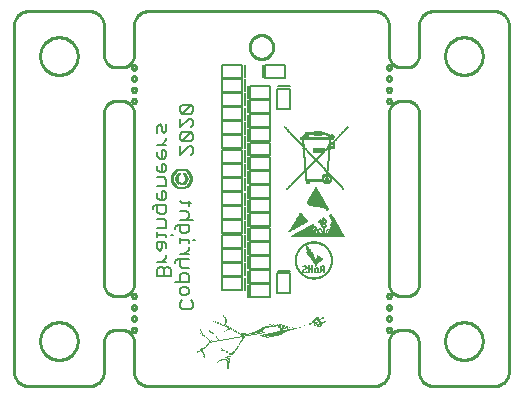
<source format=gbr>
G04 EAGLE Gerber RS-274X export*
G75*
%MOIN*%
%FSLAX34Y34*%
%LPD*%
%INSilkscreen Bottom*%
%IPPOS*%
%AMOC8*
5,1,8,0,0,1.08239X$1,22.5*%
G01*
%ADD10C,0.006000*%
%ADD11R,0.007000X0.000500*%
%ADD12R,0.006500X0.000500*%
%ADD13R,0.011000X0.000500*%
%ADD14R,0.008000X0.000500*%
%ADD15R,0.011500X0.000500*%
%ADD16R,0.014000X0.000500*%
%ADD17R,0.016500X0.000500*%
%ADD18R,0.017500X0.000500*%
%ADD19R,0.019500X0.000500*%
%ADD20R,0.020500X0.000500*%
%ADD21R,0.022000X0.000500*%
%ADD22R,0.023500X0.000500*%
%ADD23R,0.024500X0.000500*%
%ADD24R,0.025500X0.000500*%
%ADD25R,0.026500X0.000500*%
%ADD26R,0.027500X0.000500*%
%ADD27R,0.028500X0.000500*%
%ADD28R,0.029500X0.000500*%
%ADD29R,0.013000X0.000500*%
%ADD30R,0.012000X0.000500*%
%ADD31R,0.065000X0.000500*%
%ADD32R,0.010500X0.000500*%
%ADD33R,0.010000X0.000500*%
%ADD34R,0.064500X0.000500*%
%ADD35R,0.000500X0.000500*%
%ADD36R,0.009500X0.000500*%
%ADD37R,0.064000X0.000500*%
%ADD38R,0.004500X0.000500*%
%ADD39R,0.009000X0.000500*%
%ADD40R,0.063500X0.000500*%
%ADD41R,0.007500X0.000500*%
%ADD42R,0.063000X0.000500*%
%ADD43R,0.008500X0.000500*%
%ADD44R,0.006000X0.000500*%
%ADD45R,0.015000X0.000500*%
%ADD46R,0.015500X0.000500*%
%ADD47R,0.014500X0.000500*%
%ADD48R,0.005500X0.000500*%
%ADD49R,0.002500X0.000500*%
%ADD50R,0.012500X0.000500*%
%ADD51R,0.016000X0.000500*%
%ADD52R,0.032500X0.000500*%
%ADD53R,0.031500X0.000500*%
%ADD54R,0.030500X0.000500*%
%ADD55R,0.030000X0.000500*%
%ADD56R,0.029000X0.000500*%
%ADD57R,0.028000X0.000500*%
%ADD58R,0.027000X0.000500*%
%ADD59R,0.026000X0.000500*%
%ADD60R,0.023000X0.000500*%
%ADD61R,0.019000X0.000500*%
%ADD62R,0.017000X0.000500*%
%ADD63R,0.013500X0.000500*%
%ADD64R,0.038500X0.000500*%
%ADD65R,0.039500X0.000500*%
%ADD66R,0.040000X0.000500*%
%ADD67R,0.040500X0.000500*%
%ADD68R,0.041000X0.000500*%
%ADD69R,0.041500X0.000500*%
%ADD70R,0.042000X0.000500*%
%ADD71R,0.042500X0.000500*%
%ADD72R,0.043000X0.000500*%
%ADD73R,0.043500X0.000500*%
%ADD74R,0.037000X0.000500*%
%ADD75R,0.025000X0.000500*%
%ADD76R,0.024000X0.000500*%
%ADD77R,0.020000X0.000500*%
%ADD78R,0.004000X0.000500*%
%ADD79R,0.111500X0.000500*%
%ADD80R,0.112500X0.000500*%
%ADD81R,0.113000X0.000500*%
%ADD82R,0.113500X0.000500*%
%ADD83R,0.114000X0.000500*%
%ADD84R,0.114500X0.000500*%
%ADD85R,0.115000X0.000500*%
%ADD86R,0.115500X0.000500*%
%ADD87R,0.116000X0.000500*%
%ADD88R,0.018000X0.000500*%
%ADD89R,0.018500X0.000500*%
%ADD90R,0.021000X0.000500*%
%ADD91R,0.021500X0.000500*%
%ADD92R,0.050500X0.000500*%
%ADD93R,0.033500X0.000500*%
%ADD94R,0.070000X0.000500*%
%ADD95R,0.068500X0.000500*%
%ADD96R,0.066500X0.000500*%
%ADD97R,0.053500X0.000500*%
%ADD98R,0.048500X0.000500*%
%ADD99R,0.036500X0.000500*%
%ADD100R,0.005000X0.000500*%
%ADD101R,0.003500X0.000500*%
%ADD102R,0.003000X0.000500*%
%ADD103R,0.002000X0.000500*%
%ADD104R,0.001500X0.000500*%
%ADD105R,0.001000X0.000500*%
%ADD106R,0.070500X0.000500*%
%ADD107R,0.125500X0.000500*%
%ADD108R,0.177500X0.000500*%
%ADD109R,0.177000X0.000500*%
%ADD110R,0.175500X0.000500*%
%ADD111R,0.174500X0.000500*%
%ADD112R,0.173500X0.000500*%
%ADD113R,0.171500X0.000500*%
%ADD114R,0.171000X0.000500*%
%ADD115R,0.170000X0.000500*%
%ADD116R,0.169000X0.000500*%
%ADD117R,0.167500X0.000500*%
%ADD118R,0.166000X0.000500*%
%ADD119R,0.165000X0.000500*%
%ADD120R,0.163500X0.000500*%
%ADD121R,0.163000X0.000500*%
%ADD122R,0.161500X0.000500*%
%ADD123R,0.160000X0.000500*%
%ADD124R,0.073500X0.000500*%
%ADD125R,0.084500X0.000500*%
%ADD126R,0.051000X0.000500*%
%ADD127R,0.081500X0.000500*%
%ADD128R,0.079500X0.000500*%
%ADD129R,0.050000X0.000500*%
%ADD130R,0.049500X0.000500*%
%ADD131R,0.049000X0.000500*%
%ADD132R,0.061500X0.000500*%
%ADD133R,0.048000X0.000500*%
%ADD134R,0.060500X0.000500*%
%ADD135R,0.047500X0.000500*%
%ADD136R,0.059000X0.000500*%
%ADD137R,0.046500X0.000500*%
%ADD138R,0.058000X0.000500*%
%ADD139R,0.056500X0.000500*%
%ADD140R,0.045500X0.000500*%
%ADD141R,0.055500X0.000500*%
%ADD142R,0.055000X0.000500*%
%ADD143R,0.045000X0.000500*%
%ADD144R,0.054500X0.000500*%
%ADD145R,0.053000X0.000500*%
%ADD146R,0.044000X0.000500*%
%ADD147R,0.052000X0.000500*%
%ADD148R,0.051500X0.000500*%
%ADD149R,0.038000X0.000500*%
%ADD150R,0.035500X0.000500*%
%ADD151R,0.034000X0.000500*%
%ADD152R,0.044500X0.000500*%
%ADD153R,0.033000X0.000500*%
%ADD154R,0.031000X0.000500*%
%ADD155R,0.037500X0.000500*%
%ADD156R,0.036000X0.000500*%
%ADD157R,0.035000X0.000500*%
%ADD158R,0.034500X0.000500*%
%ADD159R,0.022500X0.000500*%
%ADD160R,0.039000X0.000500*%
%ADD161R,0.046000X0.000500*%
%ADD162R,0.054000X0.000500*%
%ADD163R,0.056000X0.000500*%
%ADD164R,0.057000X0.000500*%
%ADD165R,0.058500X0.000500*%
%ADD166R,0.059500X0.000500*%
%ADD167R,0.060000X0.000500*%
%ADD168R,0.061000X0.000500*%
%ADD169R,0.062500X0.000500*%
%ADD170R,0.047000X0.000500*%
%ADD171R,0.000150X0.004350*%
%ADD172R,0.000150X0.007800*%
%ADD173R,0.000150X0.010200*%
%ADD174R,0.000150X0.012000*%
%ADD175R,0.000150X0.013650*%
%ADD176R,0.000150X0.015000*%
%ADD177R,0.000150X0.016350*%
%ADD178R,0.000150X0.017700*%
%ADD179R,0.000150X0.018750*%
%ADD180R,0.000150X0.019800*%
%ADD181R,0.000150X0.020700*%
%ADD182R,0.000150X0.021900*%
%ADD183R,0.000150X0.022650*%
%ADD184R,0.000150X0.023400*%
%ADD185R,0.000150X0.024300*%
%ADD186R,0.000150X0.025200*%
%ADD187R,0.000150X0.025800*%
%ADD188R,0.000150X0.026700*%
%ADD189R,0.000150X0.027450*%
%ADD190R,0.000150X0.028200*%
%ADD191R,0.000150X0.028800*%
%ADD192R,0.000150X0.029400*%
%ADD193R,0.000150X0.030000*%
%ADD194R,0.000150X0.030900*%
%ADD195R,0.000150X0.031350*%
%ADD196R,0.000150X0.031800*%
%ADD197R,0.000150X0.032400*%
%ADD198R,0.000150X0.033000*%
%ADD199R,0.000150X0.033600*%
%ADD200R,0.000150X0.034200*%
%ADD201R,0.000150X0.034800*%
%ADD202R,0.000150X0.035100*%
%ADD203R,0.000150X0.035700*%
%ADD204R,0.000150X0.036300*%
%ADD205R,0.000150X0.036900*%
%ADD206R,0.000150X0.037200*%
%ADD207R,0.000150X0.037800*%
%ADD208R,0.000150X0.038100*%
%ADD209R,0.000150X0.038700*%
%ADD210R,0.000150X0.039000*%
%ADD211R,0.000150X0.039600*%
%ADD212R,0.000150X0.039900*%
%ADD213R,0.000150X0.040500*%
%ADD214R,0.000150X0.040800*%
%ADD215R,0.000150X0.041400*%
%ADD216R,0.000150X0.041700*%
%ADD217R,0.000150X0.042000*%
%ADD218R,0.000150X0.042600*%
%ADD219R,0.000150X0.042900*%
%ADD220R,0.000150X0.043200*%
%ADD221R,0.000150X0.043800*%
%ADD222R,0.000150X0.044100*%
%ADD223R,0.000150X0.044400*%
%ADD224R,0.000150X0.019950*%
%ADD225R,0.000150X0.018750*%
%ADD226R,0.000150X0.018900*%
%ADD227R,0.000150X0.018000*%
%ADD228R,0.000150X0.017250*%
%ADD229R,0.000150X0.016800*%
%ADD230R,0.000150X0.016500*%
%ADD231R,0.000150X0.016050*%
%ADD232R,0.000150X0.015600*%
%ADD233R,0.000150X0.015750*%
%ADD234R,0.000150X0.015450*%
%ADD235R,0.000150X0.015150*%
%ADD236R,0.000150X0.015000*%
%ADD237R,0.000150X0.014700*%
%ADD238R,0.000150X0.014700*%
%ADD239R,0.000150X0.014400*%
%ADD240R,0.000150X0.014100*%
%ADD241R,0.000150X0.013950*%
%ADD242R,0.000150X0.013950*%
%ADD243R,0.000150X0.013800*%
%ADD244R,0.000150X0.013650*%
%ADD245R,0.000150X0.013500*%
%ADD246R,0.000150X0.013200*%
%ADD247R,0.000150X0.013350*%
%ADD248R,0.000150X0.013050*%
%ADD249R,0.000150X0.012900*%
%ADD250R,0.000150X0.013050*%
%ADD251R,0.000150X0.012750*%
%ADD252R,0.000150X0.012900*%
%ADD253R,0.000150X0.012600*%
%ADD254R,0.000150X0.012450*%
%ADD255R,0.000150X0.012450*%
%ADD256R,0.000150X0.012300*%
%ADD257R,0.000150X0.012450*%
%ADD258R,0.000150X0.012150*%
%ADD259R,0.000150X0.012000*%
%ADD260R,0.000150X0.011850*%
%ADD261R,0.000150X0.011700*%
%ADD262R,0.000150X0.011700*%
%ADD263R,0.000150X0.011700*%
%ADD264R,0.000150X0.011700*%
%ADD265R,0.000150X0.011550*%
%ADD266R,0.000150X0.011400*%
%ADD267R,0.000150X0.011400*%
%ADD268R,0.000150X0.011250*%
%ADD269R,0.000150X0.011250*%
%ADD270R,0.000150X0.011100*%
%ADD271R,0.000150X0.010950*%
%ADD272R,0.000150X0.010950*%
%ADD273R,0.000150X0.010950*%
%ADD274R,0.000150X0.010950*%
%ADD275R,0.000150X0.010800*%
%ADD276R,0.000150X0.010650*%
%ADD277R,0.000150X0.010650*%
%ADD278R,0.000150X0.010650*%
%ADD279R,0.000150X0.010650*%
%ADD280R,0.000150X0.010500*%
%ADD281R,0.000150X0.003600*%
%ADD282R,0.000150X0.006000*%
%ADD283R,0.000150X0.010350*%
%ADD284R,0.000150X0.009450*%
%ADD285R,0.000150X0.010350*%
%ADD286R,0.000150X0.010200*%
%ADD287R,0.000150X0.010050*%
%ADD288R,0.000150X0.014250*%
%ADD289R,0.000150X0.009900*%
%ADD290R,0.000150X0.015150*%
%ADD291R,0.000150X0.015900*%
%ADD292R,0.000150X0.016650*%
%ADD293R,0.000150X0.009900*%
%ADD294R,0.000150X0.017850*%
%ADD295R,0.000150X0.009900*%
%ADD296R,0.000150X0.018450*%
%ADD297R,0.000150X0.009750*%
%ADD298R,0.000150X0.019050*%
%ADD299R,0.000150X0.019650*%
%ADD300R,0.000150X0.009600*%
%ADD301R,0.000150X0.020250*%
%ADD302R,0.000150X0.009600*%
%ADD303R,0.000150X0.021150*%
%ADD304R,0.000150X0.021750*%
%ADD305R,0.000150X0.022050*%
%ADD306R,0.000150X0.009450*%
%ADD307R,0.000150X0.023100*%
%ADD308R,0.000150X0.009300*%
%ADD309R,0.000150X0.023550*%
%ADD310R,0.000150X0.023850*%
%ADD311R,0.000150X0.024450*%
%ADD312R,0.000150X0.009300*%
%ADD313R,0.000150X0.024750*%
%ADD314R,0.000150X0.025050*%
%ADD315R,0.000150X0.025650*%
%ADD316R,0.000150X0.025950*%
%ADD317R,0.000150X0.009150*%
%ADD318R,0.000150X0.026250*%
%ADD319R,0.000150X0.026550*%
%ADD320R,0.000150X0.009150*%
%ADD321R,0.000150X0.027000*%
%ADD322R,0.000150X0.009150*%
%ADD323R,0.000150X0.009000*%
%ADD324R,0.000150X0.027750*%
%ADD325R,0.000150X0.028050*%
%ADD326R,0.000150X0.028350*%
%ADD327R,0.000150X0.008850*%
%ADD328R,0.000150X0.028650*%
%ADD329R,0.000150X0.009000*%
%ADD330R,0.000150X0.028950*%
%ADD331R,0.000150X0.029250*%
%ADD332R,0.000150X0.029550*%
%ADD333R,0.000150X0.029850*%
%ADD334R,0.000150X0.030150*%
%ADD335R,0.000150X0.008850*%
%ADD336R,0.000150X0.030450*%
%ADD337R,0.000150X0.030750*%
%ADD338R,0.000150X0.031050*%
%ADD339R,0.000150X0.008700*%
%ADD340R,0.000150X0.031200*%
%ADD341R,0.000150X0.008700*%
%ADD342R,0.000150X0.008700*%
%ADD343R,0.000150X0.031650*%
%ADD344R,0.000150X0.031950*%
%ADD345R,0.000150X0.032250*%
%ADD346R,0.000150X0.008550*%
%ADD347R,0.000150X0.014550*%
%ADD348R,0.000150X0.008550*%
%ADD349R,0.000150X0.013650*%
%ADD350R,0.000150X0.012900*%
%ADD351R,0.000150X0.012300*%
%ADD352R,0.000150X0.012150*%
%ADD353R,0.000150X0.008400*%
%ADD354R,0.000150X0.008400*%
%ADD355R,0.000150X0.011100*%
%ADD356R,0.000150X0.008250*%
%ADD357R,0.000150X0.008250*%
%ADD358R,0.000150X0.009900*%
%ADD359R,0.000150X0.008400*%
%ADD360R,0.000150X0.009750*%
%ADD361R,0.000150X0.009450*%
%ADD362R,0.000150X0.009450*%
%ADD363R,0.000150X0.008100*%
%ADD364R,0.000150X0.008100*%
%ADD365R,0.000150X0.007950*%
%ADD366R,0.000150X0.007950*%
%ADD367R,0.000150X0.007950*%
%ADD368R,0.000150X0.007950*%
%ADD369R,0.000150X0.007800*%
%ADD370R,0.000150X0.008400*%
%ADD371R,0.000150X0.010200*%
%ADD372R,0.000150X0.010200*%
%ADD373R,0.000150X0.010800*%
%ADD374R,0.000150X0.011850*%
%ADD375R,0.000150X0.013200*%
%ADD376R,0.000150X0.013350*%
%ADD377R,0.000150X0.008700*%
%ADD378R,0.000150X0.013800*%
%ADD379R,0.000150X0.032550*%
%ADD380R,0.000150X0.031950*%
%ADD381R,0.000150X0.031650*%
%ADD382R,0.000150X0.030750*%
%ADD383R,0.000150X0.030450*%
%ADD384R,0.000150X0.029250*%
%ADD385R,0.000150X0.028950*%
%ADD386R,0.000150X0.027750*%
%ADD387R,0.000150X0.027450*%
%ADD388R,0.000150X0.026850*%
%ADD389R,0.000150X0.025950*%
%ADD390R,0.000150X0.025650*%
%ADD391R,0.000150X0.023850*%
%ADD392R,0.000150X0.023550*%
%ADD393R,0.000150X0.021750*%
%ADD394R,0.000150X0.021150*%
%ADD395R,0.000150X0.020850*%
%ADD396R,0.000150X0.019050*%
%ADD397R,0.000150X0.018450*%
%ADD398R,0.000150X0.015900*%
%ADD399R,0.000150X0.006150*%
%ADD400R,0.000150X0.010500*%
%ADD401R,0.000150X0.003750*%
%ADD402R,0.000150X0.012750*%
%ADD403R,0.000150X0.013650*%
%ADD404R,0.000150X0.014700*%
%ADD405R,0.000150X0.014700*%
%ADD406R,0.000150X0.014850*%
%ADD407R,0.000150X0.016050*%
%ADD408R,0.000150X0.016500*%
%ADD409R,0.000150X0.018900*%
%ADD410R,0.000150X0.043200*%
%ADD411R,0.000150X0.042900*%
%ADD412R,0.000150X0.041400*%
%ADD413R,0.000150X0.040800*%
%ADD414R,0.000150X0.039000*%
%ADD415R,0.000150X0.038700*%
%ADD416R,0.000150X0.036900*%
%ADD417R,0.000150X0.036300*%
%ADD418R,0.000150X0.035400*%
%ADD419R,0.000150X0.034200*%
%ADD420R,0.000150X0.033600*%
%ADD421R,0.000150X0.031200*%
%ADD422R,0.000150X0.030600*%
%ADD423R,0.000150X0.028200*%
%ADD424R,0.000150X0.027600*%
%ADD425R,0.000150X0.024300*%
%ADD426R,0.000150X0.023400*%
%ADD427R,0.000150X0.022500*%
%ADD428R,0.000150X0.021600*%
%ADD429R,0.000150X0.021000*%
%ADD430R,0.000150X0.019800*%
%ADD431R,0.000150X0.013500*%
%ADD432R,0.000150X0.004500*%
%ADD433R,0.004000X0.001000*%
%ADD434R,0.005000X0.001000*%
%ADD435R,0.006000X0.001000*%
%ADD436R,0.007000X0.001000*%
%ADD437R,0.008000X0.001000*%
%ADD438R,0.009000X0.001000*%
%ADD439R,0.010000X0.001000*%
%ADD440R,0.011000X0.001000*%
%ADD441R,0.003000X0.001000*%
%ADD442R,0.012000X0.001000*%
%ADD443R,0.014000X0.001000*%
%ADD444R,0.015000X0.001000*%
%ADD445R,0.016000X0.001000*%
%ADD446R,0.020000X0.001000*%
%ADD447R,0.038000X0.001000*%
%ADD448R,0.039000X0.001000*%
%ADD449R,0.040000X0.001000*%
%ADD450R,0.042000X0.001000*%
%ADD451R,0.033000X0.001000*%
%ADD452R,0.029000X0.001000*%
%ADD453R,0.021000X0.001000*%
%ADD454R,0.018000X0.001000*%
%ADD455R,0.013000X0.001000*%
%ADD456R,0.017000X0.001000*%
%ADD457R,0.019000X0.001000*%
%ADD458R,0.023000X0.001000*%
%ADD459R,0.002000X0.001000*%
%ADD460R,0.025000X0.001000*%
%ADD461R,0.036000X0.001000*%
%ADD462R,0.022000X0.001000*%
%ADD463R,0.030000X0.001000*%
%ADD464R,0.045000X0.001000*%
%ADD465R,0.050000X0.001000*%
%ADD466R,0.055000X0.001000*%
%ADD467R,0.061000X0.001000*%
%ADD468R,0.066000X0.001000*%
%ADD469R,0.071000X0.001000*%
%ADD470R,0.075000X0.001000*%
%ADD471R,0.081000X0.001000*%
%ADD472R,0.086000X0.001000*%
%ADD473R,0.091000X0.001000*%
%ADD474R,0.024000X0.001000*%
%ADD475R,0.100000X0.001000*%
%ADD476R,0.026000X0.001000*%
%ADD477R,0.111000X0.001000*%
%ADD478R,0.027000X0.001000*%
%ADD479R,0.127000X0.001000*%
%ADD480R,0.034000X0.001000*%
%ADD481R,0.092000X0.001000*%
%ADD482R,0.041000X0.001000*%
%ADD483R,0.107000X0.001000*%
%ADD484R,0.046000X0.001000*%
%ADD485R,0.160000X0.001000*%
%ADD486R,0.158000X0.001000*%
%ADD487R,0.116000X0.001000*%
%ADD488R,0.082000X0.001000*%
%ADD489R,0.051000X0.001000*%
%ADD490R,0.191000X0.001000*%
%ADD491R,0.053000X0.001000*%
%ADD492R,0.043000X0.001000*%
%ADD493R,0.189000X0.001000*%
%ADD494R,0.044000X0.001000*%
%ADD495R,0.087000X0.001000*%
%ADD496R,0.078000X0.001000*%
%ADD497R,0.080000X0.001000*%
%ADD498R,0.032000X0.001000*%
%ADD499R,0.031000X0.001000*%
%ADD500R,0.076000X0.001000*%
%ADD501R,0.028000X0.001000*%
%ADD502R,0.037000X0.001000*%
%ADD503R,0.067000X0.001000*%
%ADD504R,0.062000X0.001000*%
%ADD505R,0.057000X0.001000*%
%ADD506R,0.001000X0.001000*%
%ADD507R,0.052000X0.001000*%
%ADD508C,0.005000*%
%ADD509C,0.010000*%


D10*
X-2103Y-7648D02*
X-2030Y-7721D01*
X-2030Y-7868D01*
X-2103Y-7942D01*
X-2397Y-7942D01*
X-2470Y-7868D01*
X-2470Y-7721D01*
X-2397Y-7648D01*
X-2470Y-7408D02*
X-2470Y-7261D01*
X-2397Y-7188D01*
X-2250Y-7188D01*
X-2176Y-7261D01*
X-2176Y-7408D01*
X-2250Y-7481D01*
X-2397Y-7481D01*
X-2470Y-7408D01*
X-2617Y-7021D02*
X-2176Y-7021D01*
X-2176Y-6801D01*
X-2250Y-6727D01*
X-2397Y-6727D01*
X-2470Y-6801D01*
X-2470Y-7021D01*
X-2397Y-6560D02*
X-2176Y-6560D01*
X-2397Y-6560D02*
X-2470Y-6487D01*
X-2470Y-6267D01*
X-2543Y-6267D02*
X-2176Y-6267D01*
X-2543Y-6267D02*
X-2617Y-6340D01*
X-2617Y-6414D01*
X-2470Y-6100D02*
X-2176Y-6100D01*
X-2323Y-6100D02*
X-2176Y-5953D01*
X-2176Y-5880D01*
X-2176Y-5716D02*
X-2176Y-5643D01*
X-2470Y-5643D01*
X-2470Y-5716D02*
X-2470Y-5569D01*
X-2030Y-5643D02*
X-1956Y-5643D01*
X-2617Y-5263D02*
X-2617Y-5189D01*
X-2543Y-5116D01*
X-2176Y-5116D01*
X-2176Y-5336D01*
X-2250Y-5409D01*
X-2397Y-5409D01*
X-2470Y-5336D01*
X-2470Y-5116D01*
X-2470Y-4949D02*
X-2030Y-4949D01*
X-2176Y-4876D02*
X-2250Y-4949D01*
X-2176Y-4876D02*
X-2176Y-4729D01*
X-2250Y-4655D01*
X-2470Y-4655D01*
X-2397Y-4415D02*
X-2103Y-4415D01*
X-2397Y-4415D02*
X-2470Y-4342D01*
X-2176Y-4342D02*
X-2176Y-4489D01*
X-2470Y-2800D02*
X-2470Y-2507D01*
X-2470Y-2800D02*
X-2176Y-2507D01*
X-2103Y-2507D01*
X-2030Y-2580D01*
X-2030Y-2727D01*
X-2103Y-2800D01*
X-2103Y-2340D02*
X-2397Y-2340D01*
X-2103Y-2340D02*
X-2030Y-2267D01*
X-2030Y-2120D01*
X-2103Y-2046D01*
X-2397Y-2046D01*
X-2470Y-2120D01*
X-2470Y-2267D01*
X-2397Y-2340D01*
X-2103Y-2046D01*
X-2470Y-1880D02*
X-2470Y-1586D01*
X-2470Y-1880D02*
X-2176Y-1586D01*
X-2103Y-1586D01*
X-2030Y-1659D01*
X-2030Y-1806D01*
X-2103Y-1880D01*
X-2103Y-1419D02*
X-2397Y-1419D01*
X-2103Y-1419D02*
X-2030Y-1346D01*
X-2030Y-1199D01*
X-2103Y-1126D01*
X-2397Y-1126D01*
X-2470Y-1199D01*
X-2470Y-1346D01*
X-2397Y-1419D01*
X-2103Y-1126D01*
X-2780Y-6829D02*
X-3220Y-6829D01*
X-2780Y-6829D02*
X-2780Y-6609D01*
X-2853Y-6535D01*
X-2926Y-6535D01*
X-3000Y-6609D01*
X-3073Y-6535D01*
X-3147Y-6535D01*
X-3220Y-6609D01*
X-3220Y-6829D01*
X-3000Y-6829D02*
X-3000Y-6609D01*
X-2926Y-6369D02*
X-3220Y-6369D01*
X-3073Y-6369D02*
X-2926Y-6222D01*
X-2926Y-6148D01*
X-2926Y-5911D02*
X-2926Y-5765D01*
X-3000Y-5691D01*
X-3220Y-5691D01*
X-3220Y-5911D01*
X-3147Y-5985D01*
X-3073Y-5911D01*
X-3073Y-5691D01*
X-2926Y-5524D02*
X-2926Y-5451D01*
X-3220Y-5451D01*
X-3220Y-5524D02*
X-3220Y-5378D01*
X-2780Y-5451D02*
X-2706Y-5451D01*
X-2926Y-5218D02*
X-3220Y-5218D01*
X-2926Y-5218D02*
X-2926Y-4997D01*
X-3000Y-4924D01*
X-3220Y-4924D01*
X-3367Y-4610D02*
X-3367Y-4537D01*
X-3293Y-4464D01*
X-2926Y-4464D01*
X-2926Y-4684D01*
X-3000Y-4757D01*
X-3147Y-4757D01*
X-3220Y-4684D01*
X-3220Y-4464D01*
X-3220Y-4223D02*
X-3220Y-4077D01*
X-3220Y-4223D02*
X-3147Y-4297D01*
X-3000Y-4297D01*
X-2926Y-4223D01*
X-2926Y-4077D01*
X-3000Y-4003D01*
X-3073Y-4003D01*
X-3073Y-4297D01*
X-3220Y-3836D02*
X-2926Y-3836D01*
X-2926Y-3616D01*
X-3000Y-3543D01*
X-3220Y-3543D01*
X-3220Y-3303D02*
X-3220Y-3156D01*
X-3220Y-3303D02*
X-3147Y-3376D01*
X-3000Y-3376D01*
X-2926Y-3303D01*
X-2926Y-3156D01*
X-3000Y-3082D01*
X-3073Y-3082D01*
X-3073Y-3376D01*
X-3220Y-2842D02*
X-3220Y-2695D01*
X-3220Y-2842D02*
X-3147Y-2916D01*
X-3000Y-2916D01*
X-2926Y-2842D01*
X-2926Y-2695D01*
X-3000Y-2622D01*
X-3073Y-2622D01*
X-3073Y-2916D01*
X-3220Y-2455D02*
X-2926Y-2455D01*
X-3073Y-2455D02*
X-2926Y-2308D01*
X-2926Y-2235D01*
X-3220Y-2072D02*
X-3220Y-1851D01*
X-3147Y-1778D01*
X-3073Y-1851D01*
X-3073Y-1998D01*
X-3000Y-2072D01*
X-2926Y-1998D01*
X-2926Y-1778D01*
D11*
X1112Y-3951D03*
D12*
X2984Y-3951D03*
D11*
X1117Y-3946D03*
X2982Y-3946D03*
X1122Y-3941D03*
X2977Y-3941D03*
X1127Y-3936D03*
X2972Y-3936D03*
X1132Y-3931D03*
X2967Y-3931D03*
X1137Y-3926D03*
X2962Y-3926D03*
X1142Y-3921D03*
X2957Y-3921D03*
X1147Y-3916D03*
D12*
X2954Y-3916D03*
D11*
X1152Y-3911D03*
D12*
X2949Y-3911D03*
D11*
X1157Y-3906D03*
D12*
X2944Y-3906D03*
D11*
X1162Y-3901D03*
D12*
X2939Y-3901D03*
D11*
X1167Y-3896D03*
D12*
X2934Y-3896D03*
D11*
X1172Y-3891D03*
D12*
X2929Y-3891D03*
D11*
X1177Y-3886D03*
D12*
X2924Y-3886D03*
D11*
X1182Y-3881D03*
D12*
X2919Y-3881D03*
D11*
X1187Y-3876D03*
X2917Y-3876D03*
X1192Y-3871D03*
X2912Y-3871D03*
X1197Y-3866D03*
X2907Y-3866D03*
X1202Y-3861D03*
X2902Y-3861D03*
X1207Y-3856D03*
X2897Y-3856D03*
X1212Y-3851D03*
X2892Y-3851D03*
X1217Y-3846D03*
X2887Y-3846D03*
X1222Y-3841D03*
X2882Y-3841D03*
X1227Y-3836D03*
X2877Y-3836D03*
X1232Y-3831D03*
X2872Y-3831D03*
X1237Y-3826D03*
X2867Y-3826D03*
X1242Y-3821D03*
D12*
X2864Y-3821D03*
D11*
X1247Y-3816D03*
D12*
X2859Y-3816D03*
D11*
X1252Y-3811D03*
D12*
X2854Y-3811D03*
D11*
X1257Y-3806D03*
D12*
X2849Y-3806D03*
D11*
X1262Y-3801D03*
D12*
X2844Y-3801D03*
D11*
X1267Y-3796D03*
D12*
X2839Y-3796D03*
X1269Y-3791D03*
X2834Y-3791D03*
X1274Y-3786D03*
X2829Y-3786D03*
X1279Y-3781D03*
D13*
X1802Y-3781D03*
D14*
X2437Y-3781D03*
D11*
X2827Y-3781D03*
D12*
X1284Y-3776D03*
D13*
X1802Y-3776D03*
D15*
X2434Y-3776D03*
D11*
X2822Y-3776D03*
D12*
X1289Y-3771D03*
D13*
X1802Y-3771D03*
D16*
X2437Y-3771D03*
D11*
X2817Y-3771D03*
D12*
X1294Y-3766D03*
D13*
X1802Y-3766D03*
D17*
X2434Y-3766D03*
D11*
X2812Y-3766D03*
D12*
X1299Y-3761D03*
D13*
X1802Y-3761D03*
D18*
X2434Y-3761D03*
D11*
X2807Y-3761D03*
D12*
X1304Y-3756D03*
D13*
X1802Y-3756D03*
D19*
X2434Y-3756D03*
D11*
X2802Y-3756D03*
D12*
X1309Y-3751D03*
D13*
X1802Y-3751D03*
D20*
X2434Y-3751D03*
D11*
X2797Y-3751D03*
D12*
X1314Y-3746D03*
D13*
X1802Y-3746D03*
D21*
X2437Y-3746D03*
D11*
X2792Y-3746D03*
D12*
X1319Y-3741D03*
D13*
X1802Y-3741D03*
D22*
X2434Y-3741D03*
D11*
X2787Y-3741D03*
D12*
X1324Y-3736D03*
D13*
X1802Y-3736D03*
D23*
X2434Y-3736D03*
D11*
X2782Y-3736D03*
X1327Y-3731D03*
D13*
X1802Y-3731D03*
D24*
X2434Y-3731D03*
D11*
X2777Y-3731D03*
X1332Y-3726D03*
D13*
X1802Y-3726D03*
D25*
X2434Y-3726D03*
D12*
X2774Y-3726D03*
D11*
X1337Y-3721D03*
D13*
X1802Y-3721D03*
D25*
X2434Y-3721D03*
D12*
X2769Y-3721D03*
D11*
X1342Y-3716D03*
D13*
X1802Y-3716D03*
D26*
X2434Y-3716D03*
D12*
X2764Y-3716D03*
D11*
X1347Y-3711D03*
D13*
X1802Y-3711D03*
D27*
X2434Y-3711D03*
D12*
X2759Y-3711D03*
D11*
X1352Y-3706D03*
D13*
X1802Y-3706D03*
D28*
X2434Y-3706D03*
D12*
X2754Y-3706D03*
D11*
X1357Y-3701D03*
D13*
X1802Y-3701D03*
D29*
X2352Y-3701D03*
X2517Y-3701D03*
D12*
X2749Y-3701D03*
D11*
X1362Y-3696D03*
D15*
X1804Y-3696D03*
D30*
X2342Y-3696D03*
X2527Y-3696D03*
D12*
X2744Y-3696D03*
D11*
X1367Y-3691D03*
D31*
X2067Y-3691D03*
D13*
X2532Y-3691D03*
D12*
X2739Y-3691D03*
D11*
X1372Y-3686D03*
D31*
X2057Y-3686D03*
D32*
X2539Y-3686D03*
D12*
X2734Y-3686D03*
D11*
X1377Y-3681D03*
D31*
X2052Y-3681D03*
D33*
X2542Y-3681D03*
D11*
X2732Y-3681D03*
X1382Y-3676D03*
D34*
X2049Y-3676D03*
D33*
X2547Y-3676D03*
D11*
X2727Y-3676D03*
X1387Y-3671D03*
D34*
X2044Y-3671D03*
D35*
X2434Y-3671D03*
D36*
X2549Y-3671D03*
D11*
X2722Y-3671D03*
X1392Y-3666D03*
D37*
X2042Y-3666D03*
D38*
X2434Y-3666D03*
D39*
X2552Y-3666D03*
D11*
X2717Y-3666D03*
X1397Y-3661D03*
D40*
X2039Y-3661D03*
D12*
X2434Y-3661D03*
D39*
X2557Y-3661D03*
D11*
X2712Y-3661D03*
X1402Y-3656D03*
D40*
X2039Y-3656D03*
D41*
X2434Y-3656D03*
D39*
X2557Y-3656D03*
D11*
X2707Y-3656D03*
X1407Y-3651D03*
D42*
X2037Y-3651D03*
D43*
X2434Y-3651D03*
X2559Y-3651D03*
D11*
X2702Y-3651D03*
X1412Y-3646D03*
D42*
X2037Y-3646D03*
D36*
X2434Y-3646D03*
D43*
X2559Y-3646D03*
D11*
X2697Y-3646D03*
X1417Y-3641D03*
D42*
X2032Y-3641D03*
D32*
X2434Y-3641D03*
D43*
X2564Y-3641D03*
D11*
X2692Y-3641D03*
X1422Y-3636D03*
D42*
X2032Y-3636D03*
D32*
X2434Y-3636D03*
D43*
X2564Y-3636D03*
D11*
X2687Y-3636D03*
X1427Y-3631D03*
D44*
X1747Y-3631D03*
D43*
X2304Y-3631D03*
D13*
X2437Y-3631D03*
D43*
X2564Y-3631D03*
D12*
X2684Y-3631D03*
D11*
X1432Y-3626D03*
D44*
X1747Y-3626D03*
D43*
X2304Y-3626D03*
D15*
X2434Y-3626D03*
D43*
X2564Y-3626D03*
D12*
X2679Y-3626D03*
D11*
X1437Y-3621D03*
D44*
X1747Y-3621D03*
D43*
X2304Y-3621D03*
D15*
X2434Y-3621D03*
D43*
X2564Y-3621D03*
D12*
X2674Y-3621D03*
D11*
X1442Y-3616D03*
D44*
X1747Y-3616D03*
D43*
X2304Y-3616D03*
D15*
X2434Y-3616D03*
D43*
X2564Y-3616D03*
D12*
X2669Y-3616D03*
D11*
X1447Y-3611D03*
D44*
X1747Y-3611D03*
D43*
X2304Y-3611D03*
D15*
X2434Y-3611D03*
D14*
X2567Y-3611D03*
D12*
X2664Y-3611D03*
D11*
X1452Y-3606D03*
D44*
X1747Y-3606D03*
D43*
X2304Y-3606D03*
D15*
X2434Y-3606D03*
D43*
X2564Y-3606D03*
D12*
X2659Y-3606D03*
D11*
X1457Y-3601D03*
D44*
X1747Y-3601D03*
D43*
X2304Y-3601D03*
D15*
X2434Y-3601D03*
D43*
X2564Y-3601D03*
D12*
X2654Y-3601D03*
D11*
X1462Y-3596D03*
D44*
X1747Y-3596D03*
D43*
X2304Y-3596D03*
D15*
X2434Y-3596D03*
D43*
X2564Y-3596D03*
D12*
X2649Y-3596D03*
D11*
X1467Y-3591D03*
D44*
X1747Y-3591D03*
D43*
X2304Y-3591D03*
D32*
X2434Y-3591D03*
D43*
X2564Y-3591D03*
D12*
X2644Y-3591D03*
D11*
X1472Y-3586D03*
D44*
X1747Y-3586D03*
D43*
X2304Y-3586D03*
D32*
X2434Y-3586D03*
D45*
X2597Y-3586D03*
D11*
X1477Y-3581D03*
D44*
X1742Y-3581D03*
D43*
X2309Y-3581D03*
D36*
X2434Y-3581D03*
D46*
X2594Y-3581D03*
D11*
X1482Y-3576D03*
D44*
X1742Y-3576D03*
D43*
X2309Y-3576D03*
D39*
X2437Y-3576D03*
D45*
X2592Y-3576D03*
D11*
X1487Y-3571D03*
D44*
X1742Y-3571D03*
D39*
X2312Y-3571D03*
D43*
X2434Y-3571D03*
D45*
X2587Y-3571D03*
D11*
X1492Y-3566D03*
D44*
X1742Y-3566D03*
D39*
X2312Y-3566D03*
D12*
X2434Y-3566D03*
D47*
X2584Y-3566D03*
D11*
X1497Y-3561D03*
D44*
X1742Y-3561D03*
D39*
X2317Y-3561D03*
D48*
X2434Y-3561D03*
D47*
X2579Y-3561D03*
D11*
X1502Y-3556D03*
D44*
X1742Y-3556D03*
D36*
X2319Y-3556D03*
D49*
X2434Y-3556D03*
D47*
X2574Y-3556D03*
D11*
X1507Y-3551D03*
D44*
X1742Y-3551D03*
D33*
X2322Y-3551D03*
D16*
X2572Y-3551D03*
D11*
X1512Y-3546D03*
D44*
X1742Y-3546D03*
D33*
X2327Y-3546D03*
D16*
X2567Y-3546D03*
D11*
X1517Y-3541D03*
D44*
X1742Y-3541D03*
D32*
X2329Y-3541D03*
D47*
X2559Y-3541D03*
D11*
X1522Y-3536D03*
D44*
X1742Y-3536D03*
D32*
X2334Y-3536D03*
D47*
X2554Y-3536D03*
D11*
X1527Y-3531D03*
D44*
X1742Y-3531D03*
D15*
X2339Y-3531D03*
D45*
X2547Y-3531D03*
D11*
X1532Y-3526D03*
D12*
X1739Y-3526D03*
D50*
X2349Y-3526D03*
D51*
X2537Y-3526D03*
D11*
X1537Y-3521D03*
D44*
X1737Y-3521D03*
D52*
X2449Y-3521D03*
D12*
X1539Y-3516D03*
D44*
X1737Y-3516D03*
D53*
X2449Y-3516D03*
D12*
X1544Y-3511D03*
D44*
X1737Y-3511D03*
D54*
X2449Y-3511D03*
D12*
X1549Y-3506D03*
D44*
X1737Y-3506D03*
D55*
X2447Y-3506D03*
D12*
X1554Y-3501D03*
D44*
X1737Y-3501D03*
D56*
X2447Y-3501D03*
D12*
X1559Y-3496D03*
D44*
X1737Y-3496D03*
D57*
X2447Y-3496D03*
D12*
X1564Y-3491D03*
D44*
X1737Y-3491D03*
D58*
X2447Y-3491D03*
D12*
X1569Y-3486D03*
D44*
X1737Y-3486D03*
D59*
X2447Y-3486D03*
D12*
X1574Y-3481D03*
D44*
X1737Y-3481D03*
D24*
X2449Y-3481D03*
D12*
X1579Y-3476D03*
D44*
X1737Y-3476D03*
D23*
X2449Y-3476D03*
D12*
X1584Y-3471D03*
D44*
X1737Y-3471D03*
D60*
X2452Y-3471D03*
D12*
X1589Y-3466D03*
X1734Y-3466D03*
D21*
X2452Y-3466D03*
D12*
X1594Y-3461D03*
D44*
X1732Y-3461D03*
D20*
X2454Y-3461D03*
D12*
X1599Y-3456D03*
D44*
X1732Y-3456D03*
D61*
X2457Y-3456D03*
D12*
X1604Y-3451D03*
D44*
X1732Y-3451D03*
D62*
X2462Y-3451D03*
D12*
X1609Y-3446D03*
D44*
X1732Y-3446D03*
D45*
X2467Y-3446D03*
D11*
X1612Y-3441D03*
D44*
X1732Y-3441D03*
D50*
X2474Y-3441D03*
D11*
X1617Y-3436D03*
D44*
X1732Y-3436D03*
D15*
X2474Y-3436D03*
D11*
X1622Y-3431D03*
D44*
X1732Y-3431D03*
D13*
X2472Y-3431D03*
D11*
X1627Y-3426D03*
D44*
X1732Y-3426D03*
D32*
X2469Y-3426D03*
D11*
X1632Y-3421D03*
D44*
X1732Y-3421D03*
D33*
X2467Y-3421D03*
D11*
X1637Y-3416D03*
D44*
X1732Y-3416D03*
D36*
X2464Y-3416D03*
D11*
X1642Y-3411D03*
D44*
X1732Y-3411D03*
D39*
X2462Y-3411D03*
D11*
X1647Y-3406D03*
D44*
X1727Y-3406D03*
D43*
X2459Y-3406D03*
D11*
X1652Y-3401D03*
D44*
X1727Y-3401D03*
D14*
X2457Y-3401D03*
D11*
X1657Y-3396D03*
D44*
X1727Y-3396D03*
D41*
X2454Y-3396D03*
D29*
X1692Y-3391D03*
D11*
X2452Y-3391D03*
D50*
X1694Y-3386D03*
D12*
X2449Y-3386D03*
D30*
X1697Y-3381D03*
D11*
X2447Y-3381D03*
D15*
X1699Y-3376D03*
D41*
X2444Y-3376D03*
D13*
X1702Y-3371D03*
D14*
X2442Y-3371D03*
D32*
X1704Y-3366D03*
D43*
X2439Y-3366D03*
D33*
X1707Y-3361D03*
D39*
X2437Y-3361D03*
D36*
X1709Y-3356D03*
X2434Y-3356D03*
D39*
X1712Y-3351D03*
D33*
X2432Y-3351D03*
D14*
X1712Y-3346D03*
D32*
X2429Y-3346D03*
D41*
X1714Y-3341D03*
D32*
X2429Y-3341D03*
D11*
X1717Y-3336D03*
D15*
X2429Y-3336D03*
D11*
X1722Y-3331D03*
D30*
X2427Y-3331D03*
D11*
X1727Y-3326D03*
D50*
X2424Y-3326D03*
D41*
X1729Y-3321D03*
D12*
X2389Y-3321D03*
D44*
X2457Y-3321D03*
D14*
X1732Y-3316D03*
D12*
X2384Y-3316D03*
D44*
X2457Y-3316D03*
D43*
X1734Y-3311D03*
D12*
X2379Y-3311D03*
D44*
X2457Y-3311D03*
D39*
X1737Y-3306D03*
D12*
X2374Y-3306D03*
D44*
X2457Y-3306D03*
D36*
X1739Y-3301D03*
D12*
X2369Y-3301D03*
D44*
X2457Y-3301D03*
D33*
X1742Y-3296D03*
D12*
X2364Y-3296D03*
D44*
X2457Y-3296D03*
D13*
X1742Y-3291D03*
D12*
X2359Y-3291D03*
D44*
X2457Y-3291D03*
D15*
X1744Y-3286D03*
D11*
X2357Y-3286D03*
D44*
X2457Y-3286D03*
D30*
X1747Y-3281D03*
D11*
X2352Y-3281D03*
D12*
X2459Y-3281D03*
D50*
X1749Y-3276D03*
D11*
X2347Y-3276D03*
D44*
X2462Y-3276D03*
D29*
X1752Y-3271D03*
D11*
X2342Y-3271D03*
D44*
X2462Y-3271D03*
X1717Y-3266D03*
D11*
X1787Y-3266D03*
X2337Y-3266D03*
D44*
X2462Y-3266D03*
X1717Y-3261D03*
D11*
X1792Y-3261D03*
X2332Y-3261D03*
D44*
X2462Y-3261D03*
X1717Y-3256D03*
D11*
X1797Y-3256D03*
X2327Y-3256D03*
D44*
X2462Y-3256D03*
X1717Y-3251D03*
D11*
X1802Y-3251D03*
X2322Y-3251D03*
D44*
X2462Y-3251D03*
X1717Y-3246D03*
D11*
X1807Y-3246D03*
D12*
X2319Y-3246D03*
D44*
X2462Y-3246D03*
X1717Y-3241D03*
D12*
X1809Y-3241D03*
X2314Y-3241D03*
D44*
X2462Y-3241D03*
X1717Y-3236D03*
D12*
X1814Y-3236D03*
X2309Y-3236D03*
D44*
X2462Y-3236D03*
X1712Y-3231D03*
D12*
X1819Y-3231D03*
X2304Y-3231D03*
D44*
X2462Y-3231D03*
X1712Y-3226D03*
D12*
X1824Y-3226D03*
X2299Y-3226D03*
D44*
X2467Y-3226D03*
X1712Y-3221D03*
D12*
X1829Y-3221D03*
X2294Y-3221D03*
D44*
X2467Y-3221D03*
X1712Y-3216D03*
D12*
X1834Y-3216D03*
X2289Y-3216D03*
D44*
X2467Y-3216D03*
X1712Y-3211D03*
D12*
X1839Y-3211D03*
X2284Y-3211D03*
D44*
X2467Y-3211D03*
X1712Y-3206D03*
D12*
X1844Y-3206D03*
X2279Y-3206D03*
D44*
X2467Y-3206D03*
X1712Y-3201D03*
D12*
X1849Y-3201D03*
X2274Y-3201D03*
D44*
X2467Y-3201D03*
X1712Y-3196D03*
D12*
X1854Y-3196D03*
X2269Y-3196D03*
D44*
X2467Y-3196D03*
X1712Y-3191D03*
D12*
X1859Y-3191D03*
X2264Y-3191D03*
D44*
X2467Y-3191D03*
X1712Y-3186D03*
D12*
X1864Y-3186D03*
D11*
X2262Y-3186D03*
D44*
X2467Y-3186D03*
X1712Y-3181D03*
D12*
X1869Y-3181D03*
D11*
X2257Y-3181D03*
D44*
X2467Y-3181D03*
D12*
X1709Y-3176D03*
X1874Y-3176D03*
D11*
X2252Y-3176D03*
D44*
X2467Y-3176D03*
X1707Y-3171D03*
D12*
X1879Y-3171D03*
D11*
X2247Y-3171D03*
D44*
X2472Y-3171D03*
X1707Y-3166D03*
D12*
X1884Y-3166D03*
D11*
X2242Y-3166D03*
D44*
X2472Y-3166D03*
X1707Y-3161D03*
D12*
X1889Y-3161D03*
D11*
X2237Y-3161D03*
D44*
X2472Y-3161D03*
X1707Y-3156D03*
D11*
X1892Y-3156D03*
X2232Y-3156D03*
D44*
X2472Y-3156D03*
X1707Y-3151D03*
D11*
X1897Y-3151D03*
D12*
X2229Y-3151D03*
D44*
X2472Y-3151D03*
X1707Y-3146D03*
D11*
X1902Y-3146D03*
D12*
X2224Y-3146D03*
D44*
X2472Y-3146D03*
X1707Y-3141D03*
D11*
X1907Y-3141D03*
D12*
X2219Y-3141D03*
D44*
X2472Y-3141D03*
X1707Y-3136D03*
D11*
X1912Y-3136D03*
D12*
X2214Y-3136D03*
D44*
X2472Y-3136D03*
X1707Y-3131D03*
D11*
X1917Y-3131D03*
D12*
X2209Y-3131D03*
D44*
X2472Y-3131D03*
X1707Y-3126D03*
D11*
X1922Y-3126D03*
D12*
X2204Y-3126D03*
D44*
X2472Y-3126D03*
X1707Y-3121D03*
D11*
X1927Y-3121D03*
D12*
X2199Y-3121D03*
X2474Y-3121D03*
D44*
X1702Y-3116D03*
D11*
X1932Y-3116D03*
D12*
X2194Y-3116D03*
D44*
X2477Y-3116D03*
X1702Y-3111D03*
D11*
X1937Y-3111D03*
D12*
X2189Y-3111D03*
D44*
X2477Y-3111D03*
X1702Y-3106D03*
D11*
X1942Y-3106D03*
D12*
X2184Y-3106D03*
D44*
X2477Y-3106D03*
X1702Y-3101D03*
D11*
X1947Y-3101D03*
D12*
X2179Y-3101D03*
D44*
X2477Y-3101D03*
X1702Y-3096D03*
D11*
X1952Y-3096D03*
D12*
X2174Y-3096D03*
D44*
X2477Y-3096D03*
X1702Y-3091D03*
D11*
X1957Y-3091D03*
D12*
X2169Y-3091D03*
D44*
X2477Y-3091D03*
X1702Y-3086D03*
D11*
X1962Y-3086D03*
X2167Y-3086D03*
D44*
X2477Y-3086D03*
X1702Y-3081D03*
D11*
X1967Y-3081D03*
X2162Y-3081D03*
D44*
X2477Y-3081D03*
X1702Y-3076D03*
D11*
X1972Y-3076D03*
X2157Y-3076D03*
D44*
X2477Y-3076D03*
X1702Y-3071D03*
D11*
X1977Y-3071D03*
X2152Y-3071D03*
D44*
X2477Y-3071D03*
X1702Y-3066D03*
D11*
X1982Y-3066D03*
X2147Y-3066D03*
D12*
X2479Y-3066D03*
X1699Y-3061D03*
D11*
X1987Y-3061D03*
X2142Y-3061D03*
D44*
X2482Y-3061D03*
X1697Y-3056D03*
D11*
X1992Y-3056D03*
X2137Y-3056D03*
D44*
X2482Y-3056D03*
X1697Y-3051D03*
D11*
X1997Y-3051D03*
D12*
X2134Y-3051D03*
D44*
X2482Y-3051D03*
X1697Y-3046D03*
D11*
X2002Y-3046D03*
D12*
X2129Y-3046D03*
D44*
X2482Y-3046D03*
X1697Y-3041D03*
D11*
X2007Y-3041D03*
D12*
X2124Y-3041D03*
D44*
X2482Y-3041D03*
X1697Y-3036D03*
D11*
X2012Y-3036D03*
D12*
X2119Y-3036D03*
D44*
X2482Y-3036D03*
X1697Y-3031D03*
D11*
X2017Y-3031D03*
D12*
X2114Y-3031D03*
D44*
X2482Y-3031D03*
X1697Y-3026D03*
D11*
X2022Y-3026D03*
D12*
X2109Y-3026D03*
D44*
X2482Y-3026D03*
X1697Y-3021D03*
D11*
X2027Y-3021D03*
D12*
X2104Y-3021D03*
D44*
X2482Y-3021D03*
X1697Y-3016D03*
D63*
X2064Y-3016D03*
D44*
X2482Y-3016D03*
X1697Y-3011D03*
D50*
X2064Y-3011D03*
D44*
X2487Y-3011D03*
X1697Y-3006D03*
D15*
X2064Y-3006D03*
D44*
X2487Y-3006D03*
D12*
X1694Y-3001D03*
D32*
X2064Y-3001D03*
D44*
X2487Y-3001D03*
X1692Y-2996D03*
D36*
X2064Y-2996D03*
D44*
X2487Y-2996D03*
X1692Y-2991D03*
D43*
X2064Y-2991D03*
D44*
X2487Y-2991D03*
X1692Y-2986D03*
D14*
X2067Y-2986D03*
D44*
X2487Y-2986D03*
X1692Y-2981D03*
D11*
X2067Y-2981D03*
D44*
X2487Y-2981D03*
X1692Y-2976D03*
D14*
X2067Y-2976D03*
D44*
X2487Y-2976D03*
X1692Y-2971D03*
D39*
X2067Y-2971D03*
D44*
X2487Y-2971D03*
X1692Y-2966D03*
D36*
X2064Y-2966D03*
D44*
X2487Y-2966D03*
X1692Y-2961D03*
D32*
X2064Y-2961D03*
D12*
X2489Y-2961D03*
D44*
X1692Y-2956D03*
D13*
X2067Y-2956D03*
D44*
X2492Y-2956D03*
X1692Y-2951D03*
D30*
X2067Y-2951D03*
D44*
X2492Y-2951D03*
X1692Y-2946D03*
D29*
X2067Y-2946D03*
D44*
X2492Y-2946D03*
X1687Y-2941D03*
D12*
X2029Y-2941D03*
X2104Y-2941D03*
D44*
X2492Y-2941D03*
X1687Y-2936D03*
D12*
X2024Y-2936D03*
X2109Y-2936D03*
D44*
X2492Y-2936D03*
X1687Y-2931D03*
D12*
X2019Y-2931D03*
X2114Y-2931D03*
D44*
X2492Y-2931D03*
X1687Y-2926D03*
D12*
X2014Y-2926D03*
X2119Y-2926D03*
D44*
X2492Y-2926D03*
X1687Y-2921D03*
D12*
X2009Y-2921D03*
X2124Y-2921D03*
D44*
X2492Y-2921D03*
X1687Y-2916D03*
D12*
X2004Y-2916D03*
X2129Y-2916D03*
D44*
X2492Y-2916D03*
X1687Y-2911D03*
D12*
X1999Y-2911D03*
X2134Y-2911D03*
D44*
X2492Y-2911D03*
X1687Y-2906D03*
D12*
X1994Y-2906D03*
X2139Y-2906D03*
X2494Y-2906D03*
D44*
X1687Y-2901D03*
D12*
X1989Y-2901D03*
X2144Y-2901D03*
D44*
X2497Y-2901D03*
X1687Y-2896D03*
D12*
X1984Y-2896D03*
X2149Y-2896D03*
D44*
X2497Y-2896D03*
X1687Y-2891D03*
D12*
X1979Y-2891D03*
X2154Y-2891D03*
D44*
X2497Y-2891D03*
D12*
X1684Y-2886D03*
D11*
X1977Y-2886D03*
D12*
X2159Y-2886D03*
D44*
X2497Y-2886D03*
X1682Y-2881D03*
D11*
X1972Y-2881D03*
D12*
X2164Y-2881D03*
D44*
X2497Y-2881D03*
X1682Y-2876D03*
D11*
X1967Y-2876D03*
D12*
X2169Y-2876D03*
D44*
X2497Y-2876D03*
X1682Y-2871D03*
D11*
X1962Y-2871D03*
D12*
X2174Y-2871D03*
D44*
X2497Y-2871D03*
X1682Y-2866D03*
D11*
X1957Y-2866D03*
X2177Y-2866D03*
D44*
X2497Y-2866D03*
X1682Y-2861D03*
D12*
X1954Y-2861D03*
D11*
X2182Y-2861D03*
D44*
X2497Y-2861D03*
X1682Y-2856D03*
D12*
X1949Y-2856D03*
D11*
X2187Y-2856D03*
D44*
X2497Y-2856D03*
X1682Y-2851D03*
D12*
X1944Y-2851D03*
D11*
X2192Y-2851D03*
D12*
X2499Y-2851D03*
D44*
X1682Y-2846D03*
D12*
X1939Y-2846D03*
D11*
X2197Y-2846D03*
D44*
X2502Y-2846D03*
X1682Y-2841D03*
D12*
X1934Y-2841D03*
D11*
X2202Y-2841D03*
D44*
X2502Y-2841D03*
X1682Y-2836D03*
D12*
X1929Y-2836D03*
D11*
X2207Y-2836D03*
D44*
X2502Y-2836D03*
X1682Y-2831D03*
D12*
X1924Y-2831D03*
D11*
X2212Y-2831D03*
D44*
X2502Y-2831D03*
X1677Y-2826D03*
D12*
X1919Y-2826D03*
D11*
X2217Y-2826D03*
D44*
X2502Y-2826D03*
X1677Y-2821D03*
D12*
X1914Y-2821D03*
D11*
X2222Y-2821D03*
D44*
X2502Y-2821D03*
X1677Y-2816D03*
D12*
X1909Y-2816D03*
D11*
X2227Y-2816D03*
D44*
X2502Y-2816D03*
X1677Y-2811D03*
D12*
X1904Y-2811D03*
D11*
X2232Y-2811D03*
D44*
X2502Y-2811D03*
X1677Y-2806D03*
D12*
X1899Y-2806D03*
D11*
X2237Y-2806D03*
D44*
X2502Y-2806D03*
X1677Y-2801D03*
D12*
X1894Y-2801D03*
D11*
X2242Y-2801D03*
D44*
X2502Y-2801D03*
X1677Y-2796D03*
D12*
X1889Y-2796D03*
D11*
X2247Y-2796D03*
D44*
X2507Y-2796D03*
X1677Y-2791D03*
D11*
X1887Y-2791D03*
X2252Y-2791D03*
D44*
X2507Y-2791D03*
X1677Y-2786D03*
D11*
X1882Y-2786D03*
X2257Y-2786D03*
D44*
X2507Y-2786D03*
X1677Y-2781D03*
D11*
X1877Y-2781D03*
X2262Y-2781D03*
D44*
X2507Y-2781D03*
X1677Y-2776D03*
D11*
X1872Y-2776D03*
X2267Y-2776D03*
D44*
X2507Y-2776D03*
X1677Y-2771D03*
D11*
X1867Y-2771D03*
X2272Y-2771D03*
D44*
X2507Y-2771D03*
X1672Y-2766D03*
D12*
X1864Y-2766D03*
D11*
X2277Y-2766D03*
D44*
X2507Y-2766D03*
X1672Y-2761D03*
D12*
X1859Y-2761D03*
D11*
X2282Y-2761D03*
D44*
X2507Y-2761D03*
X1672Y-2756D03*
D12*
X1854Y-2756D03*
D11*
X2287Y-2756D03*
D44*
X2507Y-2756D03*
X1672Y-2751D03*
D12*
X1849Y-2751D03*
D11*
X2292Y-2751D03*
D44*
X2507Y-2751D03*
X1672Y-2746D03*
D12*
X1844Y-2746D03*
D11*
X2297Y-2746D03*
D12*
X2509Y-2746D03*
D44*
X1672Y-2741D03*
D12*
X1839Y-2741D03*
D11*
X2302Y-2741D03*
D44*
X2512Y-2741D03*
X1672Y-2736D03*
D12*
X1834Y-2736D03*
D11*
X2307Y-2736D03*
D44*
X2512Y-2736D03*
X1672Y-2731D03*
D12*
X1829Y-2731D03*
D11*
X2312Y-2731D03*
D44*
X2512Y-2731D03*
X1672Y-2726D03*
D12*
X1824Y-2726D03*
D11*
X2317Y-2726D03*
D44*
X2512Y-2726D03*
X1672Y-2721D03*
D12*
X1819Y-2721D03*
D11*
X2322Y-2721D03*
D44*
X2512Y-2721D03*
X1672Y-2716D03*
D12*
X1814Y-2716D03*
D64*
X2169Y-2716D03*
D44*
X2512Y-2716D03*
D12*
X1669Y-2711D03*
X1809Y-2711D03*
D65*
X2169Y-2711D03*
D44*
X2512Y-2711D03*
X1667Y-2706D03*
D12*
X1804Y-2706D03*
D66*
X2172Y-2706D03*
D44*
X2512Y-2706D03*
X1667Y-2701D03*
D12*
X1799Y-2701D03*
D67*
X2174Y-2701D03*
D44*
X2512Y-2701D03*
X1667Y-2696D03*
D12*
X1794Y-2696D03*
D67*
X2174Y-2696D03*
D44*
X2512Y-2696D03*
X1667Y-2691D03*
D11*
X1792Y-2691D03*
D68*
X2177Y-2691D03*
D12*
X2514Y-2691D03*
D44*
X1667Y-2686D03*
D11*
X1787Y-2686D03*
D69*
X2179Y-2686D03*
D44*
X2517Y-2686D03*
X1667Y-2681D03*
D11*
X1782Y-2681D03*
D70*
X2182Y-2681D03*
D44*
X2517Y-2681D03*
X1667Y-2676D03*
D11*
X1777Y-2676D03*
D71*
X2184Y-2676D03*
D44*
X2517Y-2676D03*
X1667Y-2671D03*
D12*
X1774Y-2671D03*
D72*
X2187Y-2671D03*
D44*
X2517Y-2671D03*
X1667Y-2666D03*
D12*
X1769Y-2666D03*
D73*
X2189Y-2666D03*
D44*
X2517Y-2666D03*
X1667Y-2661D03*
D12*
X1764Y-2661D03*
D74*
X2157Y-2661D03*
D12*
X2379Y-2661D03*
D44*
X2517Y-2661D03*
X1667Y-2656D03*
D12*
X1759Y-2656D03*
D74*
X2157Y-2656D03*
D12*
X2384Y-2656D03*
D44*
X2517Y-2656D03*
X1662Y-2651D03*
D12*
X1754Y-2651D03*
D74*
X2157Y-2651D03*
D12*
X2389Y-2651D03*
D44*
X2517Y-2651D03*
X1662Y-2646D03*
D12*
X1749Y-2646D03*
D74*
X2157Y-2646D03*
D12*
X2394Y-2646D03*
D44*
X2517Y-2646D03*
X1662Y-2641D03*
D12*
X1744Y-2641D03*
D74*
X2157Y-2641D03*
D12*
X2399Y-2641D03*
D44*
X2517Y-2641D03*
X1662Y-2636D03*
D12*
X1739Y-2636D03*
D74*
X2157Y-2636D03*
D12*
X2404Y-2636D03*
D44*
X2522Y-2636D03*
X1662Y-2631D03*
D12*
X1734Y-2631D03*
D74*
X2157Y-2631D03*
D12*
X2409Y-2631D03*
D44*
X2522Y-2631D03*
X1662Y-2626D03*
D12*
X1729Y-2626D03*
D74*
X2157Y-2626D03*
D12*
X2414Y-2626D03*
D44*
X2522Y-2626D03*
D50*
X1694Y-2621D03*
D74*
X2157Y-2621D03*
D12*
X2419Y-2621D03*
D44*
X2522Y-2621D03*
D30*
X1692Y-2616D03*
D74*
X2157Y-2616D03*
D12*
X2424Y-2616D03*
D44*
X2522Y-2616D03*
D15*
X1689Y-2611D03*
D74*
X2157Y-2611D03*
D12*
X2429Y-2611D03*
D44*
X2522Y-2611D03*
D13*
X1687Y-2606D03*
D74*
X2157Y-2606D03*
D12*
X2434Y-2606D03*
D44*
X2522Y-2606D03*
D32*
X1684Y-2601D03*
D74*
X2157Y-2601D03*
D12*
X2439Y-2601D03*
D44*
X2522Y-2601D03*
D32*
X1679Y-2596D03*
D12*
X2444Y-2596D03*
D20*
X2589Y-2596D03*
D32*
X1679Y-2591D03*
D12*
X2449Y-2591D03*
D20*
X2589Y-2591D03*
D33*
X1677Y-2586D03*
D58*
X2557Y-2586D03*
D36*
X1674Y-2581D03*
D25*
X2559Y-2581D03*
D39*
X1672Y-2576D03*
D25*
X2559Y-2576D03*
D43*
X1669Y-2571D03*
D59*
X2562Y-2571D03*
D14*
X1667Y-2566D03*
D24*
X2564Y-2566D03*
D41*
X1664Y-2561D03*
D75*
X2567Y-2561D03*
D11*
X1662Y-2556D03*
D23*
X2569Y-2556D03*
D12*
X1659Y-2551D03*
D76*
X2572Y-2551D03*
D12*
X1654Y-2546D03*
D22*
X2574Y-2546D03*
D11*
X1652Y-2541D03*
D36*
X2509Y-2541D03*
D48*
X2664Y-2541D03*
D41*
X1649Y-2536D03*
D39*
X2512Y-2536D03*
D48*
X2664Y-2536D03*
D41*
X1644Y-2531D03*
D39*
X2517Y-2531D03*
D48*
X2664Y-2531D03*
D14*
X1642Y-2526D03*
D43*
X2519Y-2526D03*
D48*
X2664Y-2526D03*
D43*
X1639Y-2521D03*
D14*
X2522Y-2521D03*
D48*
X2664Y-2521D03*
D39*
X1637Y-2516D03*
D41*
X2524Y-2516D03*
D48*
X2664Y-2516D03*
D36*
X1634Y-2511D03*
D41*
X2524Y-2511D03*
D48*
X2664Y-2511D03*
D33*
X1632Y-2506D03*
D14*
X2527Y-2506D03*
D48*
X2664Y-2506D03*
D32*
X1629Y-2501D03*
D43*
X2529Y-2501D03*
D48*
X2664Y-2501D03*
D13*
X1627Y-2496D03*
D39*
X2532Y-2496D03*
D48*
X2664Y-2496D03*
D15*
X1624Y-2491D03*
D36*
X2534Y-2491D03*
D48*
X2664Y-2491D03*
D30*
X1622Y-2486D03*
D33*
X2537Y-2486D03*
D48*
X2664Y-2486D03*
D50*
X1619Y-2481D03*
D32*
X2539Y-2481D03*
D48*
X2664Y-2481D03*
D30*
X1617Y-2476D03*
D13*
X2542Y-2476D03*
D48*
X2664Y-2476D03*
D50*
X1614Y-2471D03*
D15*
X2544Y-2471D03*
D48*
X2664Y-2471D03*
D12*
X1579Y-2466D03*
D44*
X1647Y-2466D03*
D30*
X2547Y-2466D03*
D48*
X2664Y-2466D03*
D12*
X1574Y-2461D03*
D44*
X1647Y-2461D03*
D50*
X2549Y-2461D03*
D48*
X2664Y-2461D03*
D12*
X1569Y-2456D03*
D44*
X1647Y-2456D03*
D29*
X2552Y-2456D03*
D48*
X2664Y-2456D03*
D12*
X1564Y-2451D03*
D44*
X1647Y-2451D03*
D63*
X2554Y-2451D03*
D48*
X2664Y-2451D03*
D12*
X1559Y-2446D03*
D44*
X1647Y-2446D03*
D16*
X2557Y-2446D03*
D48*
X2664Y-2446D03*
D12*
X1554Y-2441D03*
D44*
X1647Y-2441D03*
D20*
X2589Y-2441D03*
D12*
X1549Y-2436D03*
D44*
X1647Y-2436D03*
D20*
X2589Y-2436D03*
D12*
X1544Y-2431D03*
D44*
X1647Y-2431D03*
D20*
X2589Y-2431D03*
D12*
X1539Y-2426D03*
D44*
X1647Y-2426D03*
D20*
X2589Y-2426D03*
D12*
X1534Y-2421D03*
X1644Y-2421D03*
D20*
X2589Y-2421D03*
D12*
X1529Y-2416D03*
D44*
X1642Y-2416D03*
D20*
X2589Y-2416D03*
D12*
X1524Y-2411D03*
D44*
X1642Y-2411D03*
D20*
X2589Y-2411D03*
D12*
X1519Y-2406D03*
D44*
X1642Y-2406D03*
D20*
X2589Y-2406D03*
D12*
X1514Y-2401D03*
D44*
X1642Y-2401D03*
D20*
X2589Y-2401D03*
D12*
X1509Y-2396D03*
D44*
X1642Y-2396D03*
D20*
X2589Y-2396D03*
D11*
X1507Y-2391D03*
D44*
X1642Y-2391D03*
D77*
X2587Y-2391D03*
D11*
X1502Y-2386D03*
D44*
X1642Y-2386D03*
X2542Y-2386D03*
D12*
X2649Y-2386D03*
X1499Y-2381D03*
D44*
X1642Y-2381D03*
X2542Y-2381D03*
D12*
X2654Y-2381D03*
X1494Y-2376D03*
D44*
X1642Y-2376D03*
X2542Y-2376D03*
D12*
X2659Y-2376D03*
X1489Y-2371D03*
D44*
X1642Y-2371D03*
D12*
X2544Y-2371D03*
X2664Y-2371D03*
X1484Y-2366D03*
D44*
X1642Y-2366D03*
X2547Y-2366D03*
D12*
X2669Y-2366D03*
X1479Y-2361D03*
D44*
X1637Y-2361D03*
X2547Y-2361D03*
D12*
X2674Y-2361D03*
X1474Y-2356D03*
D44*
X1637Y-2356D03*
X2547Y-2356D03*
D12*
X2679Y-2356D03*
X1469Y-2351D03*
D44*
X1637Y-2351D03*
X2547Y-2351D03*
D12*
X2684Y-2351D03*
X1464Y-2346D03*
D44*
X1637Y-2346D03*
X2547Y-2346D03*
D12*
X2689Y-2346D03*
X1459Y-2341D03*
D44*
X1637Y-2341D03*
X2547Y-2341D03*
D12*
X2694Y-2341D03*
X1454Y-2336D03*
D44*
X1637Y-2336D03*
X2547Y-2336D03*
D12*
X2699Y-2336D03*
X1449Y-2331D03*
D44*
X1637Y-2331D03*
X2547Y-2331D03*
D12*
X2704Y-2331D03*
X1444Y-2326D03*
D44*
X1637Y-2326D03*
X2547Y-2326D03*
D12*
X2709Y-2326D03*
X1439Y-2321D03*
D44*
X1637Y-2321D03*
X2547Y-2321D03*
D12*
X2714Y-2321D03*
X1434Y-2316D03*
D44*
X1637Y-2316D03*
D12*
X2549Y-2316D03*
X2719Y-2316D03*
X1429Y-2311D03*
D44*
X1637Y-2311D03*
X2552Y-2311D03*
D12*
X2724Y-2311D03*
X1424Y-2306D03*
D44*
X1637Y-2306D03*
X2552Y-2306D03*
D12*
X2729Y-2306D03*
X1419Y-2301D03*
D44*
X1632Y-2301D03*
X2552Y-2301D03*
D78*
X2612Y-2301D03*
D12*
X2734Y-2301D03*
D11*
X1417Y-2296D03*
D79*
X2089Y-2296D03*
D12*
X2739Y-2296D03*
D11*
X1412Y-2291D03*
D80*
X2094Y-2291D03*
D12*
X2744Y-2291D03*
X1409Y-2286D03*
D81*
X2097Y-2286D03*
D11*
X2747Y-2286D03*
D12*
X1404Y-2281D03*
D82*
X2099Y-2281D03*
D11*
X2752Y-2281D03*
D12*
X1399Y-2276D03*
D83*
X2102Y-2276D03*
D11*
X2757Y-2276D03*
D12*
X1394Y-2271D03*
D84*
X2104Y-2271D03*
D11*
X2762Y-2271D03*
D12*
X1389Y-2266D03*
D85*
X2107Y-2266D03*
D11*
X2767Y-2266D03*
D12*
X1384Y-2261D03*
D85*
X2107Y-2261D03*
D11*
X2772Y-2261D03*
D12*
X1379Y-2256D03*
D86*
X2109Y-2256D03*
D11*
X2777Y-2256D03*
D12*
X1374Y-2251D03*
D86*
X2109Y-2251D03*
D11*
X2782Y-2251D03*
D12*
X1369Y-2246D03*
D86*
X2109Y-2246D03*
D11*
X2787Y-2246D03*
D12*
X1364Y-2241D03*
D87*
X2112Y-2241D03*
D11*
X2792Y-2241D03*
D12*
X1359Y-2236D03*
D11*
X1627Y-2236D03*
D32*
X1769Y-2236D03*
D18*
X2604Y-2236D03*
D11*
X2797Y-2236D03*
D12*
X1354Y-2231D03*
X1629Y-2231D03*
D32*
X1769Y-2231D03*
D18*
X2604Y-2231D03*
D11*
X2802Y-2231D03*
D12*
X1349Y-2226D03*
D11*
X1632Y-2226D03*
D32*
X1769Y-2226D03*
D88*
X2602Y-2226D03*
D11*
X2807Y-2226D03*
D12*
X1344Y-2221D03*
X1634Y-2221D03*
D32*
X1769Y-2221D03*
D88*
X2602Y-2221D03*
D11*
X2812Y-2221D03*
D12*
X1339Y-2216D03*
D11*
X1637Y-2216D03*
D32*
X1769Y-2216D03*
D89*
X2599Y-2216D03*
D11*
X2817Y-2216D03*
D12*
X1334Y-2211D03*
D11*
X1642Y-2211D03*
D32*
X1769Y-2211D03*
D61*
X2597Y-2211D03*
D11*
X2822Y-2211D03*
D12*
X1329Y-2206D03*
D41*
X1644Y-2206D03*
D32*
X1769Y-2206D03*
D19*
X2594Y-2206D03*
D11*
X2827Y-2206D03*
D12*
X1324Y-2201D03*
D14*
X1652Y-2201D03*
D32*
X1769Y-2201D03*
D19*
X2589Y-2201D03*
D11*
X2832Y-2201D03*
X1322Y-2196D03*
D14*
X1657Y-2196D03*
D32*
X1769Y-2196D03*
D77*
X2587Y-2196D03*
D11*
X2837Y-2196D03*
X1317Y-2191D03*
D43*
X1659Y-2191D03*
D32*
X1769Y-2191D03*
D20*
X2584Y-2191D03*
D11*
X2842Y-2191D03*
D12*
X1314Y-2186D03*
D39*
X1667Y-2186D03*
D32*
X1769Y-2186D03*
D90*
X2577Y-2186D03*
D11*
X2847Y-2186D03*
D12*
X1309Y-2181D03*
D19*
X1724Y-2181D03*
D28*
X2129Y-2181D03*
D91*
X2574Y-2181D03*
D11*
X2852Y-2181D03*
D12*
X1304Y-2176D03*
D61*
X1727Y-2176D03*
D28*
X2129Y-2176D03*
D21*
X2567Y-2176D03*
D11*
X2857Y-2176D03*
D12*
X1299Y-2171D03*
D89*
X1729Y-2171D03*
D28*
X2129Y-2171D03*
D33*
X2497Y-2171D03*
D30*
X2612Y-2171D03*
D11*
X2862Y-2171D03*
D12*
X1294Y-2166D03*
D88*
X1732Y-2166D03*
D28*
X2129Y-2166D03*
D32*
X2489Y-2166D03*
D13*
X2612Y-2166D03*
D11*
X2867Y-2166D03*
D12*
X1289Y-2161D03*
D18*
X1734Y-2161D03*
D28*
X2129Y-2161D03*
D15*
X2479Y-2161D03*
D33*
X2612Y-2161D03*
D11*
X2872Y-2161D03*
D12*
X1284Y-2156D03*
D62*
X1737Y-2156D03*
D28*
X2129Y-2156D03*
D50*
X2469Y-2156D03*
D39*
X2612Y-2156D03*
D11*
X2877Y-2156D03*
D12*
X1279Y-2151D03*
D17*
X1739Y-2151D03*
D28*
X2129Y-2151D03*
D63*
X2459Y-2151D03*
D11*
X2612Y-2151D03*
X2882Y-2151D03*
D12*
X1274Y-2146D03*
D46*
X1744Y-2146D03*
D28*
X2129Y-2146D03*
D47*
X2449Y-2146D03*
D78*
X2612Y-2146D03*
D12*
X2884Y-2146D03*
X1269Y-2141D03*
D62*
X1757Y-2141D03*
D28*
X2129Y-2141D03*
D46*
X2434Y-2141D03*
D12*
X2889Y-2141D03*
X1264Y-2136D03*
D89*
X1774Y-2136D03*
D28*
X2129Y-2136D03*
D18*
X2419Y-2136D03*
D12*
X2894Y-2136D03*
X1259Y-2131D03*
D20*
X1794Y-2131D03*
D28*
X2129Y-2131D03*
D19*
X2399Y-2131D03*
D12*
X2899Y-2131D03*
X1254Y-2126D03*
D76*
X1817Y-2126D03*
D92*
X2234Y-2126D03*
D12*
X2904Y-2126D03*
X1249Y-2121D03*
D93*
X1874Y-2121D03*
D25*
X2349Y-2121D03*
D12*
X2909Y-2121D03*
X1244Y-2116D03*
D52*
X1879Y-2116D03*
D24*
X2344Y-2116D03*
D12*
X2914Y-2116D03*
X1239Y-2111D03*
D52*
X1879Y-2111D03*
D76*
X2337Y-2111D03*
D12*
X2919Y-2111D03*
X1234Y-2106D03*
D52*
X1879Y-2106D03*
D60*
X2332Y-2106D03*
D12*
X2924Y-2106D03*
X1229Y-2101D03*
D52*
X1879Y-2101D03*
D91*
X2324Y-2101D03*
D12*
X2929Y-2101D03*
D11*
X1227Y-2096D03*
D94*
X2067Y-2096D03*
D12*
X2934Y-2096D03*
X1224Y-2091D03*
D95*
X2059Y-2091D03*
D12*
X2939Y-2091D03*
X1219Y-2086D03*
D96*
X2049Y-2086D03*
D12*
X2944Y-2086D03*
X1214Y-2081D03*
D32*
X1769Y-2081D03*
D97*
X2094Y-2081D03*
D12*
X2949Y-2081D03*
X1209Y-2076D03*
D98*
X2094Y-2076D03*
D12*
X2954Y-2076D03*
X1204Y-2071D03*
D71*
X2094Y-2071D03*
D12*
X2959Y-2071D03*
X1199Y-2066D03*
D99*
X2099Y-2066D03*
D12*
X2964Y-2066D03*
X1194Y-2061D03*
D54*
X2124Y-2061D03*
D12*
X2969Y-2061D03*
X1189Y-2056D03*
D28*
X2129Y-2056D03*
D12*
X2974Y-2056D03*
X1184Y-2051D03*
D28*
X2129Y-2051D03*
D12*
X2979Y-2051D03*
X1179Y-2046D03*
D28*
X2129Y-2046D03*
D12*
X2984Y-2046D03*
X1174Y-2041D03*
D28*
X2129Y-2041D03*
D12*
X2989Y-2041D03*
X1169Y-2036D03*
X2994Y-2036D03*
X1164Y-2031D03*
X2999Y-2031D03*
X1159Y-2026D03*
X3004Y-2026D03*
X1154Y-2021D03*
X3009Y-2021D03*
X1149Y-2016D03*
X3014Y-2016D03*
X1144Y-2011D03*
X3019Y-2011D03*
X1139Y-2006D03*
X3024Y-2006D03*
X1134Y-2001D03*
D11*
X3027Y-2001D03*
D12*
X1134Y-1996D03*
D11*
X3032Y-1996D03*
D12*
X1129Y-1991D03*
D11*
X3037Y-1991D03*
D12*
X1124Y-1986D03*
D11*
X3042Y-1986D03*
D12*
X1119Y-1981D03*
D11*
X3047Y-1981D03*
D12*
X1114Y-1976D03*
D11*
X3052Y-1976D03*
D12*
X1109Y-1971D03*
D11*
X3057Y-1971D03*
D12*
X1104Y-1966D03*
D11*
X3062Y-1966D03*
D12*
X1099Y-1961D03*
D11*
X3067Y-1961D03*
D12*
X1094Y-1956D03*
D11*
X3072Y-1956D03*
D12*
X1089Y-1951D03*
D11*
X3077Y-1951D03*
D12*
X1084Y-1946D03*
D11*
X3082Y-1946D03*
D12*
X1079Y-1941D03*
D11*
X3087Y-1941D03*
D12*
X1074Y-1936D03*
D11*
X3092Y-1936D03*
D12*
X1069Y-1931D03*
D11*
X3097Y-1931D03*
D44*
X1067Y-1926D03*
D11*
X3102Y-1926D03*
D48*
X1064Y-1921D03*
D12*
X3104Y-1921D03*
D100*
X1062Y-1916D03*
D44*
X3107Y-1916D03*
D38*
X1059Y-1911D03*
D48*
X3109Y-1911D03*
D78*
X1057Y-1906D03*
D100*
X3112Y-1906D03*
D101*
X1054Y-1901D03*
D38*
X3114Y-1901D03*
D101*
X1054Y-1896D03*
D78*
X3117Y-1896D03*
D102*
X1052Y-1891D03*
D101*
X3119Y-1891D03*
D49*
X1049Y-1886D03*
D102*
X3122Y-1886D03*
D103*
X1047Y-1881D03*
D49*
X3124Y-1881D03*
D104*
X1044Y-1876D03*
D103*
X3127Y-1876D03*
D105*
X1042Y-1871D03*
D104*
X3129Y-1871D03*
D35*
X1039Y-1866D03*
D105*
X3132Y-1866D03*
D35*
X3134Y-1861D03*
D106*
X2673Y-5538D03*
D105*
X2306Y-5538D03*
D107*
X2398Y-5533D03*
D104*
X1758Y-5533D03*
D35*
X1733Y-5533D03*
D105*
X1431Y-5533D03*
D35*
X1363Y-5533D03*
D108*
X2133Y-5528D03*
D109*
X2136Y-5523D03*
D110*
X2138Y-5518D03*
D111*
X2138Y-5513D03*
D112*
X2143Y-5508D03*
D113*
X2148Y-5503D03*
D114*
X2151Y-5498D03*
D115*
X2151Y-5493D03*
D116*
X2156Y-5488D03*
D117*
X2158Y-5483D03*
D118*
X2161Y-5478D03*
D119*
X2166Y-5473D03*
D120*
X2168Y-5468D03*
D121*
X2171Y-5463D03*
D122*
X2173Y-5458D03*
D123*
X2176Y-5453D03*
D124*
X2608Y-5448D03*
D125*
X1803Y-5448D03*
D126*
X2716Y-5443D03*
D89*
X2358Y-5443D03*
D127*
X1803Y-5443D03*
D126*
X2716Y-5438D03*
D49*
X2433Y-5438D03*
D47*
X2343Y-5438D03*
D128*
X1803Y-5438D03*
D129*
X2716Y-5433D03*
D49*
X2433Y-5433D03*
D50*
X2338Y-5433D03*
D14*
X2156Y-5433D03*
D35*
X2083Y-5433D03*
D96*
X1743Y-5433D03*
D130*
X2718Y-5428D03*
D103*
X2431Y-5428D03*
D15*
X2338Y-5428D03*
D12*
X2158Y-5428D03*
D31*
X1746Y-5428D03*
D131*
X2716Y-5423D03*
D104*
X2433Y-5423D03*
D32*
X2338Y-5423D03*
D48*
X2158Y-5423D03*
D42*
X1746Y-5423D03*
D98*
X2713Y-5418D03*
D103*
X2436Y-5418D03*
D33*
X2336Y-5418D03*
D48*
X2158Y-5418D03*
D132*
X1748Y-5418D03*
D133*
X2716Y-5413D03*
D104*
X2433Y-5413D03*
D33*
X2331Y-5413D03*
D38*
X2158Y-5413D03*
D134*
X1748Y-5413D03*
D135*
X2713Y-5408D03*
D104*
X2433Y-5408D03*
D36*
X2328Y-5408D03*
D78*
X2156Y-5408D03*
D136*
X1751Y-5408D03*
D137*
X2713Y-5403D03*
D105*
X2436Y-5403D03*
D39*
X2326Y-5403D03*
D101*
X2153Y-5403D03*
D138*
X1756Y-5403D03*
D137*
X2713Y-5398D03*
D104*
X2438Y-5398D03*
D39*
X2326Y-5398D03*
D101*
X2153Y-5398D03*
D139*
X1758Y-5398D03*
D140*
X2713Y-5393D03*
D103*
X2436Y-5393D03*
D39*
X2326Y-5393D03*
D101*
X2153Y-5393D03*
D141*
X1763Y-5393D03*
D140*
X2713Y-5388D03*
D104*
X2438Y-5388D03*
D39*
X2321Y-5388D03*
D102*
X2151Y-5388D03*
D142*
X1766Y-5388D03*
D143*
X2711Y-5383D03*
D104*
X2443Y-5383D03*
D12*
X2333Y-5383D03*
D103*
X2286Y-5383D03*
D102*
X2151Y-5383D03*
D144*
X1768Y-5383D03*
D143*
X2711Y-5378D03*
D104*
X2443Y-5378D03*
D44*
X2336Y-5378D03*
D103*
X2286Y-5378D03*
D102*
X2146Y-5378D03*
D145*
X1776Y-5378D03*
D35*
X1178Y-5378D03*
D146*
X2711Y-5373D03*
D103*
X2441Y-5373D03*
D48*
X2333Y-5373D03*
D103*
X2286Y-5373D03*
D102*
X2141Y-5373D03*
D147*
X1781Y-5373D03*
D104*
X1183Y-5373D03*
D146*
X2711Y-5368D03*
D103*
X2446Y-5368D03*
D48*
X2333Y-5368D03*
D103*
X2281Y-5368D03*
D102*
X2141Y-5368D03*
D148*
X1783Y-5368D03*
D49*
X1188Y-5368D03*
D73*
X2708Y-5363D03*
D103*
X2446Y-5363D03*
D100*
X2336Y-5363D03*
D103*
X2281Y-5363D03*
D101*
X2138Y-5363D03*
D92*
X1788Y-5363D03*
D49*
X1193Y-5363D03*
D72*
X2706Y-5358D03*
D103*
X2446Y-5358D03*
D100*
X2336Y-5358D03*
D49*
X2278Y-5358D03*
D102*
X2136Y-5358D03*
D129*
X1791Y-5358D03*
D49*
X1198Y-5358D03*
D72*
X2706Y-5353D03*
D104*
X2448Y-5353D03*
D100*
X2336Y-5353D03*
D49*
X2278Y-5353D03*
D78*
X2131Y-5353D03*
D130*
X1798Y-5353D03*
D78*
X1206Y-5353D03*
D70*
X2706Y-5348D03*
D104*
X2448Y-5348D03*
D100*
X2336Y-5348D03*
D103*
X2276Y-5348D03*
D78*
X2126Y-5348D03*
D102*
X2031Y-5348D03*
D72*
X1776Y-5348D03*
D38*
X1213Y-5348D03*
D69*
X2703Y-5343D03*
D103*
X2451Y-5343D03*
D100*
X2336Y-5343D03*
D103*
X2271Y-5343D03*
D38*
X2123Y-5343D03*
D101*
X2033Y-5343D03*
D69*
X1778Y-5343D03*
D100*
X1221Y-5343D03*
D69*
X2703Y-5338D03*
D103*
X2451Y-5338D03*
D100*
X2336Y-5338D03*
D103*
X2271Y-5338D03*
D78*
X2121Y-5338D03*
D101*
X2033Y-5338D03*
D66*
X1781Y-5338D03*
D48*
X1223Y-5338D03*
D68*
X2701Y-5333D03*
D103*
X2451Y-5333D03*
D100*
X2336Y-5333D03*
D49*
X2268Y-5333D03*
D78*
X2121Y-5333D03*
D102*
X2041Y-5333D03*
D64*
X1783Y-5333D03*
D44*
X1231Y-5333D03*
D67*
X2703Y-5328D03*
D104*
X2453Y-5328D03*
D100*
X2336Y-5328D03*
D103*
X2266Y-5328D03*
D38*
X2118Y-5328D03*
D102*
X2041Y-5328D03*
D149*
X1786Y-5328D03*
D11*
X1236Y-5328D03*
D66*
X2701Y-5323D03*
D104*
X2453Y-5323D03*
D100*
X2336Y-5323D03*
D103*
X2266Y-5323D03*
D100*
X2116Y-5323D03*
D101*
X2043Y-5323D03*
D74*
X1786Y-5323D03*
D11*
X1241Y-5323D03*
D66*
X2701Y-5318D03*
D103*
X2456Y-5318D03*
D100*
X2336Y-5318D03*
D49*
X2263Y-5318D03*
D100*
X2116Y-5318D03*
D101*
X2048Y-5318D03*
D150*
X1793Y-5318D03*
D14*
X1246Y-5318D03*
D66*
X2696Y-5313D03*
D102*
X2461Y-5313D03*
D48*
X2333Y-5313D03*
D49*
X2258Y-5313D03*
D12*
X2118Y-5313D03*
D101*
X2048Y-5313D03*
D151*
X1796Y-5313D03*
D43*
X1253Y-5313D03*
D152*
X2673Y-5308D03*
D48*
X2333Y-5308D03*
D103*
X2256Y-5308D03*
D102*
X2141Y-5308D03*
D101*
X2098Y-5308D03*
X2053Y-5308D03*
D153*
X1801Y-5308D03*
D39*
X1261Y-5308D03*
D73*
X2673Y-5303D03*
D48*
X2333Y-5303D03*
D49*
X2253Y-5303D03*
X2143Y-5303D03*
D41*
X2078Y-5303D03*
D52*
X1803Y-5303D03*
D36*
X1263Y-5303D03*
D71*
X2673Y-5298D03*
D44*
X2336Y-5298D03*
D103*
X2251Y-5298D03*
D102*
X2151Y-5298D03*
D41*
X2078Y-5298D03*
D154*
X1806Y-5298D03*
D33*
X1271Y-5298D03*
D155*
X2698Y-5293D03*
D12*
X2333Y-5293D03*
D102*
X2246Y-5293D03*
D101*
X2153Y-5293D03*
D44*
X2076Y-5293D03*
D55*
X1811Y-5293D03*
D13*
X1276Y-5293D03*
D156*
X2701Y-5288D03*
D12*
X2333Y-5288D03*
D101*
X2238Y-5288D03*
D78*
X2161Y-5288D03*
D44*
X2076Y-5288D03*
D28*
X1813Y-5288D03*
D13*
X1281Y-5288D03*
D156*
X2701Y-5283D03*
D12*
X2333Y-5283D03*
D33*
X2201Y-5283D03*
D48*
X2078Y-5283D03*
D27*
X1818Y-5283D03*
D50*
X1288Y-5283D03*
D157*
X2701Y-5278D03*
D11*
X2336Y-5278D03*
D43*
X2203Y-5278D03*
D38*
X2078Y-5278D03*
D57*
X1826Y-5278D03*
D29*
X1296Y-5278D03*
D158*
X2698Y-5273D03*
D41*
X2333Y-5273D03*
D44*
X2206Y-5273D03*
D38*
X2078Y-5273D03*
D58*
X1831Y-5273D03*
D63*
X1303Y-5273D03*
D158*
X2698Y-5268D03*
D41*
X2333Y-5268D03*
D101*
X2208Y-5268D03*
X2078Y-5268D03*
D25*
X1838Y-5268D03*
D16*
X1306Y-5268D03*
D151*
X2696Y-5263D03*
D41*
X2333Y-5263D03*
D78*
X2076Y-5263D03*
D24*
X1843Y-5263D03*
D47*
X1313Y-5263D03*
D151*
X2696Y-5258D03*
D14*
X2336Y-5258D03*
D101*
X2073Y-5258D03*
D75*
X1846Y-5258D03*
D45*
X1316Y-5258D03*
D153*
X2696Y-5253D03*
D14*
X2336Y-5253D03*
D78*
X2071Y-5253D03*
D23*
X1853Y-5253D03*
D46*
X1323Y-5253D03*
D153*
X2696Y-5248D03*
D100*
X2356Y-5248D03*
D101*
X2308Y-5248D03*
X2068Y-5248D03*
D22*
X1858Y-5248D03*
D51*
X1331Y-5248D03*
D52*
X2693Y-5243D03*
D38*
X2358Y-5243D03*
D101*
X2308Y-5243D03*
D78*
X2061Y-5243D03*
D159*
X1863Y-5243D03*
D62*
X1336Y-5243D03*
D53*
X2693Y-5238D03*
D101*
X2363Y-5238D03*
X2303Y-5238D03*
D38*
X2058Y-5238D03*
D21*
X1871Y-5238D03*
D18*
X1343Y-5238D03*
D154*
X2696Y-5233D03*
D101*
X2363Y-5233D03*
X2303Y-5233D03*
D100*
X2056Y-5233D03*
D90*
X1876Y-5233D03*
D18*
X1348Y-5233D03*
D54*
X2693Y-5228D03*
D78*
X2366Y-5228D03*
D101*
X2298Y-5228D03*
D100*
X2051Y-5228D03*
D90*
X1881Y-5228D03*
D89*
X1353Y-5228D03*
D54*
X2693Y-5223D03*
D101*
X2368Y-5223D03*
X2298Y-5223D03*
D48*
X2043Y-5223D03*
D20*
X1888Y-5223D03*
D61*
X1361Y-5223D03*
D28*
X2693Y-5218D03*
D78*
X2371Y-5218D03*
X2296Y-5218D03*
D48*
X2038Y-5218D03*
D77*
X1896Y-5218D03*
X1366Y-5218D03*
D28*
X2693Y-5213D03*
D101*
X2373Y-5213D03*
X2293Y-5213D03*
D48*
X2033Y-5213D03*
D19*
X1903Y-5213D03*
D20*
X1373Y-5213D03*
D56*
X2691Y-5208D03*
D78*
X2376Y-5208D03*
D101*
X2293Y-5208D03*
D76*
X1931Y-5208D03*
D90*
X1381Y-5208D03*
D57*
X2691Y-5203D03*
D101*
X2378Y-5203D03*
X2288Y-5203D03*
D21*
X1936Y-5203D03*
X1386Y-5203D03*
D57*
X2691Y-5198D03*
D78*
X2381Y-5198D03*
D101*
X2288Y-5198D03*
D90*
X1936Y-5198D03*
D159*
X1388Y-5198D03*
D26*
X2688Y-5193D03*
D101*
X2383Y-5193D03*
X2283Y-5193D03*
D19*
X1938Y-5193D03*
D60*
X1396Y-5193D03*
D58*
X2691Y-5188D03*
D78*
X2386Y-5188D03*
D101*
X2283Y-5188D03*
D88*
X1941Y-5188D03*
D60*
X1401Y-5188D03*
D25*
X2688Y-5183D03*
D38*
X2388Y-5183D03*
D78*
X2281Y-5183D03*
D51*
X1941Y-5183D03*
D76*
X1406Y-5183D03*
D59*
X2686Y-5178D03*
D38*
X2393Y-5178D03*
D101*
X2278Y-5178D03*
D47*
X1943Y-5178D03*
D23*
X1413Y-5178D03*
D59*
X2686Y-5173D03*
D100*
X2396Y-5173D03*
D78*
X2276Y-5173D03*
D63*
X1943Y-5173D03*
D75*
X1421Y-5173D03*
D24*
X2683Y-5168D03*
D78*
X2396Y-5168D03*
D38*
X2278Y-5168D03*
D30*
X1946Y-5168D03*
D59*
X1426Y-5168D03*
D24*
X2683Y-5163D03*
D101*
X2393Y-5163D03*
D100*
X2276Y-5163D03*
D15*
X1948Y-5163D03*
D59*
X1431Y-5163D03*
D75*
X2681Y-5158D03*
D101*
X2388Y-5158D03*
D48*
X2273Y-5158D03*
D36*
X1948Y-5158D03*
D58*
X1436Y-5158D03*
D23*
X2683Y-5153D03*
D101*
X2388Y-5153D03*
D44*
X2276Y-5153D03*
D14*
X1951Y-5153D03*
D26*
X1443Y-5153D03*
D76*
X2681Y-5148D03*
D102*
X2386Y-5148D03*
D11*
X2276Y-5148D03*
D44*
X1956Y-5148D03*
D27*
X1448Y-5148D03*
D22*
X2678Y-5143D03*
D102*
X2386Y-5143D03*
D11*
X2276Y-5143D03*
D100*
X1956Y-5143D03*
D56*
X1456Y-5143D03*
D22*
X2678Y-5138D03*
D102*
X2386Y-5138D03*
D49*
X2298Y-5138D03*
D78*
X2256Y-5138D03*
D101*
X1958Y-5138D03*
D28*
X1463Y-5138D03*
D60*
X2676Y-5133D03*
D101*
X2383Y-5133D03*
D102*
X2301Y-5133D03*
D78*
X2256Y-5133D03*
D103*
X1961Y-5133D03*
D28*
X1468Y-5133D03*
D159*
X2678Y-5128D03*
D102*
X2381Y-5128D03*
D49*
X2303Y-5128D03*
D78*
X2251Y-5128D03*
D105*
X1961Y-5128D03*
D54*
X1473Y-5128D03*
D21*
X2676Y-5123D03*
D102*
X2381Y-5123D03*
X2306Y-5123D03*
D78*
X2246Y-5123D03*
D154*
X1481Y-5123D03*
D90*
X2676Y-5118D03*
D102*
X2381Y-5118D03*
D101*
X2308Y-5118D03*
D78*
X2241Y-5118D03*
D53*
X1488Y-5118D03*
D90*
X2676Y-5113D03*
D102*
X2381Y-5113D03*
D101*
X2313Y-5113D03*
D38*
X2238Y-5113D03*
D52*
X1493Y-5113D03*
D20*
X2673Y-5108D03*
D102*
X2381Y-5108D03*
D101*
X2313Y-5108D03*
D38*
X2233Y-5108D03*
D153*
X1496Y-5108D03*
D77*
X2676Y-5103D03*
D102*
X2381Y-5103D03*
D101*
X2318Y-5103D03*
D100*
X2231Y-5103D03*
D93*
X1503Y-5103D03*
D77*
X2671Y-5098D03*
D102*
X2381Y-5098D03*
D78*
X2321Y-5098D03*
D12*
X2228Y-5098D03*
D158*
X1508Y-5098D03*
D19*
X2673Y-5093D03*
D102*
X2381Y-5093D03*
D78*
X2326Y-5093D03*
D11*
X2226Y-5093D03*
D158*
X1513Y-5093D03*
D61*
X2671Y-5088D03*
D101*
X2383Y-5088D03*
D78*
X2331Y-5088D03*
D43*
X2223Y-5088D03*
D157*
X1521Y-5088D03*
D89*
X2673Y-5083D03*
D101*
X2383Y-5083D03*
D78*
X2336Y-5083D03*
D36*
X2223Y-5083D03*
D156*
X1531Y-5083D03*
D88*
X2671Y-5078D03*
D101*
X2383Y-5078D03*
D78*
X2336Y-5078D03*
D101*
X2258Y-5078D03*
D44*
X2201Y-5078D03*
D99*
X1533Y-5078D03*
D18*
X2668Y-5073D03*
D102*
X2386Y-5073D03*
D78*
X2336Y-5073D03*
X2261Y-5073D03*
D44*
X2196Y-5073D03*
D99*
X1538Y-5073D03*
D17*
X2668Y-5068D03*
D102*
X2386Y-5068D03*
D101*
X2333Y-5068D03*
X2263Y-5068D03*
D48*
X2188Y-5068D03*
D155*
X1543Y-5068D03*
D17*
X2668Y-5063D03*
D101*
X2388Y-5063D03*
X2328Y-5063D03*
X2268Y-5063D03*
D48*
X2183Y-5063D03*
D149*
X1551Y-5063D03*
D17*
X2668Y-5058D03*
D101*
X2388Y-5058D03*
X2328Y-5058D03*
D49*
X2268Y-5058D03*
D44*
X2181Y-5058D03*
D160*
X1556Y-5058D03*
D51*
X2666Y-5053D03*
D101*
X2388Y-5053D03*
D102*
X2326Y-5053D03*
D103*
X2271Y-5053D03*
D12*
X2178Y-5053D03*
D65*
X1563Y-5053D03*
D46*
X2668Y-5048D03*
D101*
X2393Y-5048D03*
D102*
X2326Y-5048D03*
D103*
X2271Y-5048D03*
D41*
X2178Y-5048D03*
D66*
X1571Y-5048D03*
D45*
X2666Y-5043D03*
D101*
X2393Y-5043D03*
D102*
X2321Y-5043D03*
D103*
X2271Y-5043D03*
D14*
X2181Y-5043D03*
D67*
X1573Y-5043D03*
D47*
X2663Y-5038D03*
D78*
X2396Y-5038D03*
D102*
X2321Y-5038D03*
D103*
X2271Y-5038D03*
D39*
X2181Y-5038D03*
D68*
X1581Y-5038D03*
D47*
X2663Y-5033D03*
D101*
X2398Y-5033D03*
X2318Y-5033D03*
D103*
X2266Y-5033D03*
D39*
X2181Y-5033D03*
D70*
X1586Y-5033D03*
D63*
X2663Y-5028D03*
D78*
X2401Y-5028D03*
D102*
X2316Y-5028D03*
D103*
X2266Y-5028D03*
D36*
X2183Y-5028D03*
D70*
X1591Y-5028D03*
D29*
X2661Y-5023D03*
D78*
X2401Y-5023D03*
D102*
X2316Y-5023D03*
D103*
X2266Y-5023D03*
D14*
X2186Y-5023D03*
D71*
X1598Y-5023D03*
D29*
X2661Y-5018D03*
D38*
X2403Y-5018D03*
D102*
X2316Y-5018D03*
D103*
X2266Y-5018D03*
D41*
X2188Y-5018D03*
D72*
X1601Y-5018D03*
D50*
X2658Y-5013D03*
D100*
X2406Y-5013D03*
D102*
X2316Y-5013D03*
D49*
X2263Y-5013D03*
D48*
X2193Y-5013D03*
D70*
X1601Y-5013D03*
D29*
X2656Y-5008D03*
D100*
X2401Y-5008D03*
D102*
X2316Y-5008D03*
X2261Y-5008D03*
D100*
X2196Y-5008D03*
D69*
X1598Y-5008D03*
D50*
X2653Y-5003D03*
D38*
X2393Y-5003D03*
D102*
X2316Y-5003D03*
X2261Y-5003D03*
D101*
X2198Y-5003D03*
D67*
X1598Y-5003D03*
D50*
X2653Y-4998D03*
D38*
X2388Y-4998D03*
D102*
X2316Y-4998D03*
D49*
X2253Y-4998D03*
D102*
X2201Y-4998D03*
D66*
X1596Y-4998D03*
D30*
X2651Y-4993D03*
D78*
X2381Y-4993D03*
D102*
X2316Y-4993D03*
X2251Y-4993D03*
D104*
X2203Y-4993D03*
D64*
X1593Y-4993D03*
D30*
X2646Y-4988D03*
D78*
X2376Y-4988D03*
D101*
X2313Y-4988D03*
D102*
X2246Y-4988D03*
D155*
X1593Y-4988D03*
D30*
X2646Y-4983D03*
D38*
X2373Y-4983D03*
D101*
X2313Y-4983D03*
D102*
X2246Y-4983D03*
D74*
X1591Y-4983D03*
D15*
X2643Y-4978D03*
D38*
X2368Y-4978D03*
X2308Y-4978D03*
D49*
X2243Y-4978D03*
D156*
X1591Y-4978D03*
D15*
X2643Y-4973D03*
D78*
X2366Y-4973D03*
D38*
X2303Y-4973D03*
D104*
X2243Y-4973D03*
D150*
X1588Y-4973D03*
D15*
X2638Y-4968D03*
D38*
X2363Y-4968D03*
X2298Y-4968D03*
D105*
X2246Y-4968D03*
D158*
X1588Y-4968D03*
D15*
X2638Y-4963D03*
D38*
X2358Y-4963D03*
D78*
X2296Y-4963D03*
D151*
X1586Y-4963D03*
D13*
X2636Y-4958D03*
D78*
X2356Y-4958D03*
X2286Y-4958D03*
D153*
X1586Y-4958D03*
D32*
X2633Y-4953D03*
D78*
X2351Y-4953D03*
D102*
X2286Y-4953D03*
D53*
X1583Y-4953D03*
D13*
X2631Y-4948D03*
D78*
X2351Y-4948D03*
D103*
X2291Y-4948D03*
D53*
X1583Y-4948D03*
D32*
X2628Y-4943D03*
D38*
X2348Y-4943D03*
D105*
X2291Y-4943D03*
D55*
X1581Y-4943D03*
D32*
X2628Y-4938D03*
D78*
X2346Y-4938D03*
D28*
X1583Y-4938D03*
D32*
X2623Y-4933D03*
D38*
X2343Y-4933D03*
D56*
X1581Y-4933D03*
D32*
X2618Y-4928D03*
D78*
X2341Y-4928D03*
D26*
X1578Y-4928D03*
D32*
X2618Y-4923D03*
D101*
X2343Y-4923D03*
D25*
X1578Y-4923D03*
D32*
X2613Y-4918D03*
D103*
X2346Y-4918D03*
D59*
X1576Y-4918D03*
D32*
X2613Y-4913D03*
D104*
X2348Y-4913D03*
D75*
X1576Y-4913D03*
D33*
X2611Y-4908D03*
D76*
X1576Y-4908D03*
D33*
X2606Y-4903D03*
D76*
X1576Y-4903D03*
D33*
X2606Y-4898D03*
D22*
X1573Y-4898D03*
D33*
X2601Y-4893D03*
D159*
X1573Y-4893D03*
D32*
X2598Y-4888D03*
D91*
X1573Y-4888D03*
D33*
X2596Y-4883D03*
D91*
X1573Y-4883D03*
D33*
X2596Y-4878D03*
D20*
X1573Y-4878D03*
D33*
X2591Y-4873D03*
D20*
X1573Y-4873D03*
D33*
X2591Y-4868D03*
D19*
X1573Y-4868D03*
D33*
X2586Y-4863D03*
D89*
X1573Y-4863D03*
D33*
X2581Y-4858D03*
D88*
X1571Y-4858D03*
D33*
X2576Y-4853D03*
D18*
X1573Y-4853D03*
D33*
X2576Y-4848D03*
D17*
X1573Y-4848D03*
D36*
X2573Y-4843D03*
D17*
X1573Y-4843D03*
D33*
X2571Y-4838D03*
D46*
X1573Y-4838D03*
D36*
X2568Y-4833D03*
D46*
X1573Y-4833D03*
D33*
X2566Y-4828D03*
D45*
X1576Y-4828D03*
D36*
X2563Y-4823D03*
D47*
X1573Y-4823D03*
D33*
X2561Y-4818D03*
D16*
X1576Y-4818D03*
D43*
X2563Y-4813D03*
D29*
X1576Y-4813D03*
D41*
X2568Y-4808D03*
D29*
X1576Y-4808D03*
D12*
X2568Y-4803D03*
D30*
X1576Y-4803D03*
D48*
X2573Y-4798D03*
D30*
X1576Y-4798D03*
D78*
X2576Y-4793D03*
D32*
X1573Y-4793D03*
D49*
X2578Y-4788D03*
D33*
X1571Y-4788D03*
D105*
X2581Y-4783D03*
D43*
X1568Y-4783D03*
D11*
X1561Y-4778D03*
D48*
X1558Y-4773D03*
D38*
X1558Y-4768D03*
D102*
X1551Y-4763D03*
D104*
X1548Y-4758D03*
X2438Y-4668D03*
D49*
X2438Y-4663D03*
D101*
X2443Y-4658D03*
D48*
X2448Y-4653D03*
X2448Y-4648D03*
D11*
X2451Y-4643D03*
D43*
X2453Y-4638D03*
D36*
X2453Y-4633D03*
X2453Y-4628D03*
X2448Y-4623D03*
X2443Y-4618D03*
D33*
X2441Y-4613D03*
X2441Y-4608D03*
X2436Y-4603D03*
D13*
X2426Y-4598D03*
D15*
X2423Y-4593D03*
D30*
X2416Y-4588D03*
D50*
X2408Y-4583D03*
D63*
X2403Y-4578D03*
D47*
X2393Y-4573D03*
D17*
X2378Y-4568D03*
D61*
X2366Y-4563D03*
D20*
X2353Y-4558D03*
D23*
X2333Y-4553D03*
D57*
X2311Y-4548D03*
D35*
X2163Y-4548D03*
D54*
X2298Y-4543D03*
D156*
X2266Y-4538D03*
D67*
X2238Y-4533D03*
D35*
X2028Y-4533D03*
D146*
X2221Y-4528D03*
D105*
X1986Y-4528D03*
D161*
X2206Y-4523D03*
D130*
X2188Y-4518D03*
D148*
X2173Y-4513D03*
D162*
X2156Y-4508D03*
D163*
X2146Y-4503D03*
D164*
X2136Y-4498D03*
D138*
X2131Y-4493D03*
D165*
X2128Y-4488D03*
D136*
X2121Y-4483D03*
D166*
X2113Y-4478D03*
D167*
X2111Y-4473D03*
X2106Y-4468D03*
X2101Y-4463D03*
D168*
X2096Y-4458D03*
X2091Y-4453D03*
D132*
X2088Y-4448D03*
X2083Y-4443D03*
D169*
X2078Y-4438D03*
X2073Y-4433D03*
D42*
X2071Y-4428D03*
X2066Y-4423D03*
D169*
X2063Y-4418D03*
D42*
X2061Y-4413D03*
D169*
X2058Y-4408D03*
D132*
X2058Y-4403D03*
X2058Y-4398D03*
D134*
X2058Y-4393D03*
X2058Y-4388D03*
D166*
X2058Y-4383D03*
D136*
X2061Y-4378D03*
D138*
X2061Y-4373D03*
X2061Y-4368D03*
D164*
X2061Y-4363D03*
D139*
X2058Y-4358D03*
D163*
X2061Y-4353D03*
D141*
X2058Y-4348D03*
D142*
X2061Y-4343D03*
D162*
X2061Y-4338D03*
X2061Y-4333D03*
D145*
X2061Y-4328D03*
X2061Y-4323D03*
D147*
X2061Y-4318D03*
D126*
X2061Y-4313D03*
D92*
X2058Y-4308D03*
D129*
X2061Y-4303D03*
D130*
X2058Y-4298D03*
D131*
X2061Y-4293D03*
D98*
X2058Y-4288D03*
D133*
X2061Y-4283D03*
D170*
X2061Y-4278D03*
X2061Y-4273D03*
D161*
X2061Y-4268D03*
D140*
X2063Y-4263D03*
D143*
X2061Y-4258D03*
D146*
X2061Y-4253D03*
D73*
X2063Y-4248D03*
D72*
X2061Y-4243D03*
D70*
X2061Y-4238D03*
X2061Y-4233D03*
D68*
X2061Y-4228D03*
X2061Y-4223D03*
D66*
X2061Y-4218D03*
D65*
X2063Y-4213D03*
D160*
X2061Y-4208D03*
D64*
X2063Y-4203D03*
D155*
X2063Y-4198D03*
D74*
X2061Y-4193D03*
D99*
X2063Y-4188D03*
D156*
X2061Y-4183D03*
D157*
X2061Y-4178D03*
X2061Y-4173D03*
D151*
X2061Y-4168D03*
X2061Y-4163D03*
D153*
X2061Y-4158D03*
D52*
X2063Y-4153D03*
D53*
X2063Y-4148D03*
D154*
X2061Y-4143D03*
X2061Y-4138D03*
D55*
X2061Y-4133D03*
D28*
X2063Y-4128D03*
D56*
X2061Y-4123D03*
D57*
X2061Y-4118D03*
D26*
X2063Y-4113D03*
D58*
X2061Y-4108D03*
D25*
X2063Y-4103D03*
D59*
X2061Y-4098D03*
D24*
X2063Y-4093D03*
D23*
X2063Y-4088D03*
D76*
X2061Y-4083D03*
D22*
X2063Y-4078D03*
D60*
X2061Y-4073D03*
D159*
X2063Y-4068D03*
D21*
X2061Y-4063D03*
D91*
X2063Y-4058D03*
D90*
X2061Y-4053D03*
D20*
X2063Y-4048D03*
D19*
X2063Y-4043D03*
D89*
X2063Y-4038D03*
X2063Y-4033D03*
D88*
X2061Y-4028D03*
D18*
X2063Y-4023D03*
D62*
X2061Y-4018D03*
D51*
X2061Y-4013D03*
D46*
X2063Y-4008D03*
D47*
X2063Y-4003D03*
X2063Y-3998D03*
D63*
X2063Y-3993D03*
X2063Y-3988D03*
D50*
X2063Y-3983D03*
D30*
X2066Y-3978D03*
D15*
X2063Y-3973D03*
D32*
X2063Y-3968D03*
X2063Y-3963D03*
D36*
X2063Y-3958D03*
D39*
X2061Y-3953D03*
D43*
X2063Y-3948D03*
D41*
X2063Y-3943D03*
X2063Y-3938D03*
D11*
X2066Y-3933D03*
D12*
X2063Y-3928D03*
D48*
X2063Y-3923D03*
D100*
X2061Y-3918D03*
D38*
X2063Y-3913D03*
D101*
X2063Y-3908D03*
X2063Y-3903D03*
D102*
X2066Y-3898D03*
D103*
X2066Y-3893D03*
D104*
X2063Y-3888D03*
D105*
X2066Y-3883D03*
D171*
X-2740Y-3599D03*
D172*
X-2738Y-3598D03*
D173*
X-2737Y-3598D03*
D174*
X-2735Y-3598D03*
D175*
X-2734Y-3597D03*
D176*
X-2732Y-3598D03*
D177*
X-2731Y-3599D03*
D178*
X-2729Y-3598D03*
D179*
X-2728Y-3597D03*
D180*
X-2726Y-3598D03*
D181*
X-2725Y-3598D03*
D182*
X-2723Y-3598D03*
D183*
X-2722Y-3597D03*
D184*
X-2720Y-3598D03*
D185*
X-2719Y-3598D03*
D186*
X-2717Y-3598D03*
D187*
X-2716Y-3598D03*
D188*
X-2714Y-3598D03*
D189*
X-2713Y-3599D03*
D190*
X-2711Y-3598D03*
D191*
X-2710Y-3598D03*
D192*
X-2708Y-3598D03*
D193*
X-2707Y-3598D03*
D194*
X-2705Y-3598D03*
D195*
X-2704Y-3599D03*
D196*
X-2702Y-3598D03*
D197*
X-2701Y-3598D03*
D198*
X-2699Y-3598D03*
D199*
X-2698Y-3598D03*
D200*
X-2696Y-3598D03*
D201*
X-2695Y-3598D03*
D202*
X-2693Y-3598D03*
D203*
X-2692Y-3598D03*
D204*
X-2690Y-3598D03*
D205*
X-2689Y-3598D03*
D206*
X-2687Y-3598D03*
D207*
X-2686Y-3598D03*
D208*
X-2684Y-3598D03*
D209*
X-2683Y-3598D03*
D210*
X-2681Y-3598D03*
D211*
X-2680Y-3598D03*
D212*
X-2678Y-3598D03*
D213*
X-2677Y-3598D03*
D214*
X-2675Y-3598D03*
D215*
X-2674Y-3598D03*
D216*
X-2672Y-3598D03*
D217*
X-2671Y-3598D03*
D218*
X-2669Y-3598D03*
D219*
X-2668Y-3598D03*
D220*
X-2666Y-3598D03*
D221*
X-2665Y-3598D03*
D222*
X-2663Y-3598D03*
D223*
X-2662Y-3598D03*
D224*
X-2660Y-3721D03*
X-2660Y-3474D03*
D225*
X-2659Y-3730D03*
D226*
X-2659Y-3466D03*
D227*
X-2657Y-3736D03*
X-2657Y-3460D03*
D228*
X-2656Y-3741D03*
X-2656Y-3455D03*
D229*
X-2654Y-3745D03*
X-2654Y-3451D03*
D230*
X-2653Y-3748D03*
X-2653Y-3448D03*
D231*
X-2651Y-3751D03*
X-2651Y-3444D03*
D232*
X-2650Y-3755D03*
D233*
X-2650Y-3440D03*
D234*
X-2648Y-3759D03*
X-2648Y-3436D03*
D235*
X-2647Y-3762D03*
X-2647Y-3434D03*
D236*
X-2645Y-3764D03*
X-2645Y-3431D03*
D237*
X-2644Y-3767D03*
D238*
X-2644Y-3428D03*
D239*
X-2642Y-3770D03*
X-2642Y-3425D03*
D240*
X-2641Y-3773D03*
X-2641Y-3422D03*
D241*
X-2639Y-3776D03*
D242*
X-2639Y-3420D03*
D243*
X-2638Y-3778D03*
X-2638Y-3418D03*
D244*
X-2636Y-3780D03*
D175*
X-2636Y-3416D03*
D245*
X-2635Y-3782D03*
X-2635Y-3413D03*
D246*
X-2633Y-3785D03*
D247*
X-2633Y-3411D03*
D248*
X-2632Y-3788D03*
X-2632Y-3408D03*
D249*
X-2630Y-3790D03*
D250*
X-2630Y-3406D03*
D251*
X-2629Y-3792D03*
D252*
X-2629Y-3404D03*
D251*
X-2627Y-3794D03*
X-2627Y-3402D03*
D253*
X-2626Y-3796D03*
X-2626Y-3400D03*
D254*
X-2624Y-3798D03*
D255*
X-2624Y-3398D03*
D256*
X-2623Y-3800D03*
D257*
X-2623Y-3396D03*
D258*
X-2621Y-3801D03*
X-2621Y-3395D03*
D259*
X-2620Y-3803D03*
X-2620Y-3392D03*
X-2618Y-3805D03*
X-2618Y-3391D03*
D260*
X-2617Y-3807D03*
X-2617Y-3389D03*
D261*
X-2615Y-3809D03*
D262*
X-2615Y-3386D03*
D263*
X-2614Y-3811D03*
D264*
X-2614Y-3385D03*
X-2612Y-3812D03*
D265*
X-2612Y-3383D03*
D266*
X-2611Y-3814D03*
D267*
X-2611Y-3382D03*
X-2609Y-3815D03*
X-2609Y-3380D03*
D268*
X-2608Y-3818D03*
X-2608Y-3378D03*
D269*
X-2606Y-3819D03*
X-2606Y-3376D03*
X-2605Y-3820D03*
X-2605Y-3375D03*
D270*
X-2603Y-3821D03*
X-2603Y-3374D03*
D271*
X-2602Y-3824D03*
D272*
X-2602Y-3372D03*
D273*
X-2600Y-3825D03*
D274*
X-2600Y-3371D03*
D271*
X-2599Y-3826D03*
X-2599Y-3369D03*
D275*
X-2597Y-3829D03*
D276*
X-2597Y-3368D03*
D277*
X-2596Y-3830D03*
X-2596Y-3366D03*
X-2594Y-3831D03*
X-2594Y-3365D03*
D278*
X-2593Y-3833D03*
D279*
X-2593Y-3363D03*
D280*
X-2591Y-3833D03*
D281*
X-2591Y-3590D03*
D280*
X-2591Y-3362D03*
X-2590Y-3835D03*
D282*
X-2590Y-3590D03*
D280*
X-2590Y-3361D03*
X-2588Y-3836D03*
D172*
X-2588Y-3592D03*
D280*
X-2588Y-3359D03*
D283*
X-2587Y-3837D03*
D284*
X-2587Y-3591D03*
D283*
X-2587Y-3359D03*
D285*
X-2585Y-3839D03*
X-2585Y-3591D03*
X-2585Y-3357D03*
D286*
X-2584Y-3841D03*
D265*
X-2584Y-3591D03*
D173*
X-2584Y-3355D03*
X-2582Y-3842D03*
D251*
X-2582Y-3591D03*
D286*
X-2582Y-3353D03*
D287*
X-2581Y-3843D03*
D247*
X-2581Y-3591D03*
D287*
X-2581Y-3353D03*
X-2579Y-3845D03*
D288*
X-2579Y-3591D03*
D287*
X-2579Y-3351D03*
D289*
X-2578Y-3845D03*
D290*
X-2578Y-3591D03*
D289*
X-2578Y-3350D03*
D287*
X-2576Y-3846D03*
D291*
X-2576Y-3592D03*
D287*
X-2576Y-3350D03*
X-2575Y-3848D03*
D292*
X-2575Y-3591D03*
D287*
X-2575Y-3348D03*
D293*
X-2573Y-3848D03*
D228*
X-2573Y-3591D03*
D293*
X-2573Y-3347D03*
X-2572Y-3850D03*
D294*
X-2572Y-3591D03*
D293*
X-2572Y-3346D03*
D295*
X-2570Y-3851D03*
D296*
X-2570Y-3591D03*
D289*
X-2570Y-3344D03*
D297*
X-2569Y-3852D03*
D298*
X-2569Y-3591D03*
D297*
X-2569Y-3344D03*
X-2567Y-3854D03*
D299*
X-2567Y-3591D03*
D297*
X-2567Y-3342D03*
D300*
X-2566Y-3854D03*
D301*
X-2566Y-3591D03*
D300*
X-2566Y-3341D03*
X-2564Y-3856D03*
D181*
X-2564Y-3590D03*
D300*
X-2564Y-3340D03*
D302*
X-2563Y-3857D03*
D303*
X-2563Y-3591D03*
D302*
X-2563Y-3338D03*
D300*
X-2561Y-3857D03*
D304*
X-2561Y-3591D03*
D284*
X-2561Y-3338D03*
D300*
X-2560Y-3859D03*
D305*
X-2560Y-3591D03*
D300*
X-2560Y-3337D03*
D306*
X-2558Y-3860D03*
D183*
X-2558Y-3591D03*
D284*
X-2558Y-3336D03*
X-2557Y-3861D03*
D307*
X-2557Y-3592D03*
D306*
X-2557Y-3335D03*
D308*
X-2555Y-3862D03*
D309*
X-2555Y-3591D03*
D308*
X-2555Y-3334D03*
D284*
X-2554Y-3863D03*
D310*
X-2554Y-3591D03*
D306*
X-2554Y-3333D03*
D284*
X-2552Y-3864D03*
D311*
X-2552Y-3591D03*
D284*
X-2552Y-3331D03*
D312*
X-2551Y-3865D03*
D313*
X-2551Y-3591D03*
D312*
X-2551Y-3331D03*
X-2549Y-3866D03*
D314*
X-2549Y-3591D03*
D312*
X-2549Y-3329D03*
D308*
X-2548Y-3866D03*
D315*
X-2548Y-3591D03*
D308*
X-2548Y-3329D03*
D312*
X-2546Y-3868D03*
D316*
X-2546Y-3591D03*
D312*
X-2546Y-3328D03*
D317*
X-2545Y-3869D03*
D318*
X-2545Y-3591D03*
D317*
X-2545Y-3327D03*
D312*
X-2543Y-3869D03*
D319*
X-2543Y-3591D03*
D312*
X-2543Y-3326D03*
D320*
X-2542Y-3870D03*
D321*
X-2542Y-3592D03*
D317*
X-2542Y-3326D03*
D322*
X-2540Y-3872D03*
D189*
X-2540Y-3591D03*
D322*
X-2540Y-3324D03*
D323*
X-2539Y-3872D03*
D324*
X-2539Y-3591D03*
D323*
X-2539Y-3323D03*
D317*
X-2537Y-3873D03*
D325*
X-2537Y-3591D03*
D323*
X-2537Y-3323D03*
X-2536Y-3874D03*
D326*
X-2536Y-3591D03*
D323*
X-2536Y-3322D03*
D327*
X-2534Y-3875D03*
D328*
X-2534Y-3591D03*
D327*
X-2534Y-3321D03*
D329*
X-2533Y-3875D03*
D330*
X-2533Y-3591D03*
D329*
X-2533Y-3320D03*
D327*
X-2531Y-3876D03*
D331*
X-2531Y-3591D03*
D327*
X-2531Y-3320D03*
D323*
X-2530Y-3877D03*
D332*
X-2530Y-3591D03*
D323*
X-2530Y-3319D03*
D327*
X-2528Y-3878D03*
D333*
X-2528Y-3591D03*
D327*
X-2528Y-3318D03*
X-2527Y-3879D03*
D334*
X-2527Y-3591D03*
D327*
X-2527Y-3317D03*
D335*
X-2525Y-3879D03*
D336*
X-2525Y-3591D03*
D335*
X-2525Y-3317D03*
D327*
X-2524Y-3881D03*
D337*
X-2524Y-3591D03*
D327*
X-2524Y-3315D03*
X-2522Y-3881D03*
D338*
X-2522Y-3591D03*
D327*
X-2522Y-3315D03*
D339*
X-2521Y-3881D03*
D340*
X-2521Y-3592D03*
D341*
X-2521Y-3314D03*
D339*
X-2519Y-3883D03*
D195*
X-2519Y-3591D03*
D339*
X-2519Y-3313D03*
D342*
X-2518Y-3883D03*
D343*
X-2518Y-3591D03*
D342*
X-2518Y-3313D03*
D341*
X-2516Y-3884D03*
D344*
X-2516Y-3591D03*
D339*
X-2516Y-3311D03*
D341*
X-2515Y-3884D03*
D345*
X-2515Y-3591D03*
D339*
X-2515Y-3311D03*
D346*
X-2513Y-3885D03*
D197*
X-2513Y-3592D03*
D346*
X-2513Y-3311D03*
D341*
X-2512Y-3886D03*
D239*
X-2512Y-3682D03*
D347*
X-2512Y-3501D03*
D339*
X-2512Y-3310D03*
D348*
X-2510Y-3886D03*
D349*
X-2510Y-3687D03*
D243*
X-2510Y-3496D03*
D348*
X-2510Y-3309D03*
D346*
X-2509Y-3886D03*
D247*
X-2509Y-3690D03*
X-2509Y-3492D03*
D341*
X-2509Y-3308D03*
D346*
X-2507Y-3888D03*
D350*
X-2507Y-3694D03*
D252*
X-2507Y-3490D03*
D346*
X-2507Y-3308D03*
X-2506Y-3888D03*
D255*
X-2506Y-3696D03*
D253*
X-2506Y-3487D03*
D346*
X-2506Y-3308D03*
X-2504Y-3890D03*
D258*
X-2504Y-3699D03*
D351*
X-2504Y-3484D03*
D346*
X-2504Y-3306D03*
D348*
X-2503Y-3890D03*
D174*
X-2503Y-3701D03*
D352*
X-2503Y-3482D03*
D348*
X-2503Y-3306D03*
D346*
X-2501Y-3890D03*
D260*
X-2501Y-3704D03*
D263*
X-2501Y-3479D03*
D353*
X-2501Y-3305D03*
D346*
X-2500Y-3891D03*
D265*
X-2500Y-3705D03*
X-2500Y-3477D03*
D346*
X-2500Y-3305D03*
D353*
X-2498Y-3892D03*
D267*
X-2498Y-3707D03*
X-2498Y-3475D03*
D346*
X-2498Y-3305D03*
D353*
X-2497Y-3892D03*
D270*
X-2497Y-3709D03*
X-2497Y-3473D03*
D354*
X-2497Y-3304D03*
D348*
X-2495Y-3893D03*
D273*
X-2495Y-3711D03*
D355*
X-2495Y-3472D03*
D348*
X-2495Y-3303D03*
D353*
X-2494Y-3893D03*
D271*
X-2494Y-3713D03*
D275*
X-2494Y-3470D03*
D353*
X-2494Y-3302D03*
X-2492Y-3893D03*
D277*
X-2492Y-3714D03*
D275*
X-2492Y-3469D03*
D353*
X-2492Y-3302D03*
X-2491Y-3895D03*
D277*
X-2491Y-3716D03*
X-2491Y-3467D03*
D353*
X-2491Y-3301D03*
X-2489Y-3895D03*
D283*
X-2489Y-3717D03*
X-2489Y-3465D03*
D353*
X-2489Y-3301D03*
D356*
X-2488Y-3895D03*
D285*
X-2488Y-3719D03*
X-2488Y-3464D03*
D356*
X-2488Y-3300D03*
D357*
X-2486Y-3895D03*
D286*
X-2486Y-3721D03*
D283*
X-2486Y-3462D03*
D357*
X-2486Y-3300D03*
D354*
X-2485Y-3896D03*
D287*
X-2485Y-3721D03*
D173*
X-2485Y-3461D03*
D353*
X-2485Y-3299D03*
D357*
X-2483Y-3897D03*
D287*
X-2483Y-3723D03*
X-2483Y-3459D03*
D357*
X-2483Y-3299D03*
X-2482Y-3897D03*
D358*
X-2482Y-3724D03*
D293*
X-2482Y-3458D03*
D357*
X-2482Y-3299D03*
D359*
X-2480Y-3898D03*
D289*
X-2480Y-3725D03*
D360*
X-2480Y-3458D03*
D359*
X-2480Y-3298D03*
D357*
X-2479Y-3899D03*
D297*
X-2479Y-3726D03*
X-2479Y-3456D03*
D357*
X-2479Y-3297D03*
X-2477Y-3899D03*
D297*
X-2477Y-3728D03*
X-2477Y-3455D03*
D357*
X-2477Y-3297D03*
D353*
X-2476Y-3899D03*
D284*
X-2476Y-3729D03*
D300*
X-2476Y-3454D03*
D354*
X-2476Y-3296D03*
D357*
X-2474Y-3900D03*
D306*
X-2474Y-3731D03*
D300*
X-2474Y-3452D03*
D357*
X-2474Y-3295D03*
D356*
X-2473Y-3900D03*
D361*
X-2473Y-3731D03*
D362*
X-2473Y-3451D03*
D356*
X-2473Y-3295D03*
D357*
X-2471Y-3900D03*
D306*
X-2471Y-3732D03*
D312*
X-2471Y-3451D03*
D357*
X-2471Y-3295D03*
X-2470Y-3901D03*
D312*
X-2470Y-3733D03*
X-2470Y-3449D03*
D357*
X-2470Y-3294D03*
X-2468Y-3901D03*
D312*
X-2468Y-3734D03*
D317*
X-2468Y-3449D03*
D357*
X-2468Y-3294D03*
X-2467Y-3901D03*
D320*
X-2467Y-3735D03*
D317*
X-2467Y-3447D03*
D357*
X-2467Y-3294D03*
D363*
X-2465Y-3902D03*
D322*
X-2465Y-3737D03*
X-2465Y-3447D03*
D363*
X-2465Y-3293D03*
D364*
X-2464Y-3902D03*
D323*
X-2464Y-3737D03*
D317*
X-2464Y-3446D03*
D364*
X-2464Y-3293D03*
D357*
X-2462Y-3903D03*
D323*
X-2462Y-3737D03*
X-2462Y-3445D03*
D357*
X-2462Y-3293D03*
X-2461Y-3903D03*
D323*
X-2461Y-3739D03*
D327*
X-2461Y-3444D03*
D357*
X-2461Y-3293D03*
D364*
X-2459Y-3904D03*
D327*
X-2459Y-3740D03*
D323*
X-2459Y-3443D03*
D364*
X-2459Y-3292D03*
D363*
X-2458Y-3904D03*
D342*
X-2458Y-3740D03*
D335*
X-2458Y-3443D03*
D363*
X-2458Y-3292D03*
D357*
X-2456Y-3905D03*
D327*
X-2456Y-3741D03*
X-2456Y-3441D03*
D357*
X-2456Y-3291D03*
D364*
X-2455Y-3905D03*
D341*
X-2455Y-3742D03*
D327*
X-2455Y-3441D03*
D357*
X-2455Y-3291D03*
D364*
X-2453Y-3905D03*
D341*
X-2453Y-3742D03*
D339*
X-2453Y-3440D03*
D364*
X-2453Y-3290D03*
X-2452Y-3905D03*
D341*
X-2452Y-3743D03*
D339*
X-2452Y-3439D03*
D364*
X-2452Y-3290D03*
D363*
X-2450Y-3905D03*
D348*
X-2450Y-3744D03*
D342*
X-2450Y-3439D03*
D363*
X-2450Y-3290D03*
D365*
X-2449Y-3906D03*
D339*
X-2449Y-3745D03*
D346*
X-2449Y-3438D03*
D366*
X-2449Y-3290D03*
D364*
X-2447Y-3907D03*
D346*
X-2447Y-3746D03*
X-2447Y-3436D03*
D364*
X-2447Y-3289D03*
X-2446Y-3907D03*
D346*
X-2446Y-3746D03*
X-2446Y-3436D03*
D364*
X-2446Y-3289D03*
X-2444Y-3907D03*
D354*
X-2444Y-3746D03*
D364*
X-2444Y-3289D03*
D367*
X-2443Y-3908D03*
D348*
X-2443Y-3747D03*
D368*
X-2443Y-3288D03*
D365*
X-2441Y-3908D03*
D353*
X-2441Y-3748D03*
D366*
X-2441Y-3288D03*
D365*
X-2440Y-3908D03*
D353*
X-2440Y-3748D03*
D366*
X-2440Y-3288D03*
D364*
X-2438Y-3908D03*
D357*
X-2438Y-3749D03*
D364*
X-2438Y-3287D03*
X-2437Y-3908D03*
D353*
X-2437Y-3749D03*
D364*
X-2437Y-3287D03*
D367*
X-2435Y-3909D03*
D356*
X-2435Y-3750D03*
D367*
X-2435Y-3286D03*
D365*
X-2434Y-3909D03*
D357*
X-2434Y-3750D03*
D365*
X-2434Y-3286D03*
X-2432Y-3909D03*
D357*
X-2432Y-3751D03*
D365*
X-2432Y-3286D03*
X-2431Y-3909D03*
D357*
X-2431Y-3751D03*
D365*
X-2431Y-3286D03*
X-2429Y-3909D03*
D357*
X-2429Y-3751D03*
D365*
X-2429Y-3286D03*
D369*
X-2428Y-3910D03*
D363*
X-2428Y-3752D03*
D369*
X-2428Y-3286D03*
D366*
X-2426Y-3911D03*
D364*
X-2426Y-3752D03*
D365*
X-2426Y-3285D03*
D366*
X-2425Y-3911D03*
D357*
X-2425Y-3753D03*
D365*
X-2425Y-3285D03*
D366*
X-2423Y-3911D03*
D364*
X-2423Y-3754D03*
D365*
X-2423Y-3285D03*
D366*
X-2422Y-3911D03*
D364*
X-2422Y-3754D03*
D365*
X-2422Y-3285D03*
D368*
X-2420Y-3911D03*
D363*
X-2420Y-3754D03*
D367*
X-2420Y-3285D03*
D366*
X-2419Y-3911D03*
X-2419Y-3755D03*
D365*
X-2419Y-3285D03*
D366*
X-2417Y-3911D03*
X-2417Y-3755D03*
D365*
X-2417Y-3285D03*
D172*
X-2416Y-3911D03*
D364*
X-2416Y-3755D03*
D172*
X-2416Y-3284D03*
X-2414Y-3911D03*
D364*
X-2414Y-3755D03*
D172*
X-2414Y-3284D03*
D369*
X-2413Y-3911D03*
D367*
X-2413Y-3756D03*
D369*
X-2413Y-3284D03*
D172*
X-2411Y-3911D03*
D365*
X-2411Y-3756D03*
D172*
X-2411Y-3284D03*
D366*
X-2410Y-3912D03*
D365*
X-2410Y-3756D03*
X-2410Y-3284D03*
D366*
X-2408Y-3912D03*
D365*
X-2408Y-3756D03*
X-2408Y-3284D03*
D366*
X-2407Y-3912D03*
D365*
X-2407Y-3756D03*
X-2407Y-3284D03*
D368*
X-2405Y-3912D03*
D363*
X-2405Y-3757D03*
D367*
X-2405Y-3284D03*
D366*
X-2404Y-3912D03*
D365*
X-2404Y-3758D03*
X-2404Y-3284D03*
D366*
X-2402Y-3912D03*
D365*
X-2402Y-3758D03*
X-2402Y-3284D03*
D366*
X-2401Y-3912D03*
D365*
X-2401Y-3758D03*
X-2401Y-3284D03*
D366*
X-2399Y-3912D03*
D365*
X-2399Y-3758D03*
X-2399Y-3284D03*
D368*
X-2398Y-3912D03*
D367*
X-2398Y-3758D03*
X-2398Y-3284D03*
D366*
X-2396Y-3912D03*
D365*
X-2396Y-3758D03*
X-2396Y-3284D03*
D172*
X-2395Y-3913D03*
D365*
X-2395Y-3758D03*
D172*
X-2395Y-3283D03*
X-2393Y-3913D03*
D365*
X-2393Y-3758D03*
D172*
X-2393Y-3283D03*
X-2392Y-3913D03*
D365*
X-2392Y-3758D03*
D172*
X-2392Y-3283D03*
D369*
X-2390Y-3913D03*
D367*
X-2390Y-3758D03*
D369*
X-2390Y-3283D03*
D172*
X-2389Y-3913D03*
D365*
X-2389Y-3758D03*
D172*
X-2389Y-3283D03*
X-2387Y-3913D03*
D365*
X-2387Y-3758D03*
D172*
X-2387Y-3283D03*
X-2386Y-3913D03*
D365*
X-2386Y-3758D03*
D172*
X-2386Y-3283D03*
X-2384Y-3913D03*
D365*
X-2384Y-3758D03*
D172*
X-2384Y-3283D03*
D369*
X-2383Y-3913D03*
D367*
X-2383Y-3758D03*
D369*
X-2383Y-3283D03*
D172*
X-2381Y-3913D03*
D365*
X-2381Y-3758D03*
D172*
X-2381Y-3283D03*
X-2380Y-3913D03*
D365*
X-2380Y-3758D03*
D172*
X-2380Y-3283D03*
X-2378Y-3913D03*
D365*
X-2378Y-3758D03*
D172*
X-2378Y-3283D03*
X-2377Y-3913D03*
D365*
X-2377Y-3758D03*
D172*
X-2377Y-3283D03*
D369*
X-2375Y-3913D03*
D367*
X-2375Y-3758D03*
D369*
X-2375Y-3283D03*
D172*
X-2374Y-3913D03*
D365*
X-2374Y-3758D03*
D172*
X-2374Y-3283D03*
D366*
X-2372Y-3912D03*
D365*
X-2372Y-3758D03*
X-2372Y-3284D03*
D366*
X-2371Y-3912D03*
D365*
X-2371Y-3758D03*
X-2371Y-3284D03*
D366*
X-2369Y-3912D03*
D365*
X-2369Y-3758D03*
X-2369Y-3284D03*
D368*
X-2368Y-3912D03*
D363*
X-2368Y-3757D03*
D367*
X-2368Y-3284D03*
D366*
X-2366Y-3912D03*
D365*
X-2366Y-3756D03*
X-2366Y-3284D03*
D366*
X-2365Y-3912D03*
D365*
X-2365Y-3756D03*
X-2365Y-3284D03*
D366*
X-2363Y-3912D03*
D365*
X-2363Y-3756D03*
X-2363Y-3284D03*
D366*
X-2362Y-3912D03*
D365*
X-2362Y-3756D03*
X-2362Y-3284D03*
D369*
X-2360Y-3911D03*
D367*
X-2360Y-3756D03*
D369*
X-2360Y-3284D03*
D172*
X-2359Y-3911D03*
D365*
X-2359Y-3756D03*
D172*
X-2359Y-3284D03*
X-2357Y-3911D03*
D364*
X-2357Y-3755D03*
D172*
X-2357Y-3284D03*
X-2356Y-3911D03*
D364*
X-2356Y-3755D03*
D172*
X-2356Y-3284D03*
D366*
X-2354Y-3911D03*
X-2354Y-3755D03*
D365*
X-2354Y-3285D03*
D368*
X-2353Y-3911D03*
X-2353Y-3755D03*
D367*
X-2353Y-3285D03*
D366*
X-2351Y-3911D03*
D364*
X-2351Y-3754D03*
D365*
X-2351Y-3285D03*
D366*
X-2350Y-3911D03*
D364*
X-2350Y-3754D03*
D365*
X-2350Y-3285D03*
D366*
X-2348Y-3911D03*
D364*
X-2348Y-3754D03*
D365*
X-2348Y-3285D03*
D366*
X-2347Y-3911D03*
D357*
X-2347Y-3753D03*
D365*
X-2347Y-3285D03*
D368*
X-2345Y-3911D03*
D363*
X-2345Y-3752D03*
D367*
X-2345Y-3285D03*
D172*
X-2344Y-3910D03*
D364*
X-2344Y-3752D03*
D172*
X-2344Y-3286D03*
D365*
X-2342Y-3909D03*
D357*
X-2342Y-3751D03*
D365*
X-2342Y-3286D03*
X-2341Y-3909D03*
D357*
X-2341Y-3751D03*
D365*
X-2341Y-3286D03*
X-2339Y-3909D03*
D364*
X-2339Y-3751D03*
D365*
X-2339Y-3286D03*
D367*
X-2338Y-3909D03*
D356*
X-2338Y-3750D03*
D367*
X-2338Y-3286D03*
D365*
X-2336Y-3909D03*
D357*
X-2336Y-3750D03*
D365*
X-2336Y-3286D03*
D364*
X-2335Y-3908D03*
D353*
X-2335Y-3749D03*
D364*
X-2335Y-3287D03*
X-2333Y-3908D03*
D357*
X-2333Y-3749D03*
D364*
X-2333Y-3287D03*
D365*
X-2332Y-3908D03*
D353*
X-2332Y-3748D03*
D366*
X-2332Y-3288D03*
D367*
X-2330Y-3908D03*
D359*
X-2330Y-3748D03*
D368*
X-2330Y-3288D03*
D365*
X-2329Y-3908D03*
D346*
X-2329Y-3747D03*
D366*
X-2329Y-3288D03*
D364*
X-2327Y-3907D03*
D354*
X-2327Y-3746D03*
D364*
X-2327Y-3289D03*
X-2326Y-3907D03*
D346*
X-2326Y-3746D03*
X-2326Y-3436D03*
D364*
X-2326Y-3289D03*
X-2324Y-3907D03*
D346*
X-2324Y-3746D03*
X-2324Y-3436D03*
D364*
X-2324Y-3289D03*
D367*
X-2323Y-3906D03*
D342*
X-2323Y-3745D03*
D348*
X-2323Y-3438D03*
D368*
X-2323Y-3290D03*
D364*
X-2321Y-3905D03*
D346*
X-2321Y-3744D03*
X-2321Y-3438D03*
D364*
X-2321Y-3290D03*
X-2320Y-3905D03*
D341*
X-2320Y-3743D03*
D339*
X-2320Y-3439D03*
D364*
X-2320Y-3290D03*
X-2318Y-3905D03*
D327*
X-2318Y-3743D03*
D339*
X-2318Y-3440D03*
D364*
X-2318Y-3290D03*
X-2317Y-3905D03*
D341*
X-2317Y-3742D03*
D327*
X-2317Y-3441D03*
D364*
X-2317Y-3290D03*
D356*
X-2315Y-3905D03*
D335*
X-2315Y-3741D03*
X-2315Y-3441D03*
D356*
X-2315Y-3291D03*
D364*
X-2314Y-3904D03*
D339*
X-2314Y-3740D03*
D327*
X-2314Y-3443D03*
D364*
X-2314Y-3292D03*
X-2312Y-3904D03*
D327*
X-2312Y-3740D03*
D323*
X-2312Y-3443D03*
D364*
X-2312Y-3292D03*
X-2311Y-3904D03*
D323*
X-2311Y-3739D03*
D327*
X-2311Y-3444D03*
D364*
X-2311Y-3292D03*
D357*
X-2309Y-3903D03*
D323*
X-2309Y-3737D03*
X-2309Y-3445D03*
D357*
X-2309Y-3293D03*
D356*
X-2308Y-3903D03*
D329*
X-2308Y-3737D03*
D322*
X-2308Y-3446D03*
D363*
X-2308Y-3293D03*
D364*
X-2306Y-3902D03*
D317*
X-2306Y-3737D03*
X-2306Y-3447D03*
D364*
X-2306Y-3293D03*
X-2305Y-3902D03*
D320*
X-2305Y-3735D03*
D317*
X-2305Y-3447D03*
D364*
X-2305Y-3293D03*
D357*
X-2303Y-3901D03*
D312*
X-2303Y-3734D03*
D317*
X-2303Y-3449D03*
D357*
X-2303Y-3294D03*
X-2302Y-3901D03*
D312*
X-2302Y-3733D03*
X-2302Y-3449D03*
D357*
X-2302Y-3294D03*
D356*
X-2300Y-3900D03*
D361*
X-2300Y-3732D03*
D308*
X-2300Y-3451D03*
D356*
X-2300Y-3295D03*
D357*
X-2299Y-3900D03*
D306*
X-2299Y-3731D03*
D284*
X-2299Y-3451D03*
D357*
X-2299Y-3295D03*
X-2297Y-3900D03*
D306*
X-2297Y-3731D03*
D300*
X-2297Y-3452D03*
D357*
X-2297Y-3295D03*
D353*
X-2296Y-3899D03*
D284*
X-2296Y-3729D03*
D300*
X-2296Y-3454D03*
D354*
X-2296Y-3296D03*
D357*
X-2294Y-3899D03*
D300*
X-2294Y-3728D03*
D297*
X-2294Y-3455D03*
D357*
X-2294Y-3297D03*
D356*
X-2293Y-3899D03*
D360*
X-2293Y-3726D03*
X-2293Y-3456D03*
D356*
X-2293Y-3297D03*
D353*
X-2291Y-3898D03*
D293*
X-2291Y-3725D03*
X-2291Y-3457D03*
D353*
X-2291Y-3298D03*
D357*
X-2290Y-3897D03*
D358*
X-2290Y-3724D03*
D293*
X-2290Y-3458D03*
D357*
X-2290Y-3299D03*
X-2288Y-3897D03*
D287*
X-2288Y-3723D03*
D293*
X-2288Y-3460D03*
D357*
X-2288Y-3299D03*
D354*
X-2287Y-3896D03*
D287*
X-2287Y-3721D03*
D173*
X-2287Y-3461D03*
D353*
X-2287Y-3299D03*
D370*
X-2285Y-3896D03*
D371*
X-2285Y-3721D03*
D372*
X-2285Y-3463D03*
D359*
X-2285Y-3299D03*
D353*
X-2284Y-3895D03*
D283*
X-2284Y-3719D03*
X-2284Y-3464D03*
D357*
X-2284Y-3300D03*
D353*
X-2282Y-3895D03*
D283*
X-2282Y-3717D03*
D280*
X-2282Y-3466D03*
D353*
X-2282Y-3301D03*
X-2281Y-3895D03*
D280*
X-2281Y-3716D03*
D277*
X-2281Y-3467D03*
D353*
X-2281Y-3301D03*
X-2279Y-3893D03*
D277*
X-2279Y-3714D03*
X-2279Y-3468D03*
D353*
X-2279Y-3302D03*
D359*
X-2278Y-3893D03*
D373*
X-2278Y-3713D03*
X-2278Y-3470D03*
D359*
X-2278Y-3302D03*
D353*
X-2276Y-3893D03*
D271*
X-2276Y-3711D03*
X-2276Y-3471D03*
D346*
X-2276Y-3303D03*
D353*
X-2275Y-3892D03*
D270*
X-2275Y-3709D03*
X-2275Y-3473D03*
D354*
X-2275Y-3304D03*
D353*
X-2273Y-3892D03*
D267*
X-2273Y-3707D03*
X-2273Y-3475D03*
D354*
X-2273Y-3304D03*
D346*
X-2272Y-3891D03*
D265*
X-2272Y-3705D03*
X-2272Y-3477D03*
D346*
X-2272Y-3305D03*
D348*
X-2270Y-3890D03*
D374*
X-2270Y-3704D03*
D261*
X-2270Y-3479D03*
D359*
X-2270Y-3305D03*
D346*
X-2269Y-3890D03*
D259*
X-2269Y-3701D03*
X-2269Y-3481D03*
D346*
X-2269Y-3306D03*
X-2267Y-3890D03*
D258*
X-2267Y-3699D03*
D351*
X-2267Y-3484D03*
D346*
X-2267Y-3306D03*
X-2266Y-3888D03*
D255*
X-2266Y-3696D03*
D253*
X-2266Y-3487D03*
D346*
X-2266Y-3308D03*
X-2264Y-3888D03*
D350*
X-2264Y-3694D03*
D248*
X-2264Y-3489D03*
D346*
X-2264Y-3308D03*
D342*
X-2263Y-3887D03*
D375*
X-2263Y-3691D03*
D376*
X-2263Y-3492D03*
D377*
X-2263Y-3308D03*
D346*
X-2261Y-3886D03*
D175*
X-2261Y-3687D03*
D378*
X-2261Y-3496D03*
D346*
X-2261Y-3309D03*
D341*
X-2260Y-3886D03*
D239*
X-2260Y-3682D03*
X-2260Y-3500D03*
D339*
X-2260Y-3310D03*
D346*
X-2258Y-3885D03*
D379*
X-2258Y-3591D03*
D346*
X-2258Y-3311D03*
D341*
X-2257Y-3884D03*
D345*
X-2257Y-3591D03*
D339*
X-2257Y-3311D03*
D377*
X-2255Y-3884D03*
D380*
X-2255Y-3591D03*
D342*
X-2255Y-3311D03*
D339*
X-2254Y-3883D03*
D381*
X-2254Y-3591D03*
D339*
X-2254Y-3313D03*
X-2252Y-3883D03*
D195*
X-2252Y-3591D03*
D339*
X-2252Y-3313D03*
X-2251Y-3881D03*
D338*
X-2251Y-3591D03*
D341*
X-2251Y-3314D03*
D327*
X-2249Y-3881D03*
D338*
X-2249Y-3591D03*
D327*
X-2249Y-3315D03*
D335*
X-2248Y-3881D03*
D382*
X-2248Y-3591D03*
D335*
X-2248Y-3315D03*
D327*
X-2246Y-3879D03*
D383*
X-2246Y-3591D03*
D327*
X-2246Y-3317D03*
D323*
X-2245Y-3878D03*
D334*
X-2245Y-3591D03*
D327*
X-2245Y-3317D03*
X-2243Y-3878D03*
D333*
X-2243Y-3591D03*
D327*
X-2243Y-3318D03*
D323*
X-2242Y-3877D03*
D332*
X-2242Y-3591D03*
D323*
X-2242Y-3319D03*
D335*
X-2240Y-3876D03*
D384*
X-2240Y-3591D03*
D335*
X-2240Y-3320D03*
D323*
X-2239Y-3875D03*
D385*
X-2239Y-3591D03*
D323*
X-2239Y-3320D03*
X-2237Y-3875D03*
D328*
X-2237Y-3591D03*
D327*
X-2237Y-3321D03*
D323*
X-2236Y-3874D03*
D326*
X-2236Y-3591D03*
D323*
X-2236Y-3322D03*
D317*
X-2234Y-3873D03*
D325*
X-2234Y-3591D03*
D320*
X-2234Y-3323D03*
D329*
X-2233Y-3872D03*
D386*
X-2233Y-3591D03*
D329*
X-2233Y-3323D03*
D317*
X-2231Y-3872D03*
D387*
X-2231Y-3591D03*
D317*
X-2231Y-3324D03*
D320*
X-2230Y-3870D03*
D388*
X-2230Y-3591D03*
D317*
X-2230Y-3326D03*
D320*
X-2228Y-3870D03*
D319*
X-2228Y-3591D03*
D317*
X-2228Y-3326D03*
X-2227Y-3869D03*
D318*
X-2227Y-3591D03*
D317*
X-2227Y-3327D03*
D308*
X-2225Y-3868D03*
D389*
X-2225Y-3591D03*
D308*
X-2225Y-3328D03*
D312*
X-2224Y-3866D03*
D390*
X-2224Y-3591D03*
D312*
X-2224Y-3329D03*
X-2222Y-3866D03*
D314*
X-2222Y-3591D03*
D312*
X-2222Y-3331D03*
X-2221Y-3865D03*
D313*
X-2221Y-3591D03*
D312*
X-2221Y-3331D03*
X-2219Y-3863D03*
D311*
X-2219Y-3591D03*
D312*
X-2219Y-3332D03*
D362*
X-2218Y-3863D03*
D391*
X-2218Y-3591D03*
D361*
X-2218Y-3333D03*
D312*
X-2216Y-3862D03*
D392*
X-2216Y-3591D03*
D312*
X-2216Y-3334D03*
D284*
X-2215Y-3861D03*
D307*
X-2215Y-3592D03*
D306*
X-2215Y-3335D03*
X-2213Y-3860D03*
D183*
X-2213Y-3591D03*
D284*
X-2213Y-3336D03*
D300*
X-2212Y-3859D03*
D305*
X-2212Y-3591D03*
D300*
X-2212Y-3337D03*
D361*
X-2210Y-3858D03*
D393*
X-2210Y-3591D03*
D362*
X-2210Y-3338D03*
D300*
X-2209Y-3857D03*
D394*
X-2209Y-3591D03*
D300*
X-2209Y-3338D03*
X-2207Y-3856D03*
D395*
X-2207Y-3591D03*
D300*
X-2207Y-3340D03*
X-2206Y-3854D03*
D301*
X-2206Y-3591D03*
D300*
X-2206Y-3341D03*
D297*
X-2204Y-3854D03*
D299*
X-2204Y-3591D03*
D297*
X-2204Y-3342D03*
D360*
X-2203Y-3852D03*
D396*
X-2203Y-3591D03*
D360*
X-2203Y-3344D03*
D358*
X-2201Y-3851D03*
D397*
X-2201Y-3591D03*
D293*
X-2201Y-3344D03*
X-2200Y-3850D03*
D294*
X-2200Y-3591D03*
D293*
X-2200Y-3346D03*
X-2198Y-3848D03*
D228*
X-2198Y-3591D03*
D293*
X-2198Y-3347D03*
D287*
X-2197Y-3848D03*
D292*
X-2197Y-3591D03*
D287*
X-2197Y-3348D03*
D289*
X-2195Y-3847D03*
D398*
X-2195Y-3592D03*
D295*
X-2195Y-3349D03*
D293*
X-2194Y-3845D03*
D235*
X-2194Y-3591D03*
D293*
X-2194Y-3350D03*
D287*
X-2192Y-3845D03*
D288*
X-2192Y-3591D03*
D287*
X-2192Y-3351D03*
X-2191Y-3843D03*
D175*
X-2191Y-3591D03*
D287*
X-2191Y-3353D03*
D173*
X-2189Y-3842D03*
D251*
X-2189Y-3591D03*
D286*
X-2189Y-3353D03*
D371*
X-2188Y-3841D03*
D374*
X-2188Y-3591D03*
D372*
X-2188Y-3355D03*
D283*
X-2186Y-3839D03*
D277*
X-2186Y-3591D03*
D283*
X-2186Y-3357D03*
X-2185Y-3837D03*
D312*
X-2185Y-3590D03*
D280*
X-2185Y-3358D03*
X-2183Y-3836D03*
D365*
X-2183Y-3591D03*
D280*
X-2183Y-3359D03*
X-2182Y-3835D03*
D399*
X-2182Y-3591D03*
D280*
X-2182Y-3361D03*
D400*
X-2180Y-3833D03*
D401*
X-2180Y-3591D03*
D400*
X-2180Y-3362D03*
D276*
X-2179Y-3833D03*
D277*
X-2179Y-3363D03*
X-2177Y-3831D03*
X-2177Y-3365D03*
X-2176Y-3830D03*
X-2176Y-3366D03*
D275*
X-2174Y-3829D03*
X-2174Y-3367D03*
D373*
X-2173Y-3827D03*
X-2173Y-3368D03*
D271*
X-2171Y-3825D03*
D272*
X-2171Y-3371D03*
D271*
X-2170Y-3824D03*
D272*
X-2170Y-3372D03*
X-2168Y-3822D03*
D271*
X-2168Y-3374D03*
D269*
X-2167Y-3820D03*
X-2167Y-3375D03*
D268*
X-2165Y-3819D03*
X-2165Y-3376D03*
D267*
X-2164Y-3817D03*
D269*
X-2164Y-3378D03*
D267*
X-2162Y-3815D03*
X-2162Y-3380D03*
D265*
X-2161Y-3815D03*
X-2161Y-3381D03*
X-2159Y-3813D03*
X-2159Y-3383D03*
D261*
X-2158Y-3811D03*
D262*
X-2158Y-3385D03*
D263*
X-2156Y-3809D03*
D264*
X-2156Y-3386D03*
D260*
X-2155Y-3807D03*
X-2155Y-3389D03*
D259*
X-2153Y-3805D03*
X-2153Y-3391D03*
X-2152Y-3803D03*
X-2152Y-3392D03*
D352*
X-2150Y-3801D03*
X-2150Y-3395D03*
D254*
X-2149Y-3800D03*
D255*
X-2149Y-3396D03*
D254*
X-2147Y-3798D03*
D255*
X-2147Y-3398D03*
D253*
X-2146Y-3796D03*
X-2146Y-3400D03*
D251*
X-2144Y-3794D03*
D253*
X-2144Y-3401D03*
D402*
X-2143Y-3792D03*
X-2143Y-3404D03*
D252*
X-2141Y-3790D03*
X-2141Y-3406D03*
D248*
X-2140Y-3788D03*
X-2140Y-3408D03*
D246*
X-2138Y-3785D03*
D247*
X-2138Y-3411D03*
D245*
X-2137Y-3782D03*
X-2137Y-3413D03*
D403*
X-2135Y-3780D03*
D349*
X-2135Y-3416D03*
D378*
X-2134Y-3778D03*
X-2134Y-3418D03*
D241*
X-2132Y-3776D03*
D242*
X-2132Y-3420D03*
D240*
X-2131Y-3773D03*
X-2131Y-3422D03*
D239*
X-2129Y-3770D03*
X-2129Y-3425D03*
D404*
X-2128Y-3767D03*
D405*
X-2128Y-3428D03*
D406*
X-2126Y-3765D03*
X-2126Y-3431D03*
D235*
X-2125Y-3762D03*
X-2125Y-3434D03*
D234*
X-2123Y-3759D03*
X-2123Y-3436D03*
D233*
X-2122Y-3756D03*
X-2122Y-3440D03*
D407*
X-2120Y-3751D03*
X-2120Y-3444D03*
D408*
X-2119Y-3748D03*
X-2119Y-3448D03*
D229*
X-2117Y-3745D03*
X-2117Y-3451D03*
D228*
X-2116Y-3741D03*
X-2116Y-3455D03*
D227*
X-2114Y-3736D03*
X-2114Y-3460D03*
D179*
X-2113Y-3730D03*
D409*
X-2113Y-3466D03*
D180*
X-2111Y-3722D03*
X-2111Y-3473D03*
D223*
X-2110Y-3598D03*
D222*
X-2108Y-3598D03*
D221*
X-2107Y-3598D03*
D410*
X-2105Y-3598D03*
D411*
X-2104Y-3598D03*
D218*
X-2102Y-3598D03*
D217*
X-2101Y-3598D03*
D216*
X-2099Y-3598D03*
D412*
X-2098Y-3598D03*
D413*
X-2096Y-3598D03*
D213*
X-2095Y-3598D03*
D212*
X-2093Y-3598D03*
D211*
X-2092Y-3598D03*
D414*
X-2090Y-3598D03*
D415*
X-2089Y-3598D03*
D208*
X-2087Y-3598D03*
D207*
X-2086Y-3598D03*
D206*
X-2084Y-3598D03*
D416*
X-2083Y-3598D03*
D417*
X-2081Y-3598D03*
D203*
X-2080Y-3598D03*
D418*
X-2078Y-3598D03*
D201*
X-2077Y-3598D03*
D419*
X-2075Y-3598D03*
D420*
X-2074Y-3598D03*
D198*
X-2072Y-3598D03*
D197*
X-2071Y-3598D03*
D196*
X-2069Y-3598D03*
D421*
X-2068Y-3598D03*
D422*
X-2066Y-3598D03*
D193*
X-2065Y-3598D03*
D192*
X-2063Y-3598D03*
D191*
X-2062Y-3598D03*
D423*
X-2060Y-3598D03*
D424*
X-2059Y-3598D03*
D188*
X-2057Y-3598D03*
D187*
X-2056Y-3598D03*
D186*
X-2054Y-3598D03*
D425*
X-2053Y-3598D03*
D426*
X-2051Y-3598D03*
D427*
X-2050Y-3598D03*
D428*
X-2048Y-3598D03*
D429*
X-2047Y-3598D03*
D430*
X-2045Y-3598D03*
D226*
X-2044Y-3598D03*
D178*
X-2042Y-3598D03*
D408*
X-2041Y-3598D03*
D176*
X-2039Y-3598D03*
D431*
X-2038Y-3598D03*
D259*
X-2036Y-3598D03*
D293*
X-2035Y-3598D03*
D172*
X-2033Y-3598D03*
D432*
X-2032Y-3598D03*
D46*
X1996Y-6953D03*
D21*
X1998Y-6948D03*
D58*
X1998Y-6943D03*
D53*
X2001Y-6938D03*
D157*
X1998Y-6933D03*
D149*
X1998Y-6928D03*
D68*
X1998Y-6923D03*
D146*
X1998Y-6918D03*
D170*
X1998Y-6913D03*
D88*
X2153Y-6908D03*
X1843Y-6908D03*
D51*
X2178Y-6903D03*
D46*
X1821Y-6903D03*
D47*
X2196Y-6898D03*
D16*
X1803Y-6898D03*
D63*
X2211Y-6893D03*
D29*
X1788Y-6893D03*
D50*
X2226Y-6888D03*
D30*
X1773Y-6888D03*
X2238Y-6883D03*
D15*
X1761Y-6883D03*
D13*
X2248Y-6878D03*
X1748Y-6878D03*
X2258Y-6873D03*
D32*
X1736Y-6873D03*
X2271Y-6868D03*
X1726Y-6868D03*
X2281Y-6863D03*
D36*
X1716Y-6863D03*
X2291Y-6858D03*
X1706Y-6858D03*
X2301Y-6853D03*
D39*
X1698Y-6853D03*
X2308Y-6848D03*
X1688Y-6848D03*
D36*
X2316Y-6843D03*
D43*
X1681Y-6843D03*
D39*
X2323Y-6838D03*
X1673Y-6838D03*
D43*
X2331Y-6833D03*
X1666Y-6833D03*
X2341Y-6828D03*
D14*
X1658Y-6828D03*
D43*
X2346Y-6823D03*
D14*
X1648Y-6823D03*
X2353Y-6818D03*
X1643Y-6818D03*
X2358Y-6813D03*
D41*
X1636Y-6813D03*
D14*
X2368Y-6808D03*
D41*
X1631Y-6808D03*
D14*
X2373Y-6803D03*
D41*
X1626Y-6803D03*
X2381Y-6798D03*
X1616Y-6798D03*
X2386Y-6793D03*
X1611Y-6793D03*
X2391Y-6788D03*
X1606Y-6788D03*
X2396Y-6783D03*
D11*
X1598Y-6783D03*
X2403Y-6778D03*
X1593Y-6778D03*
X2408Y-6773D03*
X1588Y-6773D03*
X2413Y-6768D03*
X1583Y-6768D03*
X2418Y-6763D03*
X1578Y-6763D03*
X2423Y-6758D03*
X1573Y-6758D03*
X2428Y-6753D03*
D12*
X1566Y-6753D03*
D11*
X2433Y-6748D03*
D101*
X2341Y-6748D03*
D78*
X2203Y-6748D03*
D12*
X2086Y-6748D03*
D101*
X1951Y-6748D03*
X1831Y-6748D03*
D14*
X1703Y-6748D03*
D12*
X1561Y-6748D03*
D11*
X2438Y-6743D03*
D101*
X2341Y-6743D03*
X2206Y-6743D03*
D43*
X2086Y-6743D03*
D101*
X1951Y-6743D03*
X1831Y-6743D03*
D13*
X1708Y-6743D03*
D44*
X1558Y-6743D03*
D11*
X2443Y-6738D03*
D101*
X2341Y-6738D03*
D78*
X2208Y-6738D03*
D33*
X2088Y-6738D03*
D101*
X1951Y-6738D03*
X1831Y-6738D03*
D29*
X1708Y-6738D03*
D44*
X1553Y-6738D03*
D12*
X2446Y-6733D03*
D101*
X2341Y-6733D03*
X2211Y-6733D03*
D13*
X2088Y-6733D03*
D101*
X1951Y-6733D03*
X1831Y-6733D03*
D63*
X1706Y-6733D03*
D44*
X1548Y-6733D03*
D12*
X2451Y-6728D03*
D101*
X2341Y-6728D03*
X2211Y-6728D03*
D30*
X2088Y-6728D03*
D101*
X1951Y-6728D03*
X1831Y-6728D03*
D16*
X1703Y-6728D03*
D44*
X1543Y-6728D03*
D12*
X2456Y-6723D03*
D101*
X2341Y-6723D03*
X2216Y-6723D03*
D38*
X2126Y-6723D03*
D100*
X2048Y-6723D03*
D101*
X1951Y-6723D03*
X1831Y-6723D03*
D48*
X1746Y-6723D03*
X1656Y-6723D03*
D12*
X1541Y-6723D03*
X2461Y-6718D03*
D101*
X2341Y-6718D03*
X2216Y-6718D03*
D78*
X2133Y-6718D03*
X2043Y-6718D03*
D101*
X1951Y-6718D03*
X1831Y-6718D03*
X1756Y-6718D03*
D78*
X1648Y-6718D03*
D12*
X1536Y-6718D03*
X2466Y-6713D03*
D101*
X2341Y-6713D03*
X2221Y-6713D03*
X2136Y-6713D03*
D78*
X2038Y-6713D03*
D101*
X1951Y-6713D03*
X1831Y-6713D03*
D49*
X1761Y-6713D03*
D78*
X1643Y-6713D03*
D44*
X1533Y-6713D03*
X2468Y-6708D03*
D101*
X2341Y-6708D03*
X2221Y-6708D03*
X2141Y-6708D03*
X2036Y-6708D03*
X1951Y-6708D03*
X1831Y-6708D03*
D104*
X1766Y-6708D03*
D101*
X1641Y-6708D03*
D44*
X1528Y-6708D03*
X2473Y-6703D03*
D101*
X2341Y-6703D03*
X2226Y-6703D03*
X2141Y-6703D03*
X2036Y-6703D03*
X1951Y-6703D03*
X1831Y-6703D03*
X1641Y-6703D03*
D44*
X1523Y-6703D03*
D12*
X2476Y-6698D03*
D101*
X2341Y-6698D03*
X2226Y-6698D03*
X2141Y-6698D03*
X2031Y-6698D03*
X1951Y-6698D03*
X1831Y-6698D03*
X1636Y-6698D03*
D44*
X1518Y-6698D03*
D12*
X2481Y-6693D03*
D101*
X2341Y-6693D03*
X2231Y-6693D03*
X2146Y-6693D03*
X2031Y-6693D03*
X1951Y-6693D03*
X1831Y-6693D03*
X1636Y-6693D03*
D48*
X1516Y-6693D03*
D44*
X2483Y-6688D03*
D101*
X2341Y-6688D03*
X2231Y-6688D03*
X2146Y-6688D03*
X2031Y-6688D03*
X1951Y-6688D03*
X1831Y-6688D03*
X1636Y-6688D03*
D44*
X1513Y-6688D03*
X2488Y-6683D03*
D101*
X2341Y-6683D03*
X2236Y-6683D03*
X2146Y-6683D03*
X2031Y-6683D03*
X1951Y-6683D03*
X1831Y-6683D03*
X1636Y-6683D03*
D44*
X1508Y-6683D03*
X2493Y-6678D03*
D101*
X2341Y-6678D03*
X2236Y-6678D03*
X2146Y-6678D03*
D102*
X2028Y-6678D03*
D101*
X1951Y-6678D03*
X1831Y-6678D03*
X1636Y-6678D03*
D48*
X1506Y-6678D03*
D44*
X2493Y-6673D03*
D101*
X2341Y-6673D03*
X2241Y-6673D03*
X2146Y-6673D03*
D102*
X2028Y-6673D03*
D101*
X1951Y-6673D03*
X1831Y-6673D03*
X1636Y-6673D03*
D48*
X1501Y-6673D03*
D44*
X2498Y-6668D03*
D101*
X2341Y-6668D03*
D78*
X2243Y-6668D03*
D101*
X2146Y-6668D03*
X2026Y-6668D03*
X1951Y-6668D03*
X1831Y-6668D03*
D78*
X1638Y-6668D03*
D44*
X1498Y-6668D03*
X2503Y-6663D03*
D101*
X2341Y-6663D03*
X2246Y-6663D03*
X2146Y-6663D03*
X2026Y-6663D03*
X1951Y-6663D03*
X1831Y-6663D03*
X1641Y-6663D03*
D48*
X1496Y-6663D03*
D44*
X2503Y-6658D03*
D101*
X2341Y-6658D03*
D78*
X2248Y-6658D03*
D101*
X2146Y-6658D03*
X2026Y-6658D03*
X1951Y-6658D03*
X1831Y-6658D03*
D78*
X1643Y-6658D03*
D48*
X1491Y-6658D03*
D44*
X2508Y-6653D03*
D101*
X2341Y-6653D03*
D38*
X2256Y-6653D03*
D101*
X2146Y-6653D03*
X2026Y-6653D03*
X1951Y-6653D03*
X1831Y-6653D03*
D100*
X1648Y-6653D03*
D44*
X1488Y-6653D03*
D48*
X2511Y-6648D03*
D30*
X2298Y-6648D03*
D101*
X2146Y-6648D03*
D102*
X2028Y-6648D03*
D101*
X1951Y-6648D03*
X1831Y-6648D03*
D48*
X1656Y-6648D03*
X1486Y-6648D03*
D44*
X2513Y-6643D03*
D15*
X2301Y-6643D03*
D101*
X2146Y-6643D03*
D102*
X2028Y-6643D03*
D101*
X1951Y-6643D03*
X1831Y-6643D03*
D41*
X1666Y-6643D03*
D48*
X1481Y-6643D03*
D44*
X2518Y-6638D03*
D32*
X2306Y-6638D03*
D101*
X2146Y-6638D03*
D102*
X2028Y-6638D03*
D101*
X1951Y-6638D03*
X1831Y-6638D03*
D43*
X1676Y-6638D03*
D48*
X1481Y-6638D03*
X2521Y-6633D03*
D15*
X2301Y-6633D03*
D101*
X2146Y-6633D03*
X2031Y-6633D03*
D46*
X1891Y-6633D03*
D36*
X1686Y-6633D03*
D48*
X1476Y-6633D03*
D44*
X2523Y-6628D03*
D50*
X2296Y-6628D03*
D101*
X2146Y-6628D03*
X2031Y-6628D03*
D46*
X1891Y-6628D03*
D33*
X1693Y-6628D03*
D100*
X1473Y-6628D03*
D48*
X2526Y-6623D03*
D29*
X2293Y-6623D03*
D102*
X2143Y-6623D03*
D101*
X2031Y-6623D03*
D46*
X1891Y-6623D03*
D33*
X1703Y-6623D03*
D48*
X1471Y-6623D03*
D44*
X2528Y-6618D03*
D101*
X2341Y-6618D03*
D100*
X2248Y-6618D03*
D101*
X2141Y-6618D03*
D102*
X2033Y-6618D03*
D46*
X1891Y-6618D03*
D36*
X1711Y-6618D03*
D100*
X1468Y-6618D03*
D48*
X2531Y-6613D03*
D101*
X2341Y-6613D03*
D38*
X2241Y-6613D03*
D101*
X2141Y-6613D03*
X2036Y-6613D03*
D46*
X1891Y-6613D03*
D14*
X1723Y-6613D03*
D48*
X1466Y-6613D03*
D44*
X2533Y-6608D03*
D101*
X2341Y-6608D03*
D78*
X2238Y-6608D03*
X2138Y-6608D03*
X2038Y-6608D03*
D46*
X1891Y-6608D03*
D44*
X1733Y-6608D03*
D100*
X1463Y-6608D03*
D48*
X2536Y-6603D03*
D101*
X2341Y-6603D03*
D78*
X2233Y-6603D03*
X2133Y-6603D03*
D101*
X2041Y-6603D03*
X1951Y-6603D03*
X1831Y-6603D03*
D100*
X1743Y-6603D03*
D48*
X1461Y-6603D03*
D44*
X2538Y-6598D03*
D101*
X2341Y-6598D03*
X2231Y-6598D03*
D38*
X2131Y-6598D03*
X2046Y-6598D03*
D101*
X1951Y-6598D03*
X1831Y-6598D03*
D78*
X1748Y-6598D03*
D48*
X1456Y-6598D03*
X2541Y-6593D03*
D101*
X2341Y-6593D03*
X2231Y-6593D03*
D30*
X2088Y-6593D03*
D101*
X1951Y-6593D03*
X1831Y-6593D03*
D78*
X1753Y-6593D03*
D48*
X1456Y-6593D03*
D44*
X2543Y-6588D03*
D101*
X2341Y-6588D03*
X2231Y-6588D03*
D13*
X2088Y-6588D03*
D101*
X1951Y-6588D03*
X1831Y-6588D03*
X1756Y-6588D03*
D100*
X1453Y-6588D03*
D48*
X2546Y-6583D03*
D101*
X2341Y-6583D03*
D78*
X2228Y-6583D03*
D33*
X2088Y-6583D03*
D101*
X1951Y-6583D03*
X1831Y-6583D03*
X1756Y-6583D03*
D48*
X1451Y-6583D03*
X2546Y-6578D03*
D101*
X2341Y-6578D03*
D78*
X2228Y-6578D03*
D39*
X2088Y-6578D03*
D101*
X1951Y-6578D03*
X1831Y-6578D03*
X1756Y-6578D03*
D100*
X1448Y-6578D03*
D48*
X2551Y-6573D03*
D101*
X2341Y-6573D03*
D78*
X2228Y-6573D03*
D41*
X2086Y-6573D03*
D101*
X1951Y-6573D03*
X1831Y-6573D03*
X1756Y-6573D03*
D48*
X1446Y-6573D03*
X2551Y-6568D03*
D101*
X2341Y-6568D03*
X2231Y-6568D03*
D38*
X2086Y-6568D03*
D101*
X1951Y-6568D03*
X1831Y-6568D03*
X1756Y-6568D03*
D100*
X1443Y-6568D03*
D48*
X2556Y-6563D03*
D101*
X2341Y-6563D03*
X2231Y-6563D03*
X1951Y-6563D03*
X1831Y-6563D03*
X1756Y-6563D03*
D48*
X1441Y-6563D03*
X2556Y-6558D03*
D101*
X2341Y-6558D03*
D78*
X2233Y-6558D03*
D101*
X1951Y-6558D03*
X1831Y-6558D03*
X1756Y-6558D03*
D100*
X1438Y-6558D03*
D48*
X2561Y-6553D03*
D101*
X2341Y-6553D03*
D38*
X2236Y-6553D03*
D101*
X1951Y-6553D03*
X1831Y-6553D03*
X1751Y-6553D03*
D100*
X1438Y-6553D03*
D48*
X2561Y-6548D03*
D101*
X2341Y-6548D03*
D38*
X2241Y-6548D03*
D101*
X1951Y-6548D03*
X1831Y-6548D03*
X1751Y-6548D03*
D105*
X1638Y-6548D03*
D48*
X1436Y-6548D03*
X2561Y-6543D03*
D101*
X2341Y-6543D03*
D100*
X2243Y-6543D03*
D101*
X1951Y-6543D03*
X1831Y-6543D03*
D78*
X1743Y-6543D03*
D103*
X1643Y-6543D03*
D100*
X1433Y-6543D03*
D48*
X2566Y-6538D03*
D63*
X2291Y-6538D03*
D101*
X1951Y-6538D03*
X1831Y-6538D03*
D100*
X1738Y-6538D03*
D101*
X1651Y-6538D03*
D100*
X1433Y-6538D03*
D48*
X2566Y-6533D03*
D29*
X2293Y-6533D03*
D101*
X1951Y-6533D03*
X1831Y-6533D03*
D50*
X1696Y-6533D03*
D100*
X1428Y-6533D03*
X2568Y-6528D03*
D50*
X2296Y-6528D03*
D101*
X1951Y-6528D03*
X1831Y-6528D03*
D30*
X1693Y-6528D03*
D100*
X1428Y-6528D03*
D48*
X2571Y-6523D03*
D30*
X2298Y-6523D03*
D101*
X1951Y-6523D03*
X1831Y-6523D03*
D15*
X1691Y-6523D03*
D100*
X1428Y-6523D03*
D48*
X2571Y-6518D03*
D13*
X2303Y-6518D03*
D104*
X2061Y-6518D03*
D101*
X1951Y-6518D03*
X1831Y-6518D03*
D13*
X1688Y-6518D03*
D100*
X1423Y-6518D03*
X2573Y-6513D03*
D36*
X2311Y-6513D03*
D104*
X2061Y-6513D03*
D101*
X1951Y-6513D03*
X1831Y-6513D03*
D43*
X1691Y-6513D03*
D100*
X1423Y-6513D03*
D48*
X2576Y-6508D03*
D49*
X2061Y-6508D03*
D38*
X1696Y-6508D03*
D100*
X1423Y-6508D03*
D48*
X2576Y-6503D03*
D102*
X2063Y-6503D03*
D100*
X1418Y-6503D03*
X2578Y-6498D03*
D78*
X2063Y-6498D03*
D100*
X1418Y-6498D03*
X2578Y-6493D03*
D78*
X2063Y-6493D03*
D100*
X1418Y-6493D03*
D48*
X2581Y-6488D03*
D100*
X2063Y-6488D03*
X1418Y-6488D03*
D48*
X2581Y-6483D03*
D100*
X2063Y-6483D03*
X1413Y-6483D03*
X2583Y-6478D03*
D44*
X2063Y-6478D03*
D100*
X1413Y-6478D03*
X2583Y-6473D03*
D12*
X2066Y-6473D03*
D100*
X1413Y-6473D03*
D48*
X2586Y-6468D03*
D11*
X2063Y-6468D03*
D100*
X1413Y-6468D03*
D48*
X2586Y-6463D03*
D41*
X2066Y-6463D03*
D100*
X1408Y-6463D03*
X2588Y-6458D03*
D43*
X2066Y-6458D03*
D100*
X1408Y-6458D03*
X2588Y-6453D03*
D39*
X2068Y-6453D03*
D100*
X1408Y-6453D03*
X2588Y-6448D03*
D36*
X2066Y-6448D03*
D100*
X1408Y-6448D03*
D48*
X2591Y-6443D03*
D33*
X2068Y-6443D03*
D100*
X1408Y-6443D03*
D48*
X2591Y-6438D03*
D13*
X2068Y-6438D03*
D100*
X1403Y-6438D03*
X2593Y-6433D03*
D15*
X2071Y-6433D03*
D100*
X1403Y-6433D03*
X2593Y-6428D03*
D50*
X2071Y-6428D03*
D100*
X1403Y-6428D03*
X2593Y-6423D03*
D29*
X2068Y-6423D03*
D100*
X1403Y-6423D03*
X2593Y-6418D03*
D63*
X2071Y-6418D03*
D100*
X1403Y-6418D03*
D48*
X2596Y-6413D03*
D47*
X2071Y-6413D03*
D100*
X1403Y-6413D03*
D48*
X2596Y-6408D03*
D45*
X2073Y-6408D03*
D38*
X1401Y-6408D03*
D48*
X2596Y-6403D03*
D51*
X2073Y-6403D03*
D100*
X1398Y-6403D03*
D48*
X2596Y-6398D03*
D17*
X2076Y-6398D03*
D100*
X1398Y-6398D03*
X2598Y-6393D03*
D18*
X2076Y-6393D03*
D100*
X1398Y-6393D03*
X2598Y-6388D03*
D89*
X2076Y-6388D03*
D100*
X1398Y-6388D03*
X2598Y-6383D03*
D61*
X2078Y-6383D03*
D100*
X1398Y-6383D03*
X2598Y-6378D03*
D77*
X2078Y-6378D03*
D100*
X1398Y-6378D03*
X2598Y-6373D03*
D20*
X2081Y-6373D03*
D100*
X1398Y-6373D03*
X2598Y-6368D03*
D91*
X2081Y-6368D03*
D100*
X1398Y-6368D03*
X2598Y-6363D03*
D159*
X2081Y-6363D03*
D100*
X1398Y-6363D03*
X2598Y-6358D03*
D22*
X2086Y-6358D03*
D100*
X1398Y-6358D03*
X2598Y-6353D03*
D23*
X2086Y-6353D03*
D100*
X1398Y-6353D03*
X2598Y-6348D03*
D24*
X2086Y-6348D03*
D100*
X1398Y-6348D03*
X2598Y-6343D03*
D59*
X2088Y-6343D03*
D100*
X1398Y-6343D03*
X2598Y-6338D03*
D58*
X2088Y-6338D03*
D100*
X1398Y-6338D03*
X2598Y-6333D03*
D26*
X2091Y-6333D03*
D100*
X1398Y-6333D03*
X2598Y-6328D03*
D27*
X2091Y-6328D03*
D100*
X1398Y-6328D03*
X2598Y-6323D03*
D28*
X2091Y-6323D03*
D100*
X1398Y-6323D03*
X2598Y-6318D03*
D54*
X2091Y-6318D03*
D100*
X1398Y-6318D03*
X2598Y-6313D03*
D18*
X2161Y-6313D03*
D50*
X2001Y-6313D03*
D100*
X1398Y-6313D03*
X2598Y-6308D03*
D88*
X2168Y-6308D03*
D50*
X1996Y-6308D03*
D100*
X1398Y-6308D03*
X2598Y-6303D03*
D88*
X2173Y-6303D03*
D29*
X1993Y-6303D03*
D100*
X1398Y-6303D03*
X2598Y-6298D03*
D89*
X2176Y-6298D03*
D50*
X1991Y-6298D03*
D100*
X1398Y-6298D03*
X2598Y-6293D03*
D89*
X2181Y-6293D03*
D29*
X1988Y-6293D03*
D100*
X1398Y-6293D03*
X2598Y-6288D03*
D61*
X2183Y-6288D03*
D29*
X1983Y-6288D03*
D100*
X1398Y-6288D03*
X2598Y-6283D03*
D89*
X2186Y-6283D03*
D29*
X1983Y-6283D03*
D100*
X1398Y-6283D03*
X2598Y-6278D03*
D89*
X2186Y-6278D03*
D29*
X1978Y-6278D03*
D100*
X1398Y-6278D03*
D48*
X2596Y-6273D03*
D88*
X2183Y-6273D03*
D63*
X1976Y-6273D03*
D100*
X1398Y-6273D03*
D48*
X2596Y-6268D03*
D62*
X2183Y-6268D03*
D63*
X1971Y-6268D03*
D100*
X1398Y-6268D03*
D48*
X2596Y-6263D03*
D17*
X2181Y-6263D03*
D63*
X1971Y-6263D03*
D100*
X1398Y-6263D03*
D48*
X2596Y-6258D03*
D46*
X2181Y-6258D03*
D63*
X1966Y-6258D03*
D48*
X1401Y-6258D03*
X2596Y-6253D03*
D45*
X2178Y-6253D03*
D16*
X1963Y-6253D03*
D100*
X1403Y-6253D03*
D48*
X2596Y-6248D03*
D16*
X2178Y-6248D03*
X1958Y-6248D03*
D100*
X1403Y-6248D03*
X2593Y-6243D03*
D29*
X2173Y-6243D03*
D16*
X1958Y-6243D03*
D100*
X1403Y-6243D03*
D48*
X2591Y-6238D03*
D30*
X2173Y-6238D03*
D16*
X1953Y-6238D03*
D100*
X1403Y-6238D03*
D48*
X2591Y-6233D03*
D15*
X2171Y-6233D03*
D47*
X1951Y-6233D03*
D100*
X1403Y-6233D03*
D48*
X2591Y-6228D03*
D13*
X2168Y-6228D03*
D45*
X1948Y-6228D03*
D48*
X1406Y-6228D03*
X2591Y-6223D03*
D36*
X2166Y-6223D03*
D47*
X1946Y-6223D03*
D48*
X1406Y-6223D03*
X2591Y-6218D03*
D39*
X2163Y-6218D03*
D45*
X1943Y-6218D03*
D100*
X1408Y-6218D03*
D48*
X2586Y-6213D03*
D14*
X2163Y-6213D03*
D45*
X1938Y-6213D03*
D100*
X1408Y-6213D03*
D48*
X2586Y-6208D03*
D41*
X2161Y-6208D03*
D46*
X1936Y-6208D03*
D100*
X1408Y-6208D03*
D48*
X2586Y-6203D03*
D44*
X2158Y-6203D03*
D46*
X1931Y-6203D03*
D48*
X1411Y-6203D03*
X2586Y-6198D03*
X2156Y-6198D03*
D51*
X1928Y-6198D03*
D48*
X1411Y-6198D03*
X2586Y-6193D03*
D38*
X2156Y-6193D03*
D46*
X1926Y-6193D03*
D100*
X1413Y-6193D03*
D48*
X2581Y-6188D03*
D101*
X2151Y-6188D03*
D51*
X1923Y-6188D03*
D100*
X1413Y-6188D03*
D48*
X2581Y-6183D03*
D102*
X2148Y-6183D03*
D51*
X1918Y-6183D03*
D48*
X1416Y-6183D03*
X2581Y-6178D03*
D104*
X2146Y-6178D03*
D17*
X1916Y-6178D03*
D48*
X1416Y-6178D03*
D44*
X2578Y-6173D03*
D17*
X1911Y-6173D03*
D100*
X1418Y-6173D03*
D48*
X2576Y-6168D03*
D62*
X1908Y-6168D03*
D48*
X1421Y-6168D03*
X2576Y-6163D03*
D62*
X1903Y-6163D03*
D48*
X1421Y-6163D03*
X2576Y-6158D03*
D18*
X1901Y-6158D03*
D48*
X1421Y-6158D03*
D44*
X2573Y-6153D03*
D18*
X1896Y-6153D03*
D100*
X1423Y-6153D03*
D48*
X2571Y-6148D03*
D89*
X1891Y-6148D03*
D48*
X1426Y-6148D03*
D44*
X2568Y-6143D03*
D89*
X1886Y-6143D03*
D48*
X1426Y-6143D03*
D44*
X2568Y-6138D03*
D61*
X1883Y-6138D03*
D48*
X1431Y-6138D03*
X2566Y-6133D03*
D61*
X1878Y-6133D03*
D48*
X1431Y-6133D03*
D44*
X2563Y-6128D03*
D19*
X1876Y-6128D03*
D48*
X1431Y-6128D03*
D44*
X2563Y-6123D03*
D19*
X1871Y-6123D03*
D48*
X1436Y-6123D03*
X2561Y-6118D03*
D77*
X1868Y-6118D03*
D48*
X1436Y-6118D03*
D44*
X2558Y-6113D03*
D77*
X1863Y-6113D03*
D48*
X1436Y-6113D03*
X2556Y-6108D03*
D77*
X1863Y-6108D03*
D48*
X1441Y-6108D03*
D44*
X2553Y-6103D03*
D77*
X1858Y-6103D03*
D48*
X1441Y-6103D03*
D44*
X2553Y-6098D03*
D77*
X1858Y-6098D03*
D48*
X1446Y-6098D03*
D44*
X2548Y-6093D03*
D19*
X1856Y-6093D03*
D48*
X1446Y-6093D03*
D44*
X2548Y-6088D03*
D19*
X1856Y-6088D03*
D44*
X1448Y-6088D03*
X2543Y-6083D03*
D61*
X1853Y-6083D03*
D48*
X1451Y-6083D03*
D44*
X2543Y-6078D03*
D89*
X1851Y-6078D03*
D44*
X1453Y-6078D03*
D12*
X2541Y-6073D03*
D88*
X1853Y-6073D03*
D48*
X1456Y-6073D03*
D44*
X2538Y-6068D03*
D18*
X1851Y-6068D03*
D44*
X1458Y-6068D03*
D12*
X2536Y-6063D03*
D18*
X1851Y-6063D03*
D48*
X1461Y-6063D03*
D44*
X2533Y-6058D03*
D62*
X1848Y-6058D03*
D44*
X1463Y-6058D03*
D12*
X2531Y-6053D03*
D62*
X1848Y-6053D03*
D48*
X1466Y-6053D03*
D44*
X2528Y-6048D03*
D17*
X1846Y-6048D03*
D44*
X1468Y-6048D03*
D12*
X2526Y-6043D03*
D51*
X1843Y-6043D03*
D44*
X1473Y-6043D03*
X2523Y-6038D03*
D51*
X1843Y-6038D03*
D44*
X1473Y-6038D03*
D12*
X2521Y-6033D03*
D46*
X1841Y-6033D03*
D44*
X1478Y-6033D03*
D12*
X2516Y-6028D03*
D46*
X1841Y-6028D03*
D44*
X1478Y-6028D03*
X2513Y-6023D03*
D45*
X1838Y-6023D03*
D44*
X1483Y-6023D03*
D12*
X2511Y-6018D03*
D47*
X1836Y-6018D03*
D12*
X1486Y-6018D03*
X2506Y-6013D03*
D47*
X1836Y-6013D03*
D44*
X1488Y-6013D03*
D12*
X2506Y-6008D03*
D16*
X1833Y-6008D03*
D12*
X1491Y-6008D03*
X2501Y-6003D03*
D63*
X1831Y-6003D03*
D12*
X1496Y-6003D03*
D11*
X2498Y-5998D03*
D63*
X1831Y-5998D03*
D44*
X1498Y-5998D03*
D11*
X2493Y-5993D03*
D29*
X1828Y-5993D03*
D12*
X1501Y-5993D03*
X2491Y-5988D03*
D50*
X1826Y-5988D03*
D12*
X1506Y-5988D03*
D11*
X2488Y-5983D03*
D50*
X1826Y-5983D03*
D12*
X1511Y-5983D03*
D11*
X2483Y-5978D03*
D30*
X1823Y-5978D03*
D12*
X1511Y-5978D03*
D11*
X2478Y-5973D03*
D15*
X1821Y-5973D03*
D12*
X1516Y-5973D03*
X2476Y-5968D03*
D15*
X1821Y-5968D03*
D12*
X1521Y-5968D03*
D11*
X2473Y-5963D03*
D13*
X1818Y-5963D03*
D11*
X1523Y-5963D03*
X2468Y-5958D03*
D32*
X1816Y-5958D03*
D11*
X1528Y-5958D03*
X2463Y-5953D03*
D32*
X1816Y-5953D03*
D11*
X1533Y-5953D03*
D41*
X2461Y-5948D03*
D33*
X1813Y-5948D03*
D11*
X1538Y-5948D03*
D41*
X2456Y-5943D03*
D36*
X1811Y-5943D03*
D11*
X1538Y-5943D03*
D41*
X2451Y-5938D03*
D39*
X1808Y-5938D03*
D11*
X1543Y-5938D03*
D41*
X2446Y-5933D03*
D43*
X1806Y-5933D03*
D11*
X1548Y-5933D03*
D41*
X2441Y-5928D03*
D14*
X1803Y-5928D03*
D11*
X1553Y-5928D03*
D41*
X2436Y-5923D03*
X1801Y-5923D03*
D11*
X1558Y-5923D03*
D14*
X2433Y-5918D03*
D11*
X1798Y-5918D03*
X1563Y-5918D03*
D14*
X2428Y-5913D03*
D11*
X1793Y-5913D03*
D41*
X1571Y-5913D03*
D14*
X2423Y-5908D03*
D12*
X1791Y-5908D03*
D14*
X1573Y-5908D03*
X2418Y-5903D03*
D44*
X1788Y-5903D03*
D14*
X1578Y-5903D03*
X2413Y-5898D03*
D48*
X1786Y-5898D03*
D14*
X1583Y-5898D03*
X2408Y-5893D03*
D100*
X1783Y-5893D03*
D14*
X1588Y-5893D03*
D43*
X2401Y-5888D03*
D38*
X1781Y-5888D03*
D14*
X1593Y-5888D03*
D43*
X2396Y-5883D03*
D78*
X1778Y-5883D03*
D43*
X1601Y-5883D03*
X2391Y-5878D03*
D101*
X1776Y-5878D03*
D43*
X1606Y-5878D03*
X2386Y-5873D03*
D102*
X1773Y-5873D03*
D43*
X1611Y-5873D03*
D39*
X2378Y-5868D03*
D104*
X1771Y-5868D03*
D39*
X1618Y-5868D03*
X2373Y-5863D03*
D105*
X1768Y-5863D03*
D43*
X1626Y-5863D03*
D36*
X2366Y-5858D03*
D43*
X1631Y-5858D03*
D39*
X2358Y-5853D03*
X1638Y-5853D03*
D36*
X2351Y-5848D03*
D39*
X1643Y-5848D03*
D33*
X2343Y-5843D03*
D36*
X1651Y-5843D03*
D33*
X2338Y-5838D03*
X1658Y-5838D03*
D32*
X2331Y-5833D03*
D33*
X1668Y-5833D03*
D32*
X2321Y-5828D03*
X1676Y-5828D03*
D13*
X2313Y-5823D03*
D32*
X1681Y-5823D03*
D13*
X2303Y-5818D03*
D32*
X1691Y-5818D03*
D15*
X2296Y-5813D03*
X1701Y-5813D03*
X2286Y-5808D03*
X1711Y-5808D03*
D30*
X2278Y-5803D03*
X1718Y-5803D03*
D50*
X2266Y-5798D03*
D30*
X1728Y-5798D03*
D29*
X2258Y-5793D03*
X1738Y-5793D03*
D63*
X2246Y-5788D03*
X1751Y-5788D03*
D47*
X2231Y-5783D03*
D16*
X1763Y-5783D03*
D45*
X2218Y-5778D03*
X1778Y-5778D03*
D17*
X2206Y-5773D03*
D51*
X1793Y-5773D03*
D89*
X2186Y-5768D03*
D18*
X1811Y-5768D03*
D20*
X2161Y-5763D03*
D77*
X1833Y-5763D03*
D126*
X1998Y-5758D03*
D131*
X1998Y-5753D03*
D137*
X2001Y-5748D03*
D146*
X1998Y-5743D03*
D68*
X1998Y-5738D03*
D149*
X1998Y-5733D03*
D157*
X1998Y-5728D03*
D154*
X1998Y-5723D03*
D58*
X1998Y-5718D03*
D21*
X1998Y-5713D03*
D45*
X1998Y-5708D03*
D433*
G36*
X-899Y-9958D02*
X-861Y-9951D01*
X-859Y-9960D01*
X-897Y-9967D01*
X-899Y-9958D01*
G37*
D434*
G36*
X-901Y-9949D02*
X-853Y-9940D01*
X-851Y-9949D01*
X-899Y-9958D01*
X-901Y-9949D01*
G37*
D435*
G36*
X-903Y-9938D02*
X-845Y-9928D01*
X-843Y-9938D01*
X-901Y-9948D01*
X-903Y-9938D01*
G37*
G36*
X-895Y-9926D02*
X-837Y-9916D01*
X-835Y-9926D01*
X-893Y-9936D01*
X-895Y-9926D01*
G37*
G36*
X-897Y-9916D02*
X-839Y-9906D01*
X-837Y-9916D01*
X-895Y-9926D01*
X-897Y-9916D01*
G37*
D436*
G36*
X-899Y-9907D02*
X-831Y-9895D01*
X-829Y-9905D01*
X-897Y-9917D01*
X-899Y-9907D01*
G37*
D435*
G36*
X-891Y-9895D02*
X-833Y-9885D01*
X-831Y-9895D01*
X-889Y-9905D01*
X-891Y-9895D01*
G37*
G36*
X-892Y-9885D02*
X-834Y-9875D01*
X-832Y-9885D01*
X-890Y-9895D01*
X-892Y-9885D01*
G37*
D436*
G36*
X-894Y-9875D02*
X-826Y-9863D01*
X-824Y-9873D01*
X-892Y-9885D01*
X-894Y-9875D01*
G37*
D435*
G36*
X-886Y-9864D02*
X-828Y-9854D01*
X-826Y-9864D01*
X-884Y-9874D01*
X-886Y-9864D01*
G37*
D436*
G36*
X-888Y-9854D02*
X-820Y-9842D01*
X-818Y-9852D01*
X-886Y-9864D01*
X-888Y-9854D01*
G37*
G36*
X-890Y-9844D02*
X-822Y-9832D01*
X-820Y-9842D01*
X-888Y-9854D01*
X-890Y-9844D01*
G37*
D435*
G36*
X-882Y-9832D02*
X-824Y-9822D01*
X-822Y-9832D01*
X-880Y-9842D01*
X-882Y-9832D01*
G37*
G36*
X-884Y-9823D02*
X-826Y-9813D01*
X-824Y-9823D01*
X-882Y-9833D01*
X-884Y-9823D01*
G37*
D436*
G36*
X-885Y-9813D02*
X-817Y-9801D01*
X-815Y-9811D01*
X-883Y-9823D01*
X-885Y-9813D01*
G37*
G36*
X-887Y-9803D02*
X-819Y-9791D01*
X-817Y-9801D01*
X-885Y-9813D01*
X-887Y-9803D01*
G37*
G36*
X-889Y-9793D02*
X-821Y-9781D01*
X-819Y-9791D01*
X-887Y-9803D01*
X-889Y-9793D01*
G37*
D435*
G36*
X-881Y-9781D02*
X-823Y-9771D01*
X-821Y-9781D01*
X-879Y-9791D01*
X-881Y-9781D01*
G37*
G36*
X-883Y-9772D02*
X-825Y-9762D01*
X-823Y-9772D01*
X-881Y-9782D01*
X-883Y-9772D01*
G37*
D436*
G36*
X-885Y-9762D02*
X-817Y-9750D01*
X-815Y-9760D01*
X-883Y-9772D01*
X-885Y-9762D01*
G37*
G36*
X-886Y-9752D02*
X-818Y-9740D01*
X-816Y-9750D01*
X-884Y-9762D01*
X-886Y-9752D01*
G37*
G36*
X-888Y-9742D02*
X-820Y-9730D01*
X-818Y-9740D01*
X-886Y-9752D01*
X-888Y-9742D01*
G37*
G36*
X-890Y-9732D02*
X-822Y-9720D01*
X-820Y-9730D01*
X-888Y-9742D01*
X-890Y-9732D01*
G37*
D437*
G36*
X-892Y-9723D02*
X-814Y-9709D01*
X-812Y-9719D01*
X-890Y-9733D01*
X-892Y-9723D01*
G37*
G36*
X-894Y-9713D02*
X-816Y-9699D01*
X-814Y-9709D01*
X-892Y-9723D01*
X-894Y-9713D01*
G37*
G36*
X-895Y-9703D02*
X-817Y-9689D01*
X-815Y-9699D01*
X-893Y-9713D01*
X-895Y-9703D01*
G37*
D438*
G36*
X-897Y-9693D02*
X-809Y-9678D01*
X-807Y-9687D01*
X-895Y-9702D01*
X-897Y-9693D01*
G37*
G36*
X-899Y-9683D02*
X-811Y-9668D01*
X-809Y-9677D01*
X-897Y-9692D01*
X-899Y-9683D01*
G37*
D439*
G36*
X-911Y-9675D02*
X-813Y-9658D01*
X-811Y-9667D01*
X-909Y-9684D01*
X-911Y-9675D01*
G37*
D440*
G36*
X-913Y-9665D02*
X-805Y-9647D01*
X-803Y-9657D01*
X-911Y-9675D01*
X-913Y-9665D01*
G37*
D441*
G36*
X-1246Y-9727D02*
X-1218Y-9722D01*
X-1216Y-9731D01*
X-1244Y-9736D01*
X-1246Y-9727D01*
G37*
D442*
G36*
X-923Y-9657D02*
X-806Y-9637D01*
X-805Y-9647D01*
X-922Y-9667D01*
X-923Y-9657D01*
G37*
D433*
G36*
X-1238Y-9715D02*
X-1200Y-9708D01*
X-1198Y-9717D01*
X-1236Y-9724D01*
X-1238Y-9715D01*
G37*
D443*
G36*
X-935Y-9649D02*
X-799Y-9625D01*
X-797Y-9635D01*
X-933Y-9659D01*
X-935Y-9649D01*
G37*
D434*
G36*
X-1221Y-9702D02*
X-1173Y-9693D01*
X-1171Y-9702D01*
X-1219Y-9711D01*
X-1221Y-9702D01*
G37*
D444*
G36*
X-947Y-9641D02*
X-801Y-9615D01*
X-799Y-9625D01*
X-945Y-9651D01*
X-947Y-9641D01*
G37*
D435*
G36*
X-1213Y-9689D02*
X-1155Y-9679D01*
X-1153Y-9689D01*
X-1211Y-9699D01*
X-1213Y-9689D01*
G37*
D445*
G36*
X-958Y-9633D02*
X-802Y-9605D01*
X-800Y-9615D01*
X-956Y-9643D01*
X-958Y-9633D01*
G37*
D436*
G36*
X-1195Y-9676D02*
X-1127Y-9664D01*
X-1125Y-9674D01*
X-1193Y-9686D01*
X-1195Y-9676D01*
G37*
D446*
G36*
X-990Y-9628D02*
X-794Y-9594D01*
X-792Y-9604D01*
X-988Y-9638D01*
X-990Y-9628D01*
G37*
D439*
G36*
X-1187Y-9665D02*
X-1089Y-9648D01*
X-1087Y-9657D01*
X-1185Y-9674D01*
X-1187Y-9665D01*
G37*
D447*
G36*
X-1168Y-9651D02*
X-795Y-9584D01*
X-794Y-9593D01*
X-1167Y-9660D01*
X-1168Y-9651D01*
G37*
D448*
G36*
X-1170Y-9640D02*
X-788Y-9572D01*
X-786Y-9582D01*
X-1168Y-9650D01*
X-1170Y-9640D01*
G37*
D449*
G36*
X-1182Y-9633D02*
X-790Y-9563D01*
X-788Y-9573D01*
X-1180Y-9643D01*
X-1182Y-9633D01*
G37*
D450*
G36*
X-1194Y-9625D02*
X-782Y-9551D01*
X-780Y-9561D01*
X-1192Y-9635D01*
X-1194Y-9625D01*
G37*
D447*
G36*
X-1146Y-9606D02*
X-773Y-9539D01*
X-772Y-9548D01*
X-1145Y-9615D01*
X-1146Y-9606D01*
G37*
D451*
G36*
X-1099Y-9587D02*
X-775Y-9529D01*
X-773Y-9539D01*
X-1097Y-9597D01*
X-1099Y-9587D01*
G37*
D452*
G36*
X-1052Y-9569D02*
X-768Y-9518D01*
X-766Y-9527D01*
X-1050Y-9578D01*
X-1052Y-9569D01*
G37*
D453*
G36*
X-965Y-9542D02*
X-759Y-9506D01*
X-757Y-9516D01*
X-963Y-9552D01*
X-965Y-9542D01*
G37*
D454*
G36*
X-927Y-9526D02*
X-751Y-9494D01*
X-749Y-9504D01*
X-925Y-9536D01*
X-927Y-9526D01*
G37*
D445*
G36*
X-899Y-9510D02*
X-743Y-9482D01*
X-741Y-9492D01*
X-897Y-9520D01*
X-899Y-9510D01*
G37*
D443*
G36*
X-872Y-9495D02*
X-736Y-9471D01*
X-734Y-9481D01*
X-870Y-9505D01*
X-872Y-9495D01*
G37*
G36*
X-854Y-9482D02*
X-718Y-9458D01*
X-716Y-9468D01*
X-852Y-9492D01*
X-854Y-9482D01*
G37*
D455*
G36*
X-836Y-9468D02*
X-709Y-9446D01*
X-708Y-9456D01*
X-835Y-9478D01*
X-836Y-9468D01*
G37*
G36*
X-828Y-9456D02*
X-701Y-9434D01*
X-700Y-9444D01*
X-827Y-9466D01*
X-828Y-9456D01*
G37*
D443*
G36*
X-820Y-9445D02*
X-684Y-9421D01*
X-682Y-9431D01*
X-818Y-9455D01*
X-820Y-9445D01*
G37*
D444*
G36*
X-822Y-9435D02*
X-676Y-9409D01*
X-674Y-9419D01*
X-820Y-9445D01*
X-822Y-9435D01*
G37*
D456*
G36*
X-833Y-9427D02*
X-667Y-9397D01*
X-665Y-9407D01*
X-831Y-9437D01*
X-833Y-9427D01*
G37*
D457*
G36*
X-835Y-9418D02*
X-649Y-9385D01*
X-647Y-9394D01*
X-833Y-9427D01*
X-835Y-9418D01*
G37*
D453*
G36*
X-847Y-9409D02*
X-641Y-9373D01*
X-639Y-9383D01*
X-845Y-9419D01*
X-847Y-9409D01*
G37*
D458*
G36*
X-859Y-9401D02*
X-633Y-9361D01*
X-631Y-9371D01*
X-857Y-9411D01*
X-859Y-9401D01*
G37*
D459*
G36*
X-1665Y-9548D02*
X-1647Y-9545D01*
X-1645Y-9554D01*
X-1663Y-9557D01*
X-1665Y-9548D01*
G37*
D460*
G36*
X-870Y-9393D02*
X-625Y-9349D01*
X-624Y-9359D01*
X-869Y-9403D01*
X-870Y-9393D01*
G37*
D433*
G36*
X-1667Y-9539D02*
X-1629Y-9532D01*
X-1627Y-9541D01*
X-1665Y-9548D01*
X-1667Y-9539D01*
G37*
D442*
G36*
X-734Y-9358D02*
X-617Y-9338D01*
X-616Y-9348D01*
X-733Y-9368D01*
X-734Y-9358D01*
G37*
D440*
G36*
X-892Y-9387D02*
X-784Y-9369D01*
X-782Y-9379D01*
X-890Y-9397D01*
X-892Y-9387D01*
G37*
D433*
G36*
X-1669Y-9529D02*
X-1631Y-9522D01*
X-1629Y-9531D01*
X-1667Y-9538D01*
X-1669Y-9529D01*
G37*
D440*
G36*
X-707Y-9343D02*
X-599Y-9325D01*
X-597Y-9335D01*
X-705Y-9353D01*
X-707Y-9343D01*
G37*
D438*
G36*
X-913Y-9381D02*
X-825Y-9366D01*
X-823Y-9375D01*
X-911Y-9390D01*
X-913Y-9381D01*
G37*
D434*
G36*
X-1680Y-9521D02*
X-1632Y-9512D01*
X-1630Y-9521D01*
X-1678Y-9530D01*
X-1680Y-9521D01*
G37*
D438*
G36*
X-679Y-9328D02*
X-591Y-9313D01*
X-589Y-9322D01*
X-677Y-9337D01*
X-679Y-9328D01*
G37*
D439*
G36*
X-935Y-9375D02*
X-837Y-9358D01*
X-835Y-9367D01*
X-933Y-9384D01*
X-935Y-9375D01*
G37*
D434*
G36*
X-1682Y-9511D02*
X-1634Y-9502D01*
X-1632Y-9511D01*
X-1680Y-9520D01*
X-1682Y-9511D01*
G37*
D438*
G36*
X-671Y-9317D02*
X-583Y-9302D01*
X-581Y-9311D01*
X-669Y-9326D01*
X-671Y-9317D01*
G37*
D440*
G36*
X-966Y-9370D02*
X-858Y-9352D01*
X-856Y-9362D01*
X-964Y-9380D01*
X-966Y-9370D01*
G37*
D434*
G36*
X-1684Y-9501D02*
X-1636Y-9492D01*
X-1634Y-9501D01*
X-1682Y-9510D01*
X-1684Y-9501D01*
G37*
D437*
G36*
X-653Y-9303D02*
X-575Y-9289D01*
X-573Y-9299D01*
X-651Y-9313D01*
X-653Y-9303D01*
G37*
D455*
G36*
X-1006Y-9367D02*
X-879Y-9345D01*
X-878Y-9355D01*
X-1005Y-9377D01*
X-1006Y-9367D01*
G37*
D434*
G36*
X-1686Y-9492D02*
X-1638Y-9483D01*
X-1636Y-9492D01*
X-1684Y-9501D01*
X-1686Y-9492D01*
G37*
D437*
G36*
X-645Y-9292D02*
X-567Y-9278D01*
X-565Y-9288D01*
X-643Y-9302D01*
X-645Y-9292D01*
G37*
D456*
G36*
X-1058Y-9367D02*
X-892Y-9337D01*
X-890Y-9347D01*
X-1056Y-9377D01*
X-1058Y-9367D01*
G37*
D434*
G36*
X-1688Y-9482D02*
X-1640Y-9473D01*
X-1638Y-9482D01*
X-1686Y-9491D01*
X-1688Y-9482D01*
G37*
D437*
G36*
X-637Y-9280D02*
X-559Y-9266D01*
X-557Y-9276D01*
X-635Y-9290D01*
X-637Y-9280D01*
G37*
D461*
G36*
X-1266Y-9394D02*
X-913Y-9330D01*
X-912Y-9340D01*
X-1265Y-9404D01*
X-1266Y-9394D01*
G37*
D434*
G36*
X-1689Y-9472D02*
X-1641Y-9463D01*
X-1639Y-9472D01*
X-1687Y-9481D01*
X-1689Y-9472D01*
G37*
D437*
G36*
X-629Y-9268D02*
X-551Y-9254D01*
X-549Y-9264D01*
X-627Y-9278D01*
X-629Y-9268D01*
G37*
D451*
G36*
X-1258Y-9382D02*
X-934Y-9324D01*
X-932Y-9334D01*
X-1256Y-9392D01*
X-1258Y-9382D01*
G37*
D434*
G36*
X-1691Y-9462D02*
X-1643Y-9453D01*
X-1641Y-9462D01*
X-1689Y-9471D01*
X-1691Y-9462D01*
G37*
D436*
G36*
X-611Y-9255D02*
X-543Y-9243D01*
X-541Y-9253D01*
X-609Y-9265D01*
X-611Y-9255D01*
G37*
D446*
G36*
X-1152Y-9352D02*
X-956Y-9318D01*
X-954Y-9328D01*
X-1150Y-9362D01*
X-1152Y-9352D01*
G37*
D434*
G36*
X-1693Y-9452D02*
X-1645Y-9443D01*
X-1643Y-9452D01*
X-1691Y-9461D01*
X-1693Y-9452D01*
G37*
D436*
G36*
X-603Y-9243D02*
X-535Y-9231D01*
X-533Y-9241D01*
X-601Y-9253D01*
X-603Y-9243D01*
G37*
D443*
G36*
X-1114Y-9336D02*
X-978Y-9312D01*
X-976Y-9322D01*
X-1112Y-9346D01*
X-1114Y-9336D01*
G37*
D433*
G36*
X-1695Y-9442D02*
X-1657Y-9435D01*
X-1655Y-9444D01*
X-1693Y-9451D01*
X-1695Y-9442D01*
G37*
D436*
G36*
X-595Y-9231D02*
X-527Y-9219D01*
X-525Y-9229D01*
X-593Y-9241D01*
X-595Y-9231D01*
G37*
D442*
G36*
X-1106Y-9324D02*
X-989Y-9304D01*
X-988Y-9314D01*
X-1105Y-9334D01*
X-1106Y-9324D01*
G37*
D433*
G36*
X-1696Y-9432D02*
X-1658Y-9425D01*
X-1656Y-9434D01*
X-1694Y-9441D01*
X-1696Y-9432D01*
G37*
D436*
G36*
X-587Y-9220D02*
X-519Y-9208D01*
X-517Y-9218D01*
X-585Y-9230D01*
X-587Y-9220D01*
G37*
D438*
G36*
X-1089Y-9311D02*
X-1001Y-9296D01*
X-999Y-9305D01*
X-1087Y-9320D01*
X-1089Y-9311D01*
G37*
D434*
G36*
X-1708Y-9424D02*
X-1660Y-9415D01*
X-1658Y-9424D01*
X-1706Y-9433D01*
X-1708Y-9424D01*
G37*
D436*
G36*
X-579Y-9208D02*
X-511Y-9196D01*
X-509Y-9206D01*
X-577Y-9218D01*
X-579Y-9208D01*
G37*
G36*
X-1080Y-9299D02*
X-1012Y-9287D01*
X-1010Y-9297D01*
X-1078Y-9309D01*
X-1080Y-9299D01*
G37*
D434*
G36*
X-1710Y-9415D02*
X-1662Y-9406D01*
X-1660Y-9415D01*
X-1708Y-9424D01*
X-1710Y-9415D01*
G37*
D436*
G36*
X-571Y-9197D02*
X-503Y-9185D01*
X-501Y-9195D01*
X-569Y-9207D01*
X-571Y-9197D01*
G37*
D435*
G36*
X-1082Y-9289D02*
X-1024Y-9279D01*
X-1022Y-9289D01*
X-1080Y-9299D01*
X-1082Y-9289D01*
G37*
D434*
G36*
X-1712Y-9405D02*
X-1664Y-9396D01*
X-1662Y-9405D01*
X-1710Y-9414D01*
X-1712Y-9405D01*
G37*
D436*
G36*
X-562Y-9185D02*
X-494Y-9173D01*
X-492Y-9183D01*
X-560Y-9195D01*
X-562Y-9185D01*
G37*
D434*
G36*
X-1074Y-9279D02*
X-1026Y-9270D01*
X-1024Y-9279D01*
X-1072Y-9288D01*
X-1074Y-9279D01*
G37*
G36*
X-1713Y-9395D02*
X-1665Y-9386D01*
X-1663Y-9395D01*
X-1711Y-9404D01*
X-1713Y-9395D01*
G37*
D436*
G36*
X-554Y-9173D02*
X-486Y-9161D01*
X-484Y-9171D01*
X-552Y-9183D01*
X-554Y-9173D01*
G37*
D433*
G36*
X-1076Y-9269D02*
X-1038Y-9262D01*
X-1036Y-9271D01*
X-1074Y-9278D01*
X-1076Y-9269D01*
G37*
D434*
G36*
X-1715Y-9385D02*
X-1667Y-9376D01*
X-1665Y-9385D01*
X-1713Y-9394D01*
X-1715Y-9385D01*
G37*
D436*
G36*
X-546Y-9162D02*
X-478Y-9150D01*
X-476Y-9160D01*
X-544Y-9172D01*
X-546Y-9162D01*
G37*
D433*
G36*
X-1077Y-9259D02*
X-1039Y-9252D01*
X-1037Y-9261D01*
X-1075Y-9268D01*
X-1077Y-9259D01*
G37*
D434*
G36*
X-1717Y-9375D02*
X-1669Y-9366D01*
X-1667Y-9375D01*
X-1715Y-9384D01*
X-1717Y-9375D01*
G37*
D436*
G36*
X-538Y-9150D02*
X-470Y-9138D01*
X-468Y-9148D01*
X-536Y-9160D01*
X-538Y-9150D01*
G37*
D433*
G36*
X-1089Y-9251D02*
X-1051Y-9244D01*
X-1049Y-9253D01*
X-1087Y-9260D01*
X-1089Y-9251D01*
G37*
G36*
X-1719Y-9365D02*
X-1681Y-9358D01*
X-1679Y-9367D01*
X-1717Y-9374D01*
X-1719Y-9365D01*
G37*
D459*
G36*
X-1974Y-9412D02*
X-1956Y-9409D01*
X-1954Y-9418D01*
X-1972Y-9421D01*
X-1974Y-9412D01*
G37*
D435*
G36*
X-530Y-9138D02*
X-472Y-9128D01*
X-470Y-9138D01*
X-528Y-9148D01*
X-530Y-9138D01*
G37*
D433*
G36*
X-1091Y-9241D02*
X-1053Y-9234D01*
X-1051Y-9243D01*
X-1089Y-9250D01*
X-1091Y-9241D01*
G37*
D434*
G36*
X-1730Y-9357D02*
X-1682Y-9348D01*
X-1680Y-9357D01*
X-1728Y-9366D01*
X-1730Y-9357D01*
G37*
D433*
G36*
X-1957Y-9398D02*
X-1919Y-9391D01*
X-1917Y-9400D01*
X-1955Y-9407D01*
X-1957Y-9398D01*
G37*
D435*
G36*
X-522Y-9127D02*
X-464Y-9117D01*
X-462Y-9127D01*
X-520Y-9137D01*
X-522Y-9127D01*
G37*
D434*
G36*
X-1103Y-9233D02*
X-1055Y-9224D01*
X-1053Y-9233D01*
X-1101Y-9242D01*
X-1103Y-9233D01*
G37*
D435*
G36*
X-1742Y-9348D02*
X-1684Y-9338D01*
X-1682Y-9348D01*
X-1740Y-9358D01*
X-1742Y-9348D01*
G37*
G36*
X-1939Y-9384D02*
X-1881Y-9374D01*
X-1879Y-9384D01*
X-1937Y-9394D01*
X-1939Y-9384D01*
G37*
G36*
X-514Y-9115D02*
X-456Y-9105D01*
X-454Y-9115D01*
X-512Y-9125D01*
X-514Y-9115D01*
G37*
D433*
G36*
X-1104Y-9223D02*
X-1066Y-9216D01*
X-1064Y-9225D01*
X-1102Y-9232D01*
X-1104Y-9223D01*
G37*
D438*
G36*
X-1774Y-9344D02*
X-1686Y-9329D01*
X-1684Y-9338D01*
X-1772Y-9353D01*
X-1774Y-9344D01*
G37*
D439*
G36*
X-1921Y-9371D02*
X-1823Y-9354D01*
X-1821Y-9363D01*
X-1919Y-9380D01*
X-1921Y-9371D01*
G37*
D435*
G36*
X-506Y-9103D02*
X-448Y-9093D01*
X-446Y-9103D01*
X-504Y-9113D01*
X-506Y-9103D01*
G37*
D459*
G36*
X-1106Y-9213D02*
X-1088Y-9210D01*
X-1086Y-9219D01*
X-1104Y-9222D01*
X-1106Y-9213D01*
G37*
D462*
G36*
X-1903Y-9357D02*
X-1687Y-9319D01*
X-1685Y-9329D01*
X-1901Y-9367D01*
X-1903Y-9357D01*
G37*
D435*
G36*
X-498Y-9092D02*
X-440Y-9082D01*
X-438Y-9092D01*
X-496Y-9102D01*
X-498Y-9092D01*
G37*
D446*
G36*
X-1885Y-9343D02*
X-1689Y-9309D01*
X-1687Y-9319D01*
X-1883Y-9353D01*
X-1885Y-9343D01*
G37*
D456*
G36*
X592Y-8884D02*
X758Y-8854D01*
X760Y-8864D01*
X594Y-8894D01*
X592Y-8884D01*
G37*
D435*
G36*
X-490Y-9080D02*
X-432Y-9070D01*
X-430Y-9080D01*
X-488Y-9090D01*
X-490Y-9080D01*
G37*
D454*
G36*
X-1867Y-9331D02*
X-1691Y-9299D01*
X-1689Y-9309D01*
X-1865Y-9341D01*
X-1867Y-9331D01*
G37*
D463*
G36*
X522Y-8886D02*
X816Y-8834D01*
X818Y-8844D01*
X524Y-8896D01*
X522Y-8886D01*
G37*
D435*
G36*
X-482Y-9069D02*
X-424Y-9059D01*
X-422Y-9069D01*
X-480Y-9079D01*
X-482Y-9069D01*
G37*
D445*
G36*
X-1849Y-9317D02*
X-1693Y-9289D01*
X-1691Y-9299D01*
X-1847Y-9327D01*
X-1849Y-9317D01*
G37*
D447*
G36*
X471Y-8886D02*
X844Y-8819D01*
X845Y-8828D01*
X472Y-8895D01*
X471Y-8886D01*
G37*
D435*
G36*
X-474Y-9057D02*
X-416Y-9047D01*
X-414Y-9057D01*
X-472Y-9067D01*
X-474Y-9057D01*
G37*
D443*
G36*
X-1821Y-9302D02*
X-1685Y-9278D01*
X-1683Y-9288D01*
X-1819Y-9312D01*
X-1821Y-9302D01*
G37*
D464*
G36*
X439Y-8881D02*
X881Y-8801D01*
X883Y-8811D01*
X441Y-8891D01*
X439Y-8881D01*
G37*
D435*
G36*
X-466Y-9045D02*
X-408Y-9035D01*
X-406Y-9045D01*
X-464Y-9055D01*
X-466Y-9045D01*
G37*
D455*
G36*
X-1803Y-9288D02*
X-1676Y-9266D01*
X-1675Y-9276D01*
X-1802Y-9298D01*
X-1803Y-9288D01*
G37*
D465*
G36*
X409Y-8876D02*
X900Y-8788D01*
X901Y-8798D01*
X410Y-8886D01*
X409Y-8876D01*
G37*
D435*
G36*
X-468Y-9036D02*
X-410Y-9026D01*
X-408Y-9036D01*
X-466Y-9046D01*
X-468Y-9036D01*
G37*
D442*
G36*
X-1785Y-9275D02*
X-1668Y-9255D01*
X-1667Y-9265D01*
X-1784Y-9285D01*
X-1785Y-9275D01*
G37*
D466*
G36*
X387Y-8870D02*
X927Y-8772D01*
X929Y-8782D01*
X389Y-8880D01*
X387Y-8870D01*
G37*
D435*
G36*
X-460Y-9024D02*
X-402Y-9014D01*
X-400Y-9024D01*
X-458Y-9034D01*
X-460Y-9024D01*
G37*
D455*
G36*
X-1768Y-9261D02*
X-1641Y-9239D01*
X-1640Y-9249D01*
X-1767Y-9271D01*
X-1768Y-9261D01*
G37*
D467*
G36*
X356Y-8865D02*
X955Y-8757D01*
X956Y-8767D01*
X357Y-8875D01*
X356Y-8865D01*
G37*
D435*
G36*
X-451Y-9012D02*
X-393Y-9002D01*
X-391Y-9012D01*
X-449Y-9022D01*
X-451Y-9012D01*
G37*
D443*
G36*
X-1750Y-9248D02*
X-1614Y-9224D01*
X-1612Y-9234D01*
X-1748Y-9258D01*
X-1750Y-9248D01*
G37*
D468*
G36*
X334Y-8860D02*
X982Y-8743D01*
X984Y-8752D01*
X336Y-8869D01*
X334Y-8860D01*
G37*
D435*
G36*
X-443Y-9001D02*
X-385Y-8991D01*
X-383Y-9001D01*
X-441Y-9011D01*
X-443Y-9001D01*
G37*
D443*
G36*
X-1732Y-9235D02*
X-1596Y-9211D01*
X-1594Y-9221D01*
X-1730Y-9245D01*
X-1732Y-9235D01*
G37*
D437*
G36*
X2172Y-8515D02*
X2250Y-8501D01*
X2252Y-8511D01*
X2174Y-8525D01*
X2172Y-8515D01*
G37*
D469*
G36*
X312Y-8853D02*
X1010Y-8727D01*
X1012Y-8737D01*
X314Y-8863D01*
X312Y-8853D01*
G37*
D435*
G36*
X-435Y-8989D02*
X-377Y-8979D01*
X-375Y-8989D01*
X-433Y-8999D01*
X-435Y-8989D01*
G37*
D455*
G36*
X-1704Y-9219D02*
X-1577Y-9197D01*
X-1576Y-9207D01*
X-1703Y-9229D01*
X-1704Y-9219D01*
G37*
D443*
G36*
X2131Y-8512D02*
X2267Y-8488D01*
X2269Y-8498D01*
X2133Y-8522D01*
X2131Y-8512D01*
G37*
D470*
G36*
X301Y-8845D02*
X1038Y-8712D01*
X1039Y-8721D01*
X302Y-8854D01*
X301Y-8845D01*
G37*
D435*
G36*
X-427Y-8977D02*
X-369Y-8967D01*
X-367Y-8977D01*
X-425Y-8987D01*
X-427Y-8977D01*
G37*
D440*
G36*
X-1667Y-9202D02*
X-1559Y-9184D01*
X-1557Y-9194D01*
X-1665Y-9212D01*
X-1667Y-9202D01*
G37*
D456*
G36*
X2100Y-8508D02*
X2266Y-8478D01*
X2268Y-8488D01*
X2102Y-8518D01*
X2100Y-8508D01*
G37*
D471*
G36*
X279Y-8839D02*
X1075Y-8695D01*
X1077Y-8705D01*
X281Y-8849D01*
X279Y-8839D01*
G37*
D435*
G36*
X-419Y-8966D02*
X-361Y-8956D01*
X-359Y-8966D01*
X-417Y-8976D01*
X-419Y-8966D01*
G37*
D436*
G36*
X-1620Y-9184D02*
X-1552Y-9172D01*
X-1550Y-9182D01*
X-1618Y-9194D01*
X-1620Y-9184D01*
G37*
D457*
G36*
X2078Y-8502D02*
X2264Y-8469D01*
X2266Y-8478D01*
X2080Y-8511D01*
X2078Y-8502D01*
G37*
D472*
G36*
X258Y-8832D02*
X1103Y-8680D01*
X1104Y-8690D01*
X259Y-8842D01*
X258Y-8832D01*
G37*
D435*
G36*
X-421Y-8956D02*
X-363Y-8946D01*
X-361Y-8956D01*
X-419Y-8966D01*
X-421Y-8956D01*
G37*
D436*
G36*
X-1612Y-9172D02*
X-1544Y-9160D01*
X-1542Y-9170D01*
X-1610Y-9182D01*
X-1612Y-9172D01*
G37*
D462*
G36*
X2056Y-8495D02*
X2272Y-8457D01*
X2274Y-8467D01*
X2058Y-8505D01*
X2056Y-8495D01*
G37*
D473*
G36*
X246Y-8824D02*
X1140Y-8662D01*
X1142Y-8672D01*
X248Y-8834D01*
X246Y-8824D01*
G37*
D435*
G36*
X-413Y-8944D02*
X-355Y-8934D01*
X-353Y-8944D01*
X-411Y-8954D01*
X-413Y-8944D01*
G37*
D436*
G36*
X-1594Y-9159D02*
X-1526Y-9147D01*
X-1524Y-9157D01*
X-1592Y-9169D01*
X-1594Y-9159D01*
G37*
D474*
G36*
X2036Y-8489D02*
X2271Y-8447D01*
X2272Y-8457D01*
X2037Y-8499D01*
X2036Y-8489D01*
G37*
D475*
G36*
X225Y-8818D02*
X1208Y-8640D01*
X1209Y-8650D01*
X226Y-8828D01*
X225Y-8818D01*
G37*
D435*
G36*
X-405Y-8933D02*
X-347Y-8923D01*
X-345Y-8933D01*
X-403Y-8943D01*
X-405Y-8933D01*
G37*
D436*
G36*
X-1586Y-9147D02*
X-1518Y-9135D01*
X-1516Y-9145D01*
X-1584Y-9157D01*
X-1586Y-9147D01*
G37*
D476*
G36*
X2014Y-8483D02*
X2269Y-8437D01*
X2270Y-8447D01*
X2015Y-8493D01*
X2014Y-8483D01*
G37*
D477*
G36*
X204Y-8812D02*
X1295Y-8614D01*
X1296Y-8624D01*
X205Y-8822D01*
X204Y-8812D01*
G37*
D435*
G36*
X-397Y-8921D02*
X-339Y-8911D01*
X-337Y-8921D01*
X-395Y-8931D01*
X-397Y-8921D01*
G37*
D436*
G36*
X-1578Y-9136D02*
X-1510Y-9124D01*
X-1508Y-9134D01*
X-1576Y-9146D01*
X-1578Y-9136D01*
G37*
D478*
G36*
X2002Y-8475D02*
X2266Y-8427D01*
X2268Y-8437D01*
X2004Y-8485D01*
X2002Y-8475D01*
G37*
D479*
G36*
X192Y-8804D02*
X1440Y-8578D01*
X1442Y-8588D01*
X194Y-8814D01*
X192Y-8804D01*
G37*
D436*
G36*
X-399Y-8911D02*
X-331Y-8899D01*
X-329Y-8909D01*
X-397Y-8921D01*
X-399Y-8911D01*
G37*
G36*
X-1570Y-9124D02*
X-1502Y-9112D01*
X-1500Y-9122D01*
X-1568Y-9134D01*
X-1570Y-9124D01*
G37*
D480*
G36*
X1980Y-8469D02*
X2314Y-8409D01*
X2316Y-8419D01*
X1982Y-8479D01*
X1980Y-8469D01*
G37*
D481*
G36*
X721Y-8698D02*
X1625Y-8534D01*
X1627Y-8544D01*
X723Y-8708D01*
X721Y-8698D01*
G37*
D461*
G36*
X171Y-8798D02*
X524Y-8734D01*
X525Y-8744D01*
X172Y-8808D01*
X171Y-8798D01*
G37*
D436*
G36*
X-391Y-8900D02*
X-323Y-8888D01*
X-321Y-8898D01*
X-389Y-8910D01*
X-391Y-8900D01*
G37*
D435*
G36*
X-1561Y-9112D02*
X-1503Y-9102D01*
X-1501Y-9112D01*
X-1559Y-9122D01*
X-1561Y-9112D01*
G37*
D482*
G36*
X1959Y-8462D02*
X2361Y-8390D01*
X2363Y-8400D01*
X1961Y-8472D01*
X1959Y-8462D01*
G37*
D483*
G36*
X768Y-8678D02*
X1820Y-8488D01*
X1822Y-8498D01*
X770Y-8688D01*
X768Y-8678D01*
G37*
D480*
G36*
X148Y-8791D02*
X482Y-8731D01*
X484Y-8741D01*
X150Y-8801D01*
X148Y-8791D01*
G37*
D437*
G36*
X-393Y-8890D02*
X-315Y-8876D01*
X-313Y-8886D01*
X-391Y-8900D01*
X-393Y-8890D01*
G37*
D435*
G36*
X-1553Y-9101D02*
X-1495Y-9091D01*
X-1493Y-9101D01*
X-1551Y-9111D01*
X-1553Y-9101D01*
G37*
D484*
G36*
X1928Y-8458D02*
X2380Y-8376D01*
X2382Y-8386D01*
X1930Y-8468D01*
X1928Y-8458D01*
G37*
D477*
G36*
X797Y-8664D02*
X1888Y-8466D01*
X1889Y-8476D01*
X798Y-8674D01*
X797Y-8664D01*
G37*
D451*
G36*
X117Y-8787D02*
X441Y-8729D01*
X443Y-8739D01*
X119Y-8797D01*
X117Y-8787D01*
G37*
D438*
G36*
X-394Y-8880D02*
X-306Y-8865D01*
X-304Y-8874D01*
X-392Y-8889D01*
X-394Y-8880D01*
G37*
D435*
G36*
X-1545Y-9089D02*
X-1487Y-9079D01*
X-1485Y-9089D01*
X-1543Y-9099D01*
X-1545Y-9089D01*
G37*
D485*
G36*
X824Y-8649D02*
X2398Y-8364D01*
X2400Y-8373D01*
X826Y-8658D01*
X824Y-8649D01*
G37*
D461*
G36*
X67Y-8786D02*
X420Y-8722D01*
X421Y-8732D01*
X68Y-8796D01*
X67Y-8786D01*
G37*
D438*
G36*
X-396Y-8870D02*
X-308Y-8855D01*
X-306Y-8864D01*
X-394Y-8879D01*
X-396Y-8870D01*
G37*
D435*
G36*
X-1537Y-9077D02*
X-1479Y-9067D01*
X-1477Y-9077D01*
X-1535Y-9087D01*
X-1537Y-9077D01*
G37*
D486*
G36*
X842Y-8635D02*
X2396Y-8353D01*
X2398Y-8363D01*
X844Y-8645D01*
X842Y-8635D01*
G37*
D487*
G36*
X-752Y-8924D02*
X388Y-8718D01*
X390Y-8728D01*
X-750Y-8934D01*
X-752Y-8924D01*
G37*
D435*
G36*
X-1529Y-9066D02*
X-1471Y-9056D01*
X-1469Y-9066D01*
X-1527Y-9076D01*
X-1529Y-9066D01*
G37*
D488*
G36*
X1598Y-8487D02*
X2404Y-8341D01*
X2406Y-8351D01*
X1600Y-8497D01*
X1598Y-8487D01*
G37*
D489*
G36*
X850Y-8623D02*
X1350Y-8533D01*
X1352Y-8543D01*
X852Y-8633D01*
X850Y-8623D01*
G37*
D490*
G36*
X-1511Y-9052D02*
X367Y-8712D01*
X369Y-8722D01*
X-1509Y-9062D01*
X-1511Y-9052D01*
G37*
D455*
G36*
X2275Y-8354D02*
X2402Y-8332D01*
X2403Y-8342D01*
X2276Y-8364D01*
X2275Y-8354D01*
G37*
D491*
G36*
X1704Y-8458D02*
X2224Y-8364D01*
X2226Y-8374D01*
X1706Y-8468D01*
X1704Y-8458D01*
G37*
D492*
G36*
X858Y-8612D02*
X1280Y-8536D01*
X1282Y-8546D01*
X860Y-8622D01*
X858Y-8612D01*
G37*
D493*
G36*
X-1503Y-9041D02*
X355Y-8704D01*
X357Y-8713D01*
X-1501Y-9050D01*
X-1503Y-9041D01*
G37*
D437*
G36*
X2312Y-8337D02*
X2390Y-8323D01*
X2392Y-8333D01*
X2314Y-8347D01*
X2312Y-8337D01*
G37*
D494*
G36*
X1791Y-8432D02*
X2223Y-8354D01*
X2225Y-8364D01*
X1793Y-8442D01*
X1791Y-8432D01*
G37*
D447*
G36*
X866Y-8600D02*
X1239Y-8533D01*
X1240Y-8542D01*
X867Y-8609D01*
X866Y-8600D01*
G37*
D495*
G36*
X-521Y-8852D02*
X334Y-8698D01*
X335Y-8708D01*
X-520Y-8862D01*
X-521Y-8852D01*
G37*
D496*
G36*
X-1495Y-9029D02*
X-729Y-8891D01*
X-727Y-8901D01*
X-1493Y-9039D01*
X-1495Y-9029D01*
G37*
D459*
G36*
X2360Y-8319D02*
X2378Y-8316D01*
X2380Y-8325D01*
X2362Y-8328D01*
X2360Y-8319D01*
G37*
D448*
G36*
X1839Y-8413D02*
X2221Y-8345D01*
X2223Y-8355D01*
X1841Y-8423D01*
X1839Y-8413D01*
G37*
D480*
G36*
X874Y-8588D02*
X1208Y-8528D01*
X1210Y-8538D01*
X876Y-8598D01*
X874Y-8588D01*
G37*
D497*
G36*
X-464Y-8831D02*
X322Y-8689D01*
X324Y-8699D01*
X-462Y-8841D01*
X-464Y-8831D01*
G37*
D462*
G36*
X-1222Y-8969D02*
X-1006Y-8931D01*
X-1004Y-8941D01*
X-1220Y-8979D01*
X-1222Y-8969D01*
G37*
D457*
G36*
X-1487Y-9018D02*
X-1301Y-8985D01*
X-1299Y-8994D01*
X-1485Y-9027D01*
X-1487Y-9018D01*
G37*
D480*
G36*
X1876Y-8396D02*
X2210Y-8336D01*
X2212Y-8346D01*
X1878Y-8406D01*
X1876Y-8396D01*
G37*
D498*
G36*
X872Y-8578D02*
X1186Y-8522D01*
X1188Y-8532D01*
X874Y-8588D01*
X872Y-8578D01*
G37*
D496*
G36*
X-456Y-8820D02*
X310Y-8682D01*
X312Y-8692D01*
X-454Y-8830D01*
X-456Y-8820D01*
G37*
D455*
G36*
X-1203Y-8956D02*
X-1076Y-8934D01*
X-1075Y-8944D01*
X-1202Y-8966D01*
X-1203Y-8956D01*
G37*
G36*
X-1489Y-9007D02*
X-1362Y-8985D01*
X-1361Y-8995D01*
X-1488Y-9017D01*
X-1489Y-9007D01*
G37*
D498*
G36*
X1894Y-8383D02*
X2208Y-8327D01*
X2210Y-8337D01*
X1896Y-8393D01*
X1894Y-8383D01*
G37*
D499*
G36*
X861Y-8570D02*
X1165Y-8516D01*
X1167Y-8526D01*
X863Y-8580D01*
X861Y-8570D01*
G37*
D500*
G36*
X-448Y-8809D02*
X298Y-8674D01*
X300Y-8683D01*
X-446Y-8818D01*
X-448Y-8809D01*
G37*
D437*
G36*
X-1206Y-8946D02*
X-1128Y-8932D01*
X-1126Y-8942D01*
X-1204Y-8956D01*
X-1206Y-8946D01*
G37*
D439*
G36*
X-1491Y-8998D02*
X-1393Y-8981D01*
X-1391Y-8990D01*
X-1489Y-9007D01*
X-1491Y-8998D01*
G37*
D463*
G36*
X1912Y-8369D02*
X2206Y-8317D01*
X2208Y-8327D01*
X1914Y-8379D01*
X1912Y-8369D01*
G37*
D452*
G36*
X859Y-8561D02*
X1143Y-8510D01*
X1145Y-8519D01*
X861Y-8570D01*
X859Y-8561D01*
G37*
D500*
G36*
X-449Y-8799D02*
X297Y-8664D01*
X299Y-8673D01*
X-447Y-8808D01*
X-449Y-8799D01*
G37*
D435*
G36*
X-1207Y-8936D02*
X-1149Y-8926D01*
X-1147Y-8936D01*
X-1205Y-8946D01*
X-1207Y-8936D01*
G37*
D437*
G36*
X-1493Y-8988D02*
X-1415Y-8974D01*
X-1413Y-8984D01*
X-1491Y-8998D01*
X-1493Y-8988D01*
G37*
D499*
G36*
X1930Y-8356D02*
X2234Y-8302D01*
X2236Y-8312D01*
X1932Y-8366D01*
X1930Y-8356D01*
G37*
D501*
G36*
X848Y-8553D02*
X1122Y-8504D01*
X1124Y-8513D01*
X850Y-8562D01*
X848Y-8553D01*
G37*
D500*
G36*
X-451Y-8789D02*
X295Y-8654D01*
X297Y-8663D01*
X-449Y-8798D01*
X-451Y-8789D01*
G37*
D433*
G36*
X-1209Y-8927D02*
X-1171Y-8920D01*
X-1169Y-8929D01*
X-1207Y-8936D01*
X-1209Y-8927D01*
G37*
D436*
G36*
X-1494Y-8978D02*
X-1426Y-8966D01*
X-1424Y-8976D01*
X-1492Y-8988D01*
X-1494Y-8978D01*
G37*
D480*
G36*
X1937Y-8344D02*
X2271Y-8284D01*
X2273Y-8294D01*
X1939Y-8354D01*
X1937Y-8344D01*
G37*
D478*
G36*
X836Y-8545D02*
X1100Y-8497D01*
X1102Y-8507D01*
X838Y-8555D01*
X836Y-8545D01*
G37*
D461*
G36*
X-59Y-8707D02*
X294Y-8643D01*
X295Y-8653D01*
X-58Y-8717D01*
X-59Y-8707D01*
G37*
D478*
G36*
X-463Y-8781D02*
X-199Y-8733D01*
X-197Y-8743D01*
X-461Y-8791D01*
X-463Y-8781D01*
G37*
D441*
G36*
X-1211Y-8917D02*
X-1183Y-8912D01*
X-1181Y-8921D01*
X-1209Y-8926D01*
X-1211Y-8917D01*
G37*
D435*
G36*
X-1496Y-8968D02*
X-1438Y-8958D01*
X-1436Y-8968D01*
X-1494Y-8978D01*
X-1496Y-8968D01*
G37*
D461*
G36*
X1956Y-8331D02*
X2309Y-8267D01*
X2310Y-8277D01*
X1957Y-8341D01*
X1956Y-8331D01*
G37*
D478*
G36*
X814Y-8539D02*
X1078Y-8491D01*
X1080Y-8501D01*
X816Y-8549D01*
X814Y-8539D01*
G37*
D452*
G36*
X17Y-8684D02*
X301Y-8633D01*
X303Y-8642D01*
X19Y-8693D01*
X17Y-8684D01*
G37*
D454*
G36*
X-475Y-8773D02*
X-299Y-8741D01*
X-297Y-8751D01*
X-473Y-8783D01*
X-475Y-8773D01*
G37*
D441*
G36*
X-1222Y-8909D02*
X-1194Y-8904D01*
X-1192Y-8913D01*
X-1220Y-8918D01*
X-1222Y-8909D01*
G37*
D435*
G36*
X-1508Y-8960D02*
X-1450Y-8950D01*
X-1448Y-8960D01*
X-1506Y-8970D01*
X-1508Y-8960D01*
G37*
D502*
G36*
X1964Y-8320D02*
X2327Y-8255D01*
X2328Y-8264D01*
X1965Y-8329D01*
X1964Y-8320D01*
G37*
D478*
G36*
X793Y-8532D02*
X1057Y-8484D01*
X1059Y-8494D01*
X795Y-8542D01*
X793Y-8532D01*
G37*
D460*
G36*
X65Y-8664D02*
X310Y-8620D01*
X311Y-8630D01*
X66Y-8674D01*
X65Y-8664D01*
G37*
D443*
G36*
X-486Y-8764D02*
X-350Y-8740D01*
X-348Y-8750D01*
X-484Y-8774D01*
X-486Y-8764D01*
G37*
D441*
G36*
X-1224Y-8899D02*
X-1196Y-8894D01*
X-1194Y-8903D01*
X-1222Y-8908D01*
X-1224Y-8899D01*
G37*
D434*
G36*
X-1509Y-8951D02*
X-1461Y-8942D01*
X-1459Y-8951D01*
X-1507Y-8960D01*
X-1509Y-8951D01*
G37*
D502*
G36*
X1972Y-8308D02*
X2335Y-8243D01*
X2336Y-8252D01*
X1973Y-8317D01*
X1972Y-8308D01*
G37*
D501*
G36*
X762Y-8528D02*
X1036Y-8479D01*
X1038Y-8488D01*
X764Y-8537D01*
X762Y-8528D01*
G37*
D458*
G36*
X102Y-8647D02*
X328Y-8607D01*
X330Y-8617D01*
X104Y-8657D01*
X102Y-8647D01*
G37*
D442*
G36*
X-507Y-8758D02*
X-390Y-8738D01*
X-389Y-8748D01*
X-506Y-8768D01*
X-507Y-8758D01*
G37*
D441*
G36*
X-1236Y-8891D02*
X-1208Y-8886D01*
X-1206Y-8895D01*
X-1234Y-8900D01*
X-1236Y-8891D01*
G37*
D434*
G36*
X-1521Y-8943D02*
X-1473Y-8934D01*
X-1471Y-8943D01*
X-1519Y-8952D01*
X-1521Y-8943D01*
G37*
D502*
G36*
X1980Y-8296D02*
X2343Y-8231D01*
X2344Y-8240D01*
X1981Y-8305D01*
X1980Y-8296D01*
G37*
D501*
G36*
X740Y-8522D02*
X1014Y-8473D01*
X1016Y-8482D01*
X742Y-8531D01*
X740Y-8522D01*
G37*
D453*
G36*
X140Y-8630D02*
X346Y-8594D01*
X348Y-8604D01*
X142Y-8640D01*
X140Y-8630D01*
G37*
D439*
G36*
X-520Y-8751D02*
X-422Y-8734D01*
X-420Y-8743D01*
X-518Y-8760D01*
X-520Y-8751D01*
G37*
D459*
G36*
X-1237Y-8881D02*
X-1219Y-8878D01*
X-1217Y-8887D01*
X-1235Y-8890D01*
X-1237Y-8881D01*
G37*
D433*
G36*
X-1523Y-8933D02*
X-1485Y-8926D01*
X-1483Y-8935D01*
X-1521Y-8942D01*
X-1523Y-8933D01*
G37*
D445*
G36*
X2185Y-8249D02*
X2341Y-8221D01*
X2343Y-8231D01*
X2187Y-8259D01*
X2185Y-8249D01*
G37*
D457*
G36*
X1988Y-8285D02*
X2174Y-8252D01*
X2176Y-8261D01*
X1990Y-8294D01*
X1988Y-8285D01*
G37*
D452*
G36*
X709Y-8517D02*
X993Y-8466D01*
X995Y-8475D01*
X711Y-8526D01*
X709Y-8517D01*
G37*
D453*
G36*
X167Y-8615D02*
X373Y-8579D01*
X375Y-8589D01*
X169Y-8625D01*
X167Y-8615D01*
G37*
D438*
G36*
X-531Y-8742D02*
X-443Y-8727D01*
X-441Y-8736D01*
X-529Y-8751D01*
X-531Y-8742D01*
G37*
D441*
G36*
X-1249Y-8873D02*
X-1221Y-8868D01*
X-1219Y-8877D01*
X-1247Y-8882D01*
X-1249Y-8873D01*
G37*
D433*
G36*
X-1534Y-8925D02*
X-1496Y-8918D01*
X-1494Y-8927D01*
X-1532Y-8934D01*
X-1534Y-8925D01*
G37*
D440*
G36*
X2231Y-8229D02*
X2339Y-8211D01*
X2341Y-8221D01*
X2233Y-8239D01*
X2231Y-8229D01*
G37*
D454*
G36*
X1996Y-8273D02*
X2172Y-8241D01*
X2174Y-8251D01*
X1998Y-8283D01*
X1996Y-8273D01*
G37*
D499*
G36*
X667Y-8514D02*
X971Y-8460D01*
X973Y-8470D01*
X669Y-8524D01*
X667Y-8514D01*
G37*
D458*
G36*
X185Y-8602D02*
X411Y-8562D01*
X413Y-8572D01*
X187Y-8612D01*
X185Y-8602D01*
G37*
D437*
G36*
X-543Y-8734D02*
X-465Y-8720D01*
X-463Y-8730D01*
X-541Y-8744D01*
X-543Y-8734D01*
G37*
D459*
G36*
X-1251Y-8863D02*
X-1233Y-8860D01*
X-1231Y-8869D01*
X-1249Y-8872D01*
X-1251Y-8863D01*
G37*
D433*
G36*
X-1546Y-8917D02*
X-1508Y-8910D01*
X-1506Y-8919D01*
X-1544Y-8926D01*
X-1546Y-8917D01*
G37*
D434*
G36*
X2279Y-8212D02*
X2327Y-8203D01*
X2329Y-8212D01*
X2281Y-8221D01*
X2279Y-8212D01*
G37*
D444*
G36*
X2014Y-8259D02*
X2160Y-8233D01*
X2162Y-8243D01*
X2016Y-8269D01*
X2014Y-8259D01*
G37*
D451*
G36*
X626Y-8511D02*
X950Y-8453D01*
X952Y-8463D01*
X628Y-8521D01*
X626Y-8511D01*
G37*
D460*
G36*
X214Y-8587D02*
X459Y-8543D01*
X460Y-8553D01*
X215Y-8597D01*
X214Y-8587D01*
G37*
D436*
G36*
X-554Y-8726D02*
X-486Y-8714D01*
X-484Y-8724D01*
X-552Y-8736D01*
X-554Y-8726D01*
G37*
D459*
G36*
X-1262Y-8855D02*
X-1244Y-8852D01*
X-1242Y-8861D01*
X-1260Y-8864D01*
X-1262Y-8855D01*
G37*
D433*
G36*
X-1558Y-8909D02*
X-1520Y-8902D01*
X-1518Y-8911D01*
X-1556Y-8918D01*
X-1558Y-8909D01*
G37*
D443*
G36*
X2022Y-8248D02*
X2158Y-8224D01*
X2160Y-8234D01*
X2024Y-8258D01*
X2022Y-8248D01*
G37*
D469*
G36*
X231Y-8573D02*
X929Y-8447D01*
X931Y-8457D01*
X233Y-8583D01*
X231Y-8573D01*
G37*
D436*
G36*
X-576Y-8720D02*
X-508Y-8708D01*
X-506Y-8718D01*
X-574Y-8730D01*
X-576Y-8720D01*
G37*
D459*
G36*
X-1264Y-8846D02*
X-1246Y-8843D01*
X-1244Y-8852D01*
X-1262Y-8855D01*
X-1264Y-8846D01*
G37*
D433*
G36*
X-1569Y-8901D02*
X-1531Y-8894D01*
X-1529Y-8903D01*
X-1567Y-8910D01*
X-1569Y-8901D01*
G37*
D442*
G36*
X2040Y-8234D02*
X2157Y-8214D01*
X2158Y-8224D01*
X2041Y-8244D01*
X2040Y-8234D01*
G37*
D503*
G36*
X249Y-8559D02*
X907Y-8441D01*
X909Y-8451D01*
X251Y-8569D01*
X249Y-8559D01*
G37*
D436*
G36*
X-587Y-8712D02*
X-519Y-8700D01*
X-517Y-8710D01*
X-585Y-8722D01*
X-587Y-8712D01*
G37*
D459*
G36*
X-1276Y-8837D02*
X-1258Y-8834D01*
X-1256Y-8843D01*
X-1274Y-8846D01*
X-1276Y-8837D01*
G37*
D433*
G36*
X-1581Y-8893D02*
X-1543Y-8886D01*
X-1541Y-8895D01*
X-1579Y-8902D01*
X-1581Y-8893D01*
G37*
D438*
G36*
X2057Y-8221D02*
X2145Y-8206D01*
X2147Y-8215D01*
X2059Y-8230D01*
X2057Y-8221D01*
G37*
D504*
G36*
X267Y-8546D02*
X876Y-8436D01*
X877Y-8446D01*
X268Y-8556D01*
X267Y-8546D01*
G37*
D436*
G36*
X-599Y-8704D02*
X-531Y-8692D01*
X-529Y-8702D01*
X-597Y-8714D01*
X-599Y-8704D01*
G37*
D441*
G36*
X-1287Y-8830D02*
X-1259Y-8825D01*
X-1257Y-8834D01*
X-1285Y-8839D01*
X-1287Y-8830D01*
G37*
D433*
G36*
X-1593Y-8885D02*
X-1555Y-8878D01*
X-1553Y-8887D01*
X-1591Y-8894D01*
X-1593Y-8885D01*
G37*
D436*
G36*
X2075Y-8208D02*
X2143Y-8196D01*
X2145Y-8206D01*
X2077Y-8218D01*
X2075Y-8208D01*
G37*
D505*
G36*
X294Y-8532D02*
X854Y-8431D01*
X856Y-8440D01*
X296Y-8541D01*
X294Y-8532D01*
G37*
D436*
G36*
X-611Y-8696D02*
X-543Y-8684D01*
X-541Y-8694D01*
X-609Y-8706D01*
X-611Y-8696D01*
G37*
D441*
G36*
X-1299Y-8821D02*
X-1271Y-8816D01*
X-1269Y-8825D01*
X-1297Y-8830D01*
X-1299Y-8821D01*
G37*
D433*
G36*
X-1604Y-8877D02*
X-1566Y-8870D01*
X-1564Y-8879D01*
X-1602Y-8886D01*
X-1604Y-8877D01*
G37*
D506*
G36*
X2103Y-8193D02*
X2112Y-8192D01*
X2113Y-8201D01*
X2104Y-8202D01*
X2103Y-8193D01*
G37*
D507*
G36*
X313Y-8518D02*
X823Y-8426D01*
X825Y-8436D01*
X315Y-8528D01*
X313Y-8518D01*
G37*
D436*
G36*
X-622Y-8688D02*
X-554Y-8676D01*
X-552Y-8686D01*
X-620Y-8698D01*
X-622Y-8688D01*
G37*
D441*
G36*
X-1311Y-8813D02*
X-1283Y-8808D01*
X-1281Y-8817D01*
X-1309Y-8822D01*
X-1311Y-8813D01*
G37*
D433*
G36*
X-1616Y-8869D02*
X-1578Y-8862D01*
X-1576Y-8871D01*
X-1614Y-8878D01*
X-1616Y-8869D01*
G37*
D484*
G36*
X340Y-8503D02*
X792Y-8421D01*
X794Y-8431D01*
X342Y-8513D01*
X340Y-8503D01*
G37*
D436*
G36*
X-634Y-8680D02*
X-566Y-8668D01*
X-564Y-8678D01*
X-632Y-8690D01*
X-634Y-8680D01*
G37*
D441*
G36*
X-1313Y-8804D02*
X-1285Y-8799D01*
X-1283Y-8808D01*
X-1311Y-8813D01*
X-1313Y-8804D01*
G37*
D433*
G36*
X-1627Y-8861D02*
X-1589Y-8854D01*
X-1587Y-8863D01*
X-1625Y-8870D01*
X-1627Y-8861D01*
G37*
D447*
G36*
X378Y-8486D02*
X751Y-8419D01*
X752Y-8428D01*
X379Y-8495D01*
X378Y-8486D01*
G37*
D437*
G36*
X-656Y-8673D02*
X-578Y-8659D01*
X-576Y-8669D01*
X-654Y-8683D01*
X-656Y-8673D01*
G37*
D441*
G36*
X-1324Y-8796D02*
X-1296Y-8791D01*
X-1294Y-8800D01*
X-1322Y-8805D01*
X-1324Y-8796D01*
G37*
D433*
G36*
X-1639Y-8853D02*
X-1601Y-8846D01*
X-1599Y-8855D01*
X-1637Y-8862D01*
X-1639Y-8853D01*
G37*
D452*
G36*
X425Y-8467D02*
X709Y-8416D01*
X711Y-8425D01*
X427Y-8476D01*
X425Y-8467D01*
G37*
D437*
G36*
X-667Y-8665D02*
X-589Y-8651D01*
X-587Y-8661D01*
X-665Y-8675D01*
X-667Y-8665D01*
G37*
D441*
G36*
X-1336Y-8787D02*
X-1308Y-8782D01*
X-1306Y-8791D01*
X-1334Y-8796D01*
X-1336Y-8787D01*
G37*
D433*
G36*
X-1651Y-8845D02*
X-1613Y-8838D01*
X-1611Y-8847D01*
X-1649Y-8854D01*
X-1651Y-8845D01*
G37*
D443*
G36*
X502Y-8442D02*
X638Y-8418D01*
X640Y-8428D01*
X504Y-8452D01*
X502Y-8442D01*
G37*
D436*
G36*
X-679Y-8657D02*
X-611Y-8645D01*
X-609Y-8655D01*
X-677Y-8667D01*
X-679Y-8657D01*
G37*
D441*
G36*
X-1347Y-8779D02*
X-1319Y-8774D01*
X-1317Y-8783D01*
X-1345Y-8788D01*
X-1347Y-8779D01*
G37*
D434*
G36*
X-1672Y-8839D02*
X-1624Y-8830D01*
X-1622Y-8839D01*
X-1670Y-8848D01*
X-1672Y-8839D01*
G37*
D436*
G36*
X-690Y-8649D02*
X-622Y-8637D01*
X-620Y-8647D01*
X-688Y-8659D01*
X-690Y-8649D01*
G37*
D433*
G36*
X-1359Y-8771D02*
X-1321Y-8764D01*
X-1319Y-8773D01*
X-1357Y-8780D01*
X-1359Y-8771D01*
G37*
D434*
G36*
X-1684Y-8831D02*
X-1636Y-8822D01*
X-1634Y-8831D01*
X-1682Y-8840D01*
X-1684Y-8831D01*
G37*
D436*
G36*
X-702Y-8641D02*
X-634Y-8629D01*
X-632Y-8639D01*
X-700Y-8651D01*
X-702Y-8641D01*
G37*
D433*
G36*
X-1026Y-8701D02*
X-988Y-8694D01*
X-986Y-8703D01*
X-1024Y-8710D01*
X-1026Y-8701D01*
G37*
G36*
X-1371Y-8763D02*
X-1333Y-8756D01*
X-1331Y-8765D01*
X-1369Y-8772D01*
X-1371Y-8763D01*
G37*
D434*
G36*
X-1696Y-8823D02*
X-1648Y-8814D01*
X-1646Y-8823D01*
X-1694Y-8832D01*
X-1696Y-8823D01*
G37*
D436*
G36*
X-714Y-8633D02*
X-646Y-8621D01*
X-644Y-8631D01*
X-712Y-8643D01*
X-714Y-8633D01*
G37*
G36*
X-1019Y-8689D02*
X-951Y-8677D01*
X-949Y-8687D01*
X-1017Y-8699D01*
X-1019Y-8689D01*
G37*
D433*
G36*
X-1382Y-8755D02*
X-1344Y-8748D01*
X-1342Y-8757D01*
X-1380Y-8764D01*
X-1382Y-8755D01*
G37*
D434*
G36*
X-1707Y-8814D02*
X-1659Y-8805D01*
X-1657Y-8814D01*
X-1705Y-8823D01*
X-1707Y-8814D01*
G37*
D437*
G36*
X-735Y-8627D02*
X-657Y-8613D01*
X-655Y-8623D01*
X-733Y-8637D01*
X-735Y-8627D01*
G37*
G36*
X-1001Y-8675D02*
X-923Y-8661D01*
X-921Y-8671D01*
X-999Y-8685D01*
X-1001Y-8675D01*
G37*
D433*
G36*
X-1394Y-8747D02*
X-1356Y-8740D01*
X-1354Y-8749D01*
X-1392Y-8756D01*
X-1394Y-8747D01*
G37*
D435*
G36*
X-1729Y-8807D02*
X-1671Y-8797D01*
X-1669Y-8807D01*
X-1727Y-8817D01*
X-1729Y-8807D01*
G37*
D437*
G36*
X-747Y-8619D02*
X-669Y-8605D01*
X-667Y-8615D01*
X-745Y-8629D01*
X-747Y-8619D01*
G37*
D438*
G36*
X-983Y-8662D02*
X-895Y-8647D01*
X-893Y-8656D01*
X-981Y-8671D01*
X-983Y-8662D01*
G37*
D434*
G36*
X-1406Y-8739D02*
X-1358Y-8730D01*
X-1356Y-8739D01*
X-1404Y-8748D01*
X-1406Y-8739D01*
G37*
G36*
X-1730Y-8798D02*
X-1682Y-8789D01*
X-1680Y-8798D01*
X-1728Y-8807D01*
X-1730Y-8798D01*
G37*
D436*
G36*
X-758Y-8611D02*
X-690Y-8599D01*
X-688Y-8609D01*
X-756Y-8621D01*
X-758Y-8611D01*
G37*
D438*
G36*
X-965Y-8649D02*
X-877Y-8634D01*
X-875Y-8643D01*
X-963Y-8658D01*
X-965Y-8649D01*
G37*
D435*
G36*
X-1427Y-8732D02*
X-1369Y-8722D01*
X-1367Y-8732D01*
X-1425Y-8742D01*
X-1427Y-8732D01*
G37*
D433*
G36*
X-1732Y-8788D02*
X-1694Y-8781D01*
X-1692Y-8790D01*
X-1730Y-8797D01*
X-1732Y-8788D01*
G37*
D436*
G36*
X-770Y-8603D02*
X-702Y-8591D01*
X-700Y-8601D01*
X-768Y-8613D01*
X-770Y-8603D01*
G37*
D439*
G36*
X-947Y-8635D02*
X-849Y-8618D01*
X-847Y-8627D01*
X-945Y-8644D01*
X-947Y-8635D01*
G37*
D435*
G36*
X-1439Y-8724D02*
X-1381Y-8714D01*
X-1379Y-8724D01*
X-1437Y-8734D01*
X-1439Y-8724D01*
G37*
D433*
G36*
X-1734Y-8779D02*
X-1696Y-8772D01*
X-1694Y-8781D01*
X-1732Y-8788D01*
X-1734Y-8779D01*
G37*
D462*
G36*
X-929Y-8621D02*
X-713Y-8583D01*
X-711Y-8593D01*
X-927Y-8631D01*
X-929Y-8621D01*
G37*
D435*
G36*
X-1451Y-8716D02*
X-1393Y-8706D01*
X-1391Y-8716D01*
X-1449Y-8726D01*
X-1451Y-8716D01*
G37*
D433*
G36*
X-1746Y-8771D02*
X-1708Y-8764D01*
X-1706Y-8773D01*
X-1744Y-8780D01*
X-1746Y-8771D01*
G37*
D457*
G36*
X-911Y-8608D02*
X-725Y-8575D01*
X-723Y-8584D01*
X-909Y-8617D01*
X-911Y-8608D01*
G37*
D435*
G36*
X-1462Y-8708D02*
X-1404Y-8698D01*
X-1402Y-8708D01*
X-1460Y-8718D01*
X-1462Y-8708D01*
G37*
D434*
G36*
X-1757Y-8763D02*
X-1709Y-8754D01*
X-1707Y-8763D01*
X-1755Y-8772D01*
X-1757Y-8763D01*
G37*
D444*
G36*
X-893Y-8594D02*
X-747Y-8568D01*
X-745Y-8578D01*
X-891Y-8604D01*
X-893Y-8594D01*
G37*
D435*
G36*
X-1474Y-8700D02*
X-1416Y-8690D01*
X-1414Y-8700D01*
X-1472Y-8710D01*
X-1474Y-8700D01*
G37*
G36*
X-1769Y-8754D02*
X-1711Y-8744D01*
X-1709Y-8754D01*
X-1767Y-8764D01*
X-1769Y-8754D01*
G37*
D442*
G36*
X-875Y-8581D02*
X-758Y-8561D01*
X-757Y-8571D01*
X-874Y-8591D01*
X-875Y-8581D01*
G37*
D434*
G36*
X-1475Y-8691D02*
X-1427Y-8682D01*
X-1425Y-8691D01*
X-1473Y-8700D01*
X-1475Y-8691D01*
G37*
D436*
G36*
X-1790Y-8748D02*
X-1722Y-8736D01*
X-1720Y-8746D01*
X-1788Y-8758D01*
X-1790Y-8748D01*
G37*
D440*
G36*
X-878Y-8571D02*
X-770Y-8553D01*
X-768Y-8563D01*
X-876Y-8581D01*
X-878Y-8571D01*
G37*
D435*
G36*
X-1487Y-8682D02*
X-1429Y-8672D01*
X-1427Y-8682D01*
X-1485Y-8692D01*
X-1487Y-8682D01*
G37*
D438*
G36*
X-1812Y-8741D02*
X-1724Y-8726D01*
X-1722Y-8735D01*
X-1810Y-8750D01*
X-1812Y-8741D01*
G37*
D439*
G36*
X-879Y-8562D02*
X-781Y-8545D01*
X-779Y-8554D01*
X-877Y-8571D01*
X-879Y-8562D01*
G37*
D434*
G36*
X-1489Y-8673D02*
X-1441Y-8664D01*
X-1439Y-8673D01*
X-1487Y-8682D01*
X-1489Y-8673D01*
G37*
D441*
G36*
X-1754Y-8721D02*
X-1726Y-8716D01*
X-1724Y-8725D01*
X-1752Y-8730D01*
X-1754Y-8721D01*
G37*
D435*
G36*
X-1823Y-8733D02*
X-1765Y-8723D01*
X-1763Y-8733D01*
X-1821Y-8743D01*
X-1823Y-8733D01*
G37*
D438*
G36*
X-891Y-8554D02*
X-803Y-8539D01*
X-801Y-8548D01*
X-889Y-8563D01*
X-891Y-8554D01*
G37*
D433*
G36*
X-1491Y-8663D02*
X-1453Y-8656D01*
X-1451Y-8665D01*
X-1489Y-8672D01*
X-1491Y-8663D01*
G37*
D441*
G36*
X-1756Y-8711D02*
X-1728Y-8706D01*
X-1726Y-8715D01*
X-1754Y-8720D01*
X-1756Y-8711D01*
G37*
D434*
G36*
X-1845Y-8728D02*
X-1797Y-8719D01*
X-1795Y-8728D01*
X-1843Y-8737D01*
X-1845Y-8728D01*
G37*
D438*
G36*
X-902Y-8546D02*
X-814Y-8531D01*
X-812Y-8540D01*
X-900Y-8555D01*
X-902Y-8546D01*
G37*
D433*
G36*
X-1502Y-8655D02*
X-1464Y-8648D01*
X-1462Y-8657D01*
X-1500Y-8664D01*
X-1502Y-8655D01*
G37*
D441*
G36*
X-1758Y-8702D02*
X-1730Y-8697D01*
X-1728Y-8706D01*
X-1756Y-8711D01*
X-1758Y-8702D01*
G37*
G36*
X-1856Y-8719D02*
X-1828Y-8714D01*
X-1826Y-8723D01*
X-1854Y-8728D01*
X-1856Y-8719D01*
G37*
D438*
G36*
X-914Y-8538D02*
X-826Y-8523D01*
X-824Y-8532D01*
X-912Y-8547D01*
X-914Y-8538D01*
G37*
D441*
G36*
X-1504Y-8645D02*
X-1476Y-8640D01*
X-1474Y-8649D01*
X-1502Y-8654D01*
X-1504Y-8645D01*
G37*
G36*
X-1760Y-8692D02*
X-1732Y-8687D01*
X-1730Y-8696D01*
X-1758Y-8701D01*
X-1760Y-8692D01*
G37*
D459*
G36*
X-1878Y-8713D02*
X-1860Y-8710D01*
X-1858Y-8719D01*
X-1876Y-8722D01*
X-1878Y-8713D01*
G37*
D439*
G36*
X-936Y-8531D02*
X-838Y-8514D01*
X-836Y-8523D01*
X-934Y-8540D01*
X-936Y-8531D01*
G37*
D459*
G36*
X-1506Y-8635D02*
X-1488Y-8632D01*
X-1486Y-8641D01*
X-1504Y-8644D01*
X-1506Y-8635D01*
G37*
D433*
G36*
X-1771Y-8684D02*
X-1733Y-8677D01*
X-1731Y-8686D01*
X-1769Y-8693D01*
X-1771Y-8684D01*
G37*
D439*
G36*
X-947Y-8523D02*
X-849Y-8506D01*
X-847Y-8515D01*
X-945Y-8532D01*
X-947Y-8523D01*
G37*
D433*
G36*
X-1773Y-8674D02*
X-1735Y-8667D01*
X-1733Y-8676D01*
X-1771Y-8683D01*
X-1773Y-8674D01*
G37*
D439*
G36*
X-969Y-8517D02*
X-871Y-8500D01*
X-869Y-8509D01*
X-967Y-8526D01*
X-969Y-8517D01*
G37*
D441*
G36*
X-1775Y-8664D02*
X-1747Y-8659D01*
X-1745Y-8668D01*
X-1773Y-8673D01*
X-1775Y-8664D01*
G37*
D439*
G36*
X-980Y-8509D02*
X-882Y-8492D01*
X-880Y-8501D01*
X-978Y-8518D01*
X-980Y-8509D01*
G37*
D441*
G36*
X-1777Y-8654D02*
X-1749Y-8649D01*
X-1747Y-8658D01*
X-1775Y-8663D01*
X-1777Y-8654D01*
G37*
D440*
G36*
X-1002Y-8502D02*
X-894Y-8484D01*
X-892Y-8494D01*
X-1000Y-8512D01*
X-1002Y-8502D01*
G37*
D433*
G36*
X-1788Y-8646D02*
X-1750Y-8639D01*
X-1748Y-8648D01*
X-1786Y-8655D01*
X-1788Y-8646D01*
G37*
D440*
G36*
X-1014Y-8494D02*
X-906Y-8476D01*
X-904Y-8486D01*
X-1012Y-8504D01*
X-1014Y-8494D01*
G37*
D433*
G36*
X-1790Y-8636D02*
X-1752Y-8629D01*
X-1750Y-8638D01*
X-1788Y-8645D01*
X-1790Y-8636D01*
G37*
D442*
G36*
X-1034Y-8488D02*
X-917Y-8468D01*
X-916Y-8478D01*
X-1033Y-8498D01*
X-1034Y-8488D01*
G37*
D441*
G36*
X-1792Y-8626D02*
X-1764Y-8621D01*
X-1762Y-8630D01*
X-1790Y-8635D01*
X-1792Y-8626D01*
G37*
D455*
G36*
X-1046Y-8480D02*
X-919Y-8458D01*
X-918Y-8468D01*
X-1045Y-8490D01*
X-1046Y-8480D01*
G37*
D441*
G36*
X-1794Y-8617D02*
X-1766Y-8612D01*
X-1764Y-8621D01*
X-1792Y-8626D01*
X-1794Y-8617D01*
G37*
D444*
G36*
X-1067Y-8474D02*
X-921Y-8448D01*
X-919Y-8458D01*
X-1065Y-8484D01*
X-1067Y-8474D01*
G37*
D433*
G36*
X-1805Y-8609D02*
X-1767Y-8602D01*
X-1765Y-8611D01*
X-1803Y-8618D01*
X-1805Y-8609D01*
G37*
D456*
G36*
X-1089Y-8468D02*
X-923Y-8438D01*
X-921Y-8448D01*
X-1087Y-8478D01*
X-1089Y-8468D01*
G37*
D433*
G36*
X-1807Y-8599D02*
X-1769Y-8592D01*
X-1767Y-8601D01*
X-1805Y-8608D01*
X-1807Y-8599D01*
G37*
D457*
G36*
X-1101Y-8460D02*
X-915Y-8427D01*
X-913Y-8436D01*
X-1099Y-8469D01*
X-1101Y-8460D01*
G37*
D441*
G36*
X-1809Y-8589D02*
X-1781Y-8584D01*
X-1779Y-8593D01*
X-1807Y-8598D01*
X-1809Y-8589D01*
G37*
D437*
G36*
X-994Y-8430D02*
X-916Y-8416D01*
X-914Y-8426D01*
X-992Y-8440D01*
X-994Y-8430D01*
G37*
D442*
G36*
X-1122Y-8453D02*
X-1005Y-8433D01*
X-1004Y-8443D01*
X-1121Y-8463D01*
X-1122Y-8453D01*
G37*
D441*
G36*
X-1811Y-8579D02*
X-1783Y-8574D01*
X-1781Y-8583D01*
X-1809Y-8588D01*
X-1811Y-8579D01*
G37*
D435*
G36*
X-967Y-8415D02*
X-909Y-8405D01*
X-907Y-8415D01*
X-965Y-8425D01*
X-967Y-8415D01*
G37*
D440*
G36*
X-1144Y-8446D02*
X-1036Y-8428D01*
X-1034Y-8438D01*
X-1142Y-8456D01*
X-1144Y-8446D01*
G37*
D441*
G36*
X-1813Y-8569D02*
X-1785Y-8564D01*
X-1783Y-8573D01*
X-1811Y-8578D01*
X-1813Y-8569D01*
G37*
D435*
G36*
X-968Y-8405D02*
X-910Y-8395D01*
X-908Y-8405D01*
X-966Y-8415D01*
X-968Y-8405D01*
G37*
D439*
G36*
X-1156Y-8439D02*
X-1058Y-8422D01*
X-1056Y-8431D01*
X-1154Y-8448D01*
X-1156Y-8439D01*
G37*
D459*
G36*
X-1814Y-8559D02*
X-1796Y-8556D01*
X-1794Y-8565D01*
X-1812Y-8568D01*
X-1814Y-8559D01*
G37*
D436*
G36*
X-970Y-8395D02*
X-902Y-8383D01*
X-900Y-8393D01*
X-968Y-8405D01*
X-970Y-8395D01*
G37*
D438*
G36*
X-1177Y-8433D02*
X-1089Y-8418D01*
X-1087Y-8427D01*
X-1175Y-8442D01*
X-1177Y-8433D01*
G37*
D459*
G36*
X-1816Y-8549D02*
X-1798Y-8546D01*
X-1796Y-8555D01*
X-1814Y-8558D01*
X-1816Y-8549D01*
G37*
D435*
G36*
X-962Y-8383D02*
X-904Y-8373D01*
X-902Y-8383D01*
X-960Y-8393D01*
X-962Y-8383D01*
G37*
D437*
G36*
X-1189Y-8425D02*
X-1111Y-8411D01*
X-1109Y-8421D01*
X-1187Y-8435D01*
X-1189Y-8425D01*
G37*
D506*
G36*
X-1818Y-8539D02*
X-1809Y-8538D01*
X-1808Y-8547D01*
X-1817Y-8548D01*
X-1818Y-8539D01*
G37*
D435*
G36*
X-964Y-8374D02*
X-906Y-8364D01*
X-904Y-8374D01*
X-962Y-8384D01*
X-964Y-8374D01*
G37*
D438*
G36*
X-1210Y-8419D02*
X-1122Y-8404D01*
X-1120Y-8413D01*
X-1208Y-8428D01*
X-1210Y-8419D01*
G37*
D436*
G36*
X-966Y-8364D02*
X-898Y-8352D01*
X-896Y-8362D01*
X-964Y-8374D01*
X-966Y-8364D01*
G37*
D437*
G36*
X-1222Y-8410D02*
X-1144Y-8396D01*
X-1142Y-8406D01*
X-1220Y-8420D01*
X-1222Y-8410D01*
G37*
D436*
G36*
X-968Y-8354D02*
X-900Y-8342D01*
X-898Y-8352D01*
X-966Y-8364D01*
X-968Y-8354D01*
G37*
D438*
G36*
X-1243Y-8404D02*
X-1155Y-8389D01*
X-1153Y-8398D01*
X-1241Y-8413D01*
X-1243Y-8404D01*
G37*
D436*
G36*
X-969Y-8344D02*
X-901Y-8332D01*
X-899Y-8342D01*
X-967Y-8354D01*
X-969Y-8344D01*
G37*
D438*
G36*
X-1255Y-8396D02*
X-1167Y-8381D01*
X-1165Y-8390D01*
X-1253Y-8405D01*
X-1255Y-8396D01*
G37*
D435*
G36*
X-961Y-8332D02*
X-903Y-8322D01*
X-901Y-8332D01*
X-959Y-8342D01*
X-961Y-8332D01*
G37*
D438*
G36*
X-1276Y-8390D02*
X-1188Y-8375D01*
X-1186Y-8384D01*
X-1274Y-8399D01*
X-1276Y-8390D01*
G37*
D436*
G36*
X-963Y-8323D02*
X-895Y-8311D01*
X-893Y-8321D01*
X-961Y-8333D01*
X-963Y-8323D01*
G37*
D438*
G36*
X-1288Y-8382D02*
X-1200Y-8367D01*
X-1198Y-8376D01*
X-1286Y-8391D01*
X-1288Y-8382D01*
G37*
D436*
G36*
X-965Y-8313D02*
X-897Y-8301D01*
X-895Y-8311D01*
X-963Y-8323D01*
X-965Y-8313D01*
G37*
D437*
G36*
X-1299Y-8374D02*
X-1221Y-8360D01*
X-1219Y-8370D01*
X-1297Y-8384D01*
X-1299Y-8374D01*
G37*
D435*
G36*
X-967Y-8303D02*
X-909Y-8293D01*
X-907Y-8303D01*
X-965Y-8313D01*
X-967Y-8303D01*
G37*
D437*
G36*
X-1321Y-8368D02*
X-1243Y-8354D01*
X-1241Y-8364D01*
X-1319Y-8378D01*
X-1321Y-8368D01*
G37*
D435*
G36*
X-968Y-8293D02*
X-910Y-8283D01*
X-908Y-8293D01*
X-966Y-8303D01*
X-968Y-8293D01*
G37*
D436*
G36*
X-1333Y-8359D02*
X-1265Y-8347D01*
X-1263Y-8357D01*
X-1331Y-8369D01*
X-1333Y-8359D01*
G37*
D435*
G36*
X-970Y-8283D02*
X-912Y-8273D01*
X-910Y-8283D01*
X-968Y-8293D01*
X-970Y-8283D01*
G37*
D436*
G36*
X-1344Y-8351D02*
X-1276Y-8339D01*
X-1274Y-8349D01*
X-1342Y-8361D01*
X-1344Y-8351D01*
G37*
D435*
G36*
X-972Y-8273D02*
X-914Y-8263D01*
X-912Y-8273D01*
X-970Y-8283D01*
X-972Y-8273D01*
G37*
G36*
X-1356Y-8343D02*
X-1298Y-8333D01*
X-1296Y-8343D01*
X-1354Y-8353D01*
X-1356Y-8343D01*
G37*
G36*
X-974Y-8264D02*
X-916Y-8254D01*
X-914Y-8264D01*
X-972Y-8274D01*
X-974Y-8264D01*
G37*
D434*
G36*
X-1367Y-8336D02*
X-1319Y-8327D01*
X-1317Y-8336D01*
X-1365Y-8345D01*
X-1367Y-8336D01*
G37*
D435*
G36*
X-976Y-8254D02*
X-918Y-8244D01*
X-916Y-8254D01*
X-974Y-8264D01*
X-976Y-8254D01*
G37*
D433*
G36*
X-1379Y-8328D02*
X-1341Y-8321D01*
X-1339Y-8330D01*
X-1377Y-8337D01*
X-1379Y-8328D01*
G37*
D434*
G36*
X-977Y-8245D02*
X-929Y-8236D01*
X-927Y-8245D01*
X-975Y-8254D01*
X-977Y-8245D01*
G37*
D441*
G36*
X-1390Y-8320D02*
X-1362Y-8315D01*
X-1360Y-8324D01*
X-1388Y-8329D01*
X-1390Y-8320D01*
G37*
D434*
G36*
X-979Y-8235D02*
X-931Y-8226D01*
X-929Y-8235D01*
X-977Y-8244D01*
X-979Y-8235D01*
G37*
D506*
G36*
X-1392Y-8310D02*
X-1383Y-8309D01*
X-1382Y-8318D01*
X-1391Y-8319D01*
X-1392Y-8310D01*
G37*
D435*
G36*
X-991Y-8226D02*
X-933Y-8216D01*
X-931Y-8226D01*
X-989Y-8236D01*
X-991Y-8226D01*
G37*
D434*
G36*
X-992Y-8217D02*
X-944Y-8208D01*
X-942Y-8217D01*
X-990Y-8226D01*
X-992Y-8217D01*
G37*
G36*
X-994Y-8207D02*
X-946Y-8198D01*
X-944Y-8207D01*
X-992Y-8216D01*
X-994Y-8207D01*
G37*
G36*
X-1006Y-8199D02*
X-958Y-8190D01*
X-956Y-8199D01*
X-1004Y-8208D01*
X-1006Y-8199D01*
G37*
G36*
X-1008Y-8189D02*
X-960Y-8180D01*
X-958Y-8189D01*
X-1006Y-8198D01*
X-1008Y-8189D01*
G37*
G36*
X-1019Y-8181D02*
X-971Y-8172D01*
X-969Y-8181D01*
X-1017Y-8190D01*
X-1019Y-8181D01*
G37*
G36*
X-1021Y-8171D02*
X-973Y-8162D01*
X-971Y-8171D01*
X-1019Y-8180D01*
X-1021Y-8171D01*
G37*
G36*
X-1033Y-8163D02*
X-985Y-8154D01*
X-983Y-8163D01*
X-1031Y-8172D01*
X-1033Y-8163D01*
G37*
G36*
X-1034Y-8154D02*
X-986Y-8145D01*
X-984Y-8154D01*
X-1032Y-8163D01*
X-1034Y-8154D01*
G37*
D433*
G36*
X-1036Y-8144D02*
X-998Y-8137D01*
X-996Y-8146D01*
X-1034Y-8153D01*
X-1036Y-8144D01*
G37*
D441*
G36*
X-1048Y-8135D02*
X-1020Y-8130D01*
X-1018Y-8139D01*
X-1046Y-8144D01*
X-1048Y-8135D01*
G37*
D508*
X-1051Y-2106D02*
X-382Y-2106D01*
X-382Y-1673D02*
X-1051Y-1673D01*
X-382Y-1673D02*
X-382Y-2106D01*
X-1051Y-2106D02*
X-1051Y-1673D01*
X-300Y-1690D02*
X-300Y-2090D01*
X-382Y-2579D02*
X-1051Y-2579D01*
X-1051Y-2146D02*
X-382Y-2146D01*
X-382Y-2579D01*
X-1051Y-2579D02*
X-1051Y-2146D01*
X-300Y-2162D02*
X-300Y-2562D01*
X-382Y-3996D02*
X-1051Y-3996D01*
X-1051Y-3563D02*
X-382Y-3563D01*
X-382Y-3996D01*
X-1051Y-3996D02*
X-1051Y-3563D01*
X-300Y-3580D02*
X-300Y-3980D01*
X-382Y-4469D02*
X-1051Y-4469D01*
X-1051Y-4035D02*
X-382Y-4035D01*
X-382Y-4469D01*
X-1051Y-4469D02*
X-1051Y-4035D01*
X-300Y-4052D02*
X-300Y-4452D01*
X-382Y-6831D02*
X-1051Y-6831D01*
X-1051Y-6398D02*
X-382Y-6398D01*
X-382Y-6831D01*
X-1051Y-6831D02*
X-1051Y-6398D01*
X-300Y-6414D02*
X-300Y-6814D01*
X-382Y-7303D02*
X-1051Y-7303D01*
X-1051Y-6870D02*
X-382Y-6870D01*
X-382Y-7303D01*
X-1051Y-7303D02*
X-1051Y-6870D01*
X-300Y-6887D02*
X-300Y-7287D01*
X-118Y-2854D02*
X551Y-2854D01*
X551Y-3287D02*
X-118Y-3287D01*
X-118Y-2854D01*
X551Y-2854D02*
X551Y-3287D01*
X-200Y-3271D02*
X-200Y-2871D01*
X-118Y-2382D02*
X551Y-2382D01*
X551Y-2815D02*
X-118Y-2815D01*
X-118Y-2382D01*
X551Y-2382D02*
X551Y-2815D01*
X-200Y-2798D02*
X-200Y-2398D01*
X-118Y-7106D02*
X551Y-7106D01*
X551Y-7539D02*
X-118Y-7539D01*
X-118Y-7106D01*
X551Y-7106D02*
X551Y-7539D01*
X-200Y-7523D02*
X-200Y-7123D01*
X-118Y-6634D02*
X551Y-6634D01*
X551Y-7067D02*
X-118Y-7067D01*
X-118Y-6634D01*
X551Y-6634D02*
X551Y-7067D01*
X-200Y-7050D02*
X-200Y-6650D01*
X-118Y-6161D02*
X551Y-6161D01*
X551Y-6594D02*
X-118Y-6594D01*
X-118Y-6161D01*
X551Y-6161D02*
X551Y-6594D01*
X-200Y-6578D02*
X-200Y-6178D01*
X-382Y-5886D02*
X-1051Y-5886D01*
X-1051Y-5453D02*
X-382Y-5453D01*
X-382Y-5886D01*
X-1051Y-5886D02*
X-1051Y-5453D01*
X-300Y-5469D02*
X-300Y-5869D01*
X-382Y-6358D02*
X-1051Y-6358D01*
X-1051Y-5925D02*
X-382Y-5925D01*
X-382Y-6358D01*
X-1051Y-6358D02*
X-1051Y-5925D01*
X-300Y-5942D02*
X-300Y-6342D01*
X1217Y-6732D02*
X1217Y-7402D01*
X783Y-7402D02*
X783Y-6732D01*
X1217Y-6732D01*
X1217Y-7402D02*
X783Y-7402D01*
X800Y-6650D02*
X1200Y-6650D01*
X1051Y217D02*
X382Y217D01*
X382Y-217D02*
X1051Y-217D01*
X382Y-217D02*
X382Y217D01*
X1051Y217D02*
X1051Y-217D01*
X300Y-200D02*
X300Y200D01*
X551Y-1909D02*
X-118Y-1909D01*
X-118Y-2343D02*
X551Y-2343D01*
X-118Y-2343D02*
X-118Y-1909D01*
X551Y-1909D02*
X551Y-2343D01*
X-200Y-2326D02*
X-200Y-1926D01*
X-118Y-1437D02*
X551Y-1437D01*
X551Y-1870D02*
X-118Y-1870D01*
X-118Y-1437D01*
X551Y-1437D02*
X551Y-1870D01*
X-200Y-1854D02*
X-200Y-1454D01*
X-118Y-965D02*
X551Y-965D01*
X551Y-1398D02*
X-118Y-1398D01*
X-118Y-965D01*
X551Y-965D02*
X551Y-1398D01*
X-200Y-1381D02*
X-200Y-981D01*
X-118Y-492D02*
X551Y-492D01*
X551Y-925D02*
X-118Y-925D01*
X-118Y-492D01*
X551Y-492D02*
X551Y-925D01*
X-200Y-909D02*
X-200Y-509D01*
X-118Y-5689D02*
X551Y-5689D01*
X551Y-6122D02*
X-118Y-6122D01*
X-118Y-5689D01*
X551Y-5689D02*
X551Y-6122D01*
X-200Y-6106D02*
X-200Y-5706D01*
X-118Y-5217D02*
X551Y-5217D01*
X551Y-5650D02*
X-118Y-5650D01*
X-118Y-5217D01*
X551Y-5217D02*
X551Y-5650D01*
X-200Y-5633D02*
X-200Y-5233D01*
X-118Y-4744D02*
X551Y-4744D01*
X551Y-5177D02*
X-118Y-5177D01*
X-118Y-4744D01*
X551Y-4744D02*
X551Y-5177D01*
X-200Y-5161D02*
X-200Y-4761D01*
X-118Y-4272D02*
X551Y-4272D01*
X551Y-4705D02*
X-118Y-4705D01*
X-118Y-4272D01*
X551Y-4272D02*
X551Y-4705D01*
X-200Y-4688D02*
X-200Y-4288D01*
X-118Y-3799D02*
X551Y-3799D01*
X551Y-4232D02*
X-118Y-4232D01*
X-118Y-3799D01*
X551Y-3799D02*
X551Y-4232D01*
X-200Y-4216D02*
X-200Y-3816D01*
X-118Y-3327D02*
X551Y-3327D01*
X551Y-3760D02*
X-118Y-3760D01*
X-118Y-3327D01*
X551Y-3327D02*
X551Y-3760D01*
X-200Y-3743D02*
X-200Y-3343D01*
X1217Y-1260D02*
X1217Y-591D01*
X783Y-591D02*
X783Y-1260D01*
X783Y-591D02*
X1217Y-591D01*
X1217Y-1260D02*
X783Y-1260D01*
X800Y-509D02*
X1200Y-509D01*
X-382Y-217D02*
X-1051Y-217D01*
X-1051Y217D02*
X-382Y217D01*
X-382Y-217D01*
X-1051Y-217D02*
X-1051Y217D01*
X-300Y200D02*
X-300Y-200D01*
X-382Y-689D02*
X-1051Y-689D01*
X-1051Y-256D02*
X-382Y-256D01*
X-382Y-689D01*
X-1051Y-689D02*
X-1051Y-256D01*
X-300Y-272D02*
X-300Y-672D01*
X-382Y-1161D02*
X-1051Y-1161D01*
X-1051Y-728D02*
X-382Y-728D01*
X-382Y-1161D01*
X-1051Y-1161D02*
X-1051Y-728D01*
X-300Y-745D02*
X-300Y-1145D01*
X-382Y-1634D02*
X-1051Y-1634D01*
X-1051Y-1201D02*
X-382Y-1201D01*
X-382Y-1634D01*
X-1051Y-1634D02*
X-1051Y-1201D01*
X-300Y-1217D02*
X-300Y-1617D01*
X-382Y-3051D02*
X-1051Y-3051D01*
X-1051Y-2618D02*
X-382Y-2618D01*
X-382Y-3051D01*
X-1051Y-3051D02*
X-1051Y-2618D01*
X-300Y-2635D02*
X-300Y-3035D01*
X-382Y-3524D02*
X-1051Y-3524D01*
X-1051Y-3091D02*
X-382Y-3091D01*
X-382Y-3524D01*
X-1051Y-3524D02*
X-1051Y-3091D01*
X-300Y-3107D02*
X-300Y-3507D01*
X-382Y-4941D02*
X-1051Y-4941D01*
X-1051Y-4508D02*
X-382Y-4508D01*
X-382Y-4941D01*
X-1051Y-4941D02*
X-1051Y-4508D01*
X-300Y-4524D02*
X-300Y-4924D01*
X-382Y-5413D02*
X-1051Y-5413D01*
X-1051Y-4980D02*
X-382Y-4980D01*
X-382Y-5413D01*
X-1051Y-5413D02*
X-1051Y-4980D01*
X-300Y-4997D02*
X-300Y-5397D01*
D509*
X-8000Y-10000D02*
X-7998Y-10044D01*
X-7992Y-10087D01*
X-7983Y-10129D01*
X-7970Y-10171D01*
X-7953Y-10211D01*
X-7933Y-10250D01*
X-7910Y-10287D01*
X-7883Y-10321D01*
X-7854Y-10354D01*
X-7821Y-10383D01*
X-7787Y-10410D01*
X-7750Y-10433D01*
X-7711Y-10453D01*
X-7671Y-10470D01*
X-7629Y-10483D01*
X-7587Y-10492D01*
X-7544Y-10498D01*
X-7500Y-10500D01*
X-5500Y-10500D01*
X-5456Y-10498D01*
X-5413Y-10492D01*
X-5371Y-10483D01*
X-5329Y-10470D01*
X-5289Y-10453D01*
X-5250Y-10433D01*
X-5213Y-10410D01*
X-5179Y-10383D01*
X-5146Y-10354D01*
X-5117Y-10321D01*
X-5090Y-10287D01*
X-5067Y-10250D01*
X-5047Y-10211D01*
X-5030Y-10171D01*
X-5017Y-10129D01*
X-5008Y-10087D01*
X-5002Y-10044D01*
X-5000Y-10000D01*
X-5000Y-9025D01*
X-4998Y-8990D01*
X-4994Y-8956D01*
X-4986Y-8921D01*
X-4976Y-8888D01*
X-4963Y-8856D01*
X-4946Y-8825D01*
X-4928Y-8796D01*
X-4906Y-8768D01*
X-4883Y-8742D01*
X-4857Y-8719D01*
X-4829Y-8697D01*
X-4800Y-8679D01*
X-4769Y-8662D01*
X-4737Y-8649D01*
X-4704Y-8639D01*
X-4669Y-8631D01*
X-4635Y-8627D01*
X-4600Y-8625D01*
X-4400Y-8625D01*
X-4365Y-8627D01*
X-4331Y-8631D01*
X-4296Y-8639D01*
X-4263Y-8649D01*
X-4231Y-8662D01*
X-4200Y-8679D01*
X-4171Y-8697D01*
X-4143Y-8719D01*
X-4117Y-8742D01*
X-4094Y-8768D01*
X-4072Y-8796D01*
X-4054Y-8825D01*
X-4037Y-8856D01*
X-4024Y-8888D01*
X-4014Y-8921D01*
X-4006Y-8956D01*
X-4002Y-8990D01*
X-4000Y-9025D01*
X-4000Y-10000D01*
X-3998Y-10044D01*
X-3992Y-10087D01*
X-3983Y-10129D01*
X-3970Y-10171D01*
X-3953Y-10211D01*
X-3933Y-10250D01*
X-3910Y-10287D01*
X-3883Y-10321D01*
X-3854Y-10354D01*
X-3821Y-10383D01*
X-3787Y-10410D01*
X-3750Y-10433D01*
X-3711Y-10453D01*
X-3671Y-10470D01*
X-3629Y-10483D01*
X-3587Y-10492D01*
X-3544Y-10498D01*
X-3500Y-10500D01*
X4000Y-10500D01*
X4044Y-10498D01*
X4087Y-10492D01*
X4129Y-10483D01*
X4171Y-10470D01*
X4211Y-10453D01*
X4250Y-10433D01*
X4287Y-10410D01*
X4321Y-10383D01*
X4354Y-10354D01*
X4383Y-10321D01*
X4410Y-10287D01*
X4433Y-10250D01*
X4453Y-10211D01*
X4470Y-10171D01*
X4483Y-10129D01*
X4492Y-10087D01*
X4498Y-10044D01*
X4500Y-10000D01*
X4500Y-9025D01*
X4502Y-8990D01*
X4506Y-8956D01*
X4514Y-8921D01*
X4524Y-8888D01*
X4537Y-8856D01*
X4554Y-8825D01*
X4572Y-8796D01*
X4594Y-8768D01*
X4617Y-8742D01*
X4643Y-8719D01*
X4671Y-8697D01*
X4700Y-8679D01*
X4731Y-8662D01*
X4763Y-8649D01*
X4796Y-8639D01*
X4831Y-8631D01*
X4865Y-8627D01*
X4900Y-8625D01*
X5100Y-8625D01*
X5140Y-8632D01*
X5179Y-8643D01*
X5218Y-8657D01*
X5254Y-8674D01*
X5290Y-8695D01*
X5323Y-8718D01*
X5354Y-8744D01*
X5383Y-8773D01*
X5409Y-8805D01*
X5432Y-8838D01*
X5452Y-8873D01*
X5469Y-8910D01*
X5483Y-8949D01*
X5493Y-8988D01*
X5500Y-9028D01*
X5504Y-9069D01*
X5504Y-9109D01*
X5500Y-9150D01*
X5500Y-10000D01*
X5502Y-10044D01*
X5508Y-10087D01*
X5517Y-10129D01*
X5530Y-10171D01*
X5547Y-10211D01*
X5567Y-10250D01*
X5590Y-10287D01*
X5617Y-10321D01*
X5646Y-10354D01*
X5679Y-10383D01*
X5713Y-10410D01*
X5750Y-10433D01*
X5789Y-10453D01*
X5829Y-10470D01*
X5871Y-10483D01*
X5913Y-10492D01*
X5956Y-10498D01*
X6000Y-10500D01*
X8000Y-10500D01*
X8044Y-10498D01*
X8087Y-10492D01*
X8129Y-10483D01*
X8171Y-10470D01*
X8211Y-10453D01*
X8250Y-10433D01*
X8287Y-10410D01*
X8321Y-10383D01*
X8354Y-10354D01*
X8383Y-10321D01*
X8410Y-10287D01*
X8433Y-10250D01*
X8453Y-10211D01*
X8470Y-10171D01*
X8483Y-10129D01*
X8492Y-10087D01*
X8498Y-10044D01*
X8500Y-10000D01*
X8500Y1500D01*
X8498Y1544D01*
X8492Y1587D01*
X8483Y1629D01*
X8470Y1671D01*
X8453Y1711D01*
X8433Y1750D01*
X8410Y1787D01*
X8383Y1821D01*
X8354Y1854D01*
X8321Y1883D01*
X8287Y1910D01*
X8250Y1933D01*
X8211Y1953D01*
X8171Y1970D01*
X8129Y1983D01*
X8087Y1992D01*
X8044Y1998D01*
X8000Y2000D01*
X6000Y2000D01*
X5956Y1998D01*
X5913Y1992D01*
X5871Y1983D01*
X5829Y1970D01*
X5789Y1953D01*
X5750Y1933D01*
X5713Y1910D01*
X5679Y1883D01*
X5646Y1854D01*
X5617Y1821D01*
X5590Y1787D01*
X5567Y1750D01*
X5547Y1711D01*
X5530Y1671D01*
X5517Y1629D01*
X5508Y1587D01*
X5502Y1544D01*
X5500Y1500D01*
X5500Y525D01*
X5498Y490D01*
X5494Y456D01*
X5486Y421D01*
X5476Y388D01*
X5463Y356D01*
X5446Y325D01*
X5428Y296D01*
X5406Y268D01*
X5383Y242D01*
X5357Y219D01*
X5329Y197D01*
X5300Y179D01*
X5269Y162D01*
X5237Y149D01*
X5204Y139D01*
X5169Y131D01*
X5135Y127D01*
X5100Y125D01*
X4900Y125D01*
X4865Y127D01*
X4831Y131D01*
X4796Y139D01*
X4763Y149D01*
X4731Y162D01*
X4700Y179D01*
X4671Y197D01*
X4643Y219D01*
X4617Y242D01*
X4594Y268D01*
X4572Y296D01*
X4554Y325D01*
X4537Y356D01*
X4524Y388D01*
X4514Y421D01*
X4506Y456D01*
X4502Y490D01*
X4500Y525D01*
X4500Y1500D01*
X4498Y1544D01*
X4492Y1587D01*
X4483Y1629D01*
X4470Y1671D01*
X4453Y1711D01*
X4433Y1750D01*
X4410Y1787D01*
X4383Y1821D01*
X4354Y1854D01*
X4321Y1883D01*
X4287Y1910D01*
X4250Y1933D01*
X4211Y1953D01*
X4171Y1970D01*
X4129Y1983D01*
X4087Y1992D01*
X4044Y1998D01*
X4000Y2000D01*
X-3500Y2000D01*
X-3544Y1998D01*
X-3587Y1992D01*
X-3629Y1983D01*
X-3671Y1970D01*
X-3711Y1953D01*
X-3750Y1933D01*
X-3787Y1910D01*
X-3821Y1883D01*
X-3854Y1854D01*
X-3883Y1821D01*
X-3910Y1787D01*
X-3933Y1750D01*
X-3953Y1711D01*
X-3970Y1671D01*
X-3983Y1629D01*
X-3992Y1587D01*
X-3998Y1544D01*
X-4000Y1500D01*
X-4000Y525D01*
X-4002Y490D01*
X-4006Y456D01*
X-4014Y421D01*
X-4024Y388D01*
X-4037Y356D01*
X-4054Y325D01*
X-4072Y296D01*
X-4094Y268D01*
X-4117Y242D01*
X-4143Y219D01*
X-4171Y197D01*
X-4200Y179D01*
X-4231Y162D01*
X-4263Y149D01*
X-4296Y139D01*
X-4331Y131D01*
X-4365Y127D01*
X-4400Y125D01*
X-4600Y125D01*
X-4635Y127D01*
X-4669Y131D01*
X-4704Y139D01*
X-4737Y149D01*
X-4769Y162D01*
X-4800Y179D01*
X-4829Y197D01*
X-4857Y219D01*
X-4883Y242D01*
X-4906Y268D01*
X-4928Y296D01*
X-4946Y325D01*
X-4963Y356D01*
X-4976Y388D01*
X-4986Y421D01*
X-4994Y456D01*
X-4998Y490D01*
X-5000Y525D01*
X-5000Y1500D01*
X-5002Y1544D01*
X-5008Y1587D01*
X-5017Y1629D01*
X-5030Y1671D01*
X-5047Y1711D01*
X-5067Y1750D01*
X-5090Y1787D01*
X-5117Y1821D01*
X-5146Y1854D01*
X-5179Y1883D01*
X-5213Y1910D01*
X-5250Y1933D01*
X-5289Y1953D01*
X-5329Y1970D01*
X-5371Y1983D01*
X-5413Y1992D01*
X-5456Y1998D01*
X-5500Y2000D01*
X-7500Y2000D01*
X-7544Y1998D01*
X-7587Y1992D01*
X-7629Y1983D01*
X-7671Y1970D01*
X-7711Y1953D01*
X-7750Y1933D01*
X-7787Y1910D01*
X-7821Y1883D01*
X-7854Y1854D01*
X-7883Y1821D01*
X-7910Y1787D01*
X-7933Y1750D01*
X-7953Y1711D01*
X-7970Y1671D01*
X-7983Y1629D01*
X-7992Y1587D01*
X-7998Y1544D01*
X-8000Y1500D01*
X-8000Y-10000D01*
X4500Y-7100D02*
X4502Y-7135D01*
X4506Y-7169D01*
X4514Y-7204D01*
X4524Y-7237D01*
X4537Y-7269D01*
X4554Y-7300D01*
X4572Y-7329D01*
X4594Y-7357D01*
X4617Y-7383D01*
X4643Y-7406D01*
X4671Y-7428D01*
X4700Y-7446D01*
X4731Y-7463D01*
X4763Y-7476D01*
X4796Y-7486D01*
X4831Y-7494D01*
X4865Y-7498D01*
X4900Y-7500D01*
X5100Y-7500D01*
X5135Y-7498D01*
X5169Y-7494D01*
X5204Y-7486D01*
X5237Y-7476D01*
X5269Y-7463D01*
X5300Y-7446D01*
X5329Y-7428D01*
X5357Y-7406D01*
X5383Y-7383D01*
X5406Y-7357D01*
X5428Y-7329D01*
X5446Y-7300D01*
X5463Y-7269D01*
X5476Y-7237D01*
X5486Y-7204D01*
X5494Y-7169D01*
X5498Y-7135D01*
X5500Y-7100D01*
X5500Y-1400D01*
X5498Y-1365D01*
X5494Y-1331D01*
X5486Y-1296D01*
X5476Y-1263D01*
X5463Y-1231D01*
X5446Y-1200D01*
X5428Y-1171D01*
X5406Y-1143D01*
X5383Y-1117D01*
X5357Y-1094D01*
X5329Y-1072D01*
X5300Y-1054D01*
X5269Y-1037D01*
X5237Y-1024D01*
X5204Y-1014D01*
X5169Y-1006D01*
X5135Y-1002D01*
X5100Y-1000D01*
X4900Y-1000D01*
X4865Y-1002D01*
X4831Y-1006D01*
X4796Y-1014D01*
X4763Y-1024D01*
X4731Y-1037D01*
X4700Y-1054D01*
X4671Y-1072D01*
X4643Y-1094D01*
X4617Y-1117D01*
X4594Y-1143D01*
X4572Y-1171D01*
X4554Y-1200D01*
X4537Y-1231D01*
X4524Y-1263D01*
X4514Y-1296D01*
X4506Y-1331D01*
X4502Y-1365D01*
X4500Y-1400D01*
X4500Y-7100D01*
X-5000Y-7100D02*
X-4998Y-7135D01*
X-4994Y-7169D01*
X-4986Y-7204D01*
X-4976Y-7237D01*
X-4963Y-7269D01*
X-4946Y-7300D01*
X-4928Y-7329D01*
X-4906Y-7357D01*
X-4883Y-7383D01*
X-4857Y-7406D01*
X-4829Y-7428D01*
X-4800Y-7446D01*
X-4769Y-7463D01*
X-4737Y-7476D01*
X-4704Y-7486D01*
X-4669Y-7494D01*
X-4635Y-7498D01*
X-4600Y-7500D01*
X-4400Y-7500D01*
X-4365Y-7498D01*
X-4331Y-7494D01*
X-4296Y-7486D01*
X-4263Y-7476D01*
X-4231Y-7463D01*
X-4200Y-7446D01*
X-4171Y-7428D01*
X-4143Y-7406D01*
X-4117Y-7383D01*
X-4094Y-7357D01*
X-4072Y-7329D01*
X-4054Y-7300D01*
X-4037Y-7269D01*
X-4024Y-7237D01*
X-4014Y-7204D01*
X-4006Y-7169D01*
X-4002Y-7135D01*
X-4000Y-7100D01*
X-4000Y-1400D01*
X-4002Y-1365D01*
X-4006Y-1331D01*
X-4014Y-1296D01*
X-4024Y-1263D01*
X-4037Y-1231D01*
X-4054Y-1200D01*
X-4072Y-1171D01*
X-4094Y-1143D01*
X-4117Y-1117D01*
X-4143Y-1094D01*
X-4171Y-1072D01*
X-4200Y-1054D01*
X-4231Y-1037D01*
X-4263Y-1024D01*
X-4296Y-1014D01*
X-4331Y-1006D01*
X-4365Y-1002D01*
X-4400Y-1000D01*
X-4600Y-1000D01*
X-4635Y-1002D01*
X-4669Y-1006D01*
X-4704Y-1014D01*
X-4737Y-1024D01*
X-4769Y-1037D01*
X-4800Y-1054D01*
X-4829Y-1072D01*
X-4857Y-1094D01*
X-4883Y-1117D01*
X-4906Y-1143D01*
X-4928Y-1171D01*
X-4946Y-1200D01*
X-4963Y-1231D01*
X-4976Y-1263D01*
X-4986Y-1296D01*
X-4994Y-1331D01*
X-4998Y-1365D01*
X-5000Y-1400D01*
X-5000Y-7100D01*
X4575Y-8632D02*
X4572Y-8647D01*
X4566Y-8661D01*
X4558Y-8673D01*
X4548Y-8683D01*
X4536Y-8691D01*
X4522Y-8697D01*
X4507Y-8700D01*
X4493Y-8700D01*
X4478Y-8697D01*
X4464Y-8691D01*
X4452Y-8683D01*
X4442Y-8673D01*
X4434Y-8661D01*
X4428Y-8647D01*
X4425Y-8632D01*
X4425Y-8618D01*
X4428Y-8603D01*
X4434Y-8589D01*
X4442Y-8577D01*
X4452Y-8567D01*
X4464Y-8559D01*
X4478Y-8553D01*
X4493Y-8550D01*
X4507Y-8550D01*
X4522Y-8553D01*
X4536Y-8559D01*
X4548Y-8567D01*
X4558Y-8577D01*
X4566Y-8589D01*
X4572Y-8603D01*
X4575Y-8618D01*
X4575Y-8632D01*
X4575Y-7507D02*
X4572Y-7522D01*
X4566Y-7536D01*
X4558Y-7548D01*
X4548Y-7558D01*
X4536Y-7566D01*
X4522Y-7572D01*
X4507Y-7575D01*
X4493Y-7575D01*
X4478Y-7572D01*
X4464Y-7566D01*
X4452Y-7558D01*
X4442Y-7548D01*
X4434Y-7536D01*
X4428Y-7522D01*
X4425Y-7507D01*
X4425Y-7493D01*
X4428Y-7478D01*
X4434Y-7464D01*
X4442Y-7452D01*
X4452Y-7442D01*
X4464Y-7434D01*
X4478Y-7428D01*
X4493Y-7425D01*
X4507Y-7425D01*
X4522Y-7428D01*
X4536Y-7434D01*
X4548Y-7442D01*
X4558Y-7452D01*
X4566Y-7464D01*
X4572Y-7478D01*
X4575Y-7493D01*
X4575Y-7507D01*
X4575Y-7882D02*
X4572Y-7897D01*
X4566Y-7911D01*
X4558Y-7923D01*
X4548Y-7933D01*
X4536Y-7941D01*
X4522Y-7947D01*
X4507Y-7950D01*
X4493Y-7950D01*
X4478Y-7947D01*
X4464Y-7941D01*
X4452Y-7933D01*
X4442Y-7923D01*
X4434Y-7911D01*
X4428Y-7897D01*
X4425Y-7882D01*
X4425Y-7868D01*
X4428Y-7853D01*
X4434Y-7839D01*
X4442Y-7827D01*
X4452Y-7817D01*
X4464Y-7809D01*
X4478Y-7803D01*
X4493Y-7800D01*
X4507Y-7800D01*
X4522Y-7803D01*
X4536Y-7809D01*
X4548Y-7817D01*
X4558Y-7827D01*
X4566Y-7839D01*
X4572Y-7853D01*
X4575Y-7868D01*
X4575Y-7882D01*
X4575Y-8257D02*
X4572Y-8272D01*
X4566Y-8286D01*
X4558Y-8298D01*
X4548Y-8308D01*
X4536Y-8316D01*
X4522Y-8322D01*
X4507Y-8325D01*
X4493Y-8325D01*
X4478Y-8322D01*
X4464Y-8316D01*
X4452Y-8308D01*
X4442Y-8298D01*
X4434Y-8286D01*
X4428Y-8272D01*
X4425Y-8257D01*
X4425Y-8243D01*
X4428Y-8228D01*
X4434Y-8214D01*
X4442Y-8202D01*
X4452Y-8192D01*
X4464Y-8184D01*
X4478Y-8178D01*
X4493Y-8175D01*
X4507Y-8175D01*
X4522Y-8178D01*
X4536Y-8184D01*
X4548Y-8192D01*
X4558Y-8202D01*
X4566Y-8214D01*
X4572Y-8228D01*
X4575Y-8243D01*
X4575Y-8257D01*
X7625Y-9020D02*
X7622Y-9061D01*
X7617Y-9102D01*
X7609Y-9142D01*
X7598Y-9182D01*
X7585Y-9220D01*
X7570Y-9258D01*
X7551Y-9295D01*
X7531Y-9330D01*
X7508Y-9364D01*
X7483Y-9397D01*
X7456Y-9427D01*
X7427Y-9456D01*
X7397Y-9483D01*
X7364Y-9508D01*
X7330Y-9531D01*
X7295Y-9551D01*
X7258Y-9570D01*
X7220Y-9585D01*
X7182Y-9598D01*
X7142Y-9609D01*
X7102Y-9617D01*
X7061Y-9622D01*
X7020Y-9625D01*
X6980Y-9625D01*
X6939Y-9622D01*
X6898Y-9617D01*
X6858Y-9609D01*
X6818Y-9598D01*
X6780Y-9585D01*
X6742Y-9570D01*
X6705Y-9551D01*
X6670Y-9531D01*
X6636Y-9508D01*
X6603Y-9483D01*
X6573Y-9456D01*
X6544Y-9427D01*
X6517Y-9397D01*
X6492Y-9364D01*
X6469Y-9330D01*
X6449Y-9295D01*
X6430Y-9258D01*
X6415Y-9220D01*
X6402Y-9182D01*
X6391Y-9142D01*
X6383Y-9102D01*
X6378Y-9061D01*
X6375Y-9020D01*
X6375Y-8980D01*
X6378Y-8939D01*
X6383Y-8898D01*
X6391Y-8858D01*
X6402Y-8818D01*
X6415Y-8780D01*
X6430Y-8742D01*
X6449Y-8705D01*
X6469Y-8670D01*
X6492Y-8636D01*
X6517Y-8603D01*
X6544Y-8573D01*
X6573Y-8544D01*
X6603Y-8517D01*
X6636Y-8492D01*
X6670Y-8469D01*
X6705Y-8449D01*
X6742Y-8430D01*
X6780Y-8415D01*
X6818Y-8402D01*
X6858Y-8391D01*
X6898Y-8383D01*
X6939Y-8378D01*
X6980Y-8375D01*
X7020Y-8375D01*
X7061Y-8378D01*
X7102Y-8383D01*
X7142Y-8391D01*
X7182Y-8402D01*
X7220Y-8415D01*
X7258Y-8430D01*
X7295Y-8449D01*
X7330Y-8469D01*
X7364Y-8492D01*
X7397Y-8517D01*
X7427Y-8544D01*
X7456Y-8573D01*
X7483Y-8603D01*
X7508Y-8636D01*
X7531Y-8670D01*
X7551Y-8705D01*
X7570Y-8742D01*
X7585Y-8780D01*
X7598Y-8818D01*
X7609Y-8858D01*
X7617Y-8898D01*
X7622Y-8939D01*
X7625Y-8980D01*
X7625Y-9020D01*
X644Y783D02*
X641Y749D01*
X635Y715D01*
X626Y681D01*
X614Y649D01*
X600Y618D01*
X582Y588D01*
X563Y560D01*
X541Y534D01*
X516Y509D01*
X490Y487D01*
X462Y468D01*
X432Y450D01*
X401Y436D01*
X369Y424D01*
X335Y415D01*
X301Y409D01*
X267Y406D01*
X233Y406D01*
X199Y409D01*
X165Y415D01*
X131Y424D01*
X99Y436D01*
X68Y450D01*
X38Y468D01*
X10Y487D01*
X-16Y509D01*
X-41Y534D01*
X-63Y560D01*
X-82Y588D01*
X-100Y618D01*
X-114Y649D01*
X-126Y681D01*
X-135Y715D01*
X-141Y749D01*
X-144Y783D01*
X-144Y817D01*
X-141Y851D01*
X-135Y885D01*
X-126Y919D01*
X-114Y951D01*
X-100Y982D01*
X-82Y1012D01*
X-63Y1040D01*
X-41Y1066D01*
X-16Y1091D01*
X10Y1113D01*
X38Y1132D01*
X68Y1150D01*
X99Y1164D01*
X131Y1176D01*
X165Y1185D01*
X199Y1191D01*
X233Y1194D01*
X267Y1194D01*
X301Y1191D01*
X335Y1185D01*
X369Y1176D01*
X401Y1164D01*
X432Y1150D01*
X462Y1132D01*
X490Y1113D01*
X516Y1091D01*
X541Y1066D01*
X563Y1040D01*
X582Y1012D01*
X600Y982D01*
X614Y951D01*
X626Y919D01*
X635Y885D01*
X641Y851D01*
X644Y817D01*
X644Y783D01*
X4575Y-1007D02*
X4572Y-1022D01*
X4566Y-1036D01*
X4558Y-1048D01*
X4548Y-1058D01*
X4536Y-1066D01*
X4522Y-1072D01*
X4507Y-1075D01*
X4493Y-1075D01*
X4478Y-1072D01*
X4464Y-1066D01*
X4452Y-1058D01*
X4442Y-1048D01*
X4434Y-1036D01*
X4428Y-1022D01*
X4425Y-1007D01*
X4425Y-993D01*
X4428Y-978D01*
X4434Y-964D01*
X4442Y-952D01*
X4452Y-942D01*
X4464Y-934D01*
X4478Y-928D01*
X4493Y-925D01*
X4507Y-925D01*
X4522Y-928D01*
X4536Y-934D01*
X4548Y-942D01*
X4558Y-952D01*
X4566Y-964D01*
X4572Y-978D01*
X4575Y-993D01*
X4575Y-1007D01*
X4575Y118D02*
X4572Y103D01*
X4566Y89D01*
X4558Y77D01*
X4548Y67D01*
X4536Y59D01*
X4522Y53D01*
X4507Y50D01*
X4493Y50D01*
X4478Y53D01*
X4464Y59D01*
X4452Y67D01*
X4442Y77D01*
X4434Y89D01*
X4428Y103D01*
X4425Y118D01*
X4425Y132D01*
X4428Y147D01*
X4434Y161D01*
X4442Y173D01*
X4452Y183D01*
X4464Y191D01*
X4478Y197D01*
X4493Y200D01*
X4507Y200D01*
X4522Y197D01*
X4536Y191D01*
X4548Y183D01*
X4558Y173D01*
X4566Y161D01*
X4572Y147D01*
X4575Y132D01*
X4575Y118D01*
X4575Y-257D02*
X4572Y-272D01*
X4566Y-286D01*
X4558Y-298D01*
X4548Y-308D01*
X4536Y-316D01*
X4522Y-322D01*
X4507Y-325D01*
X4493Y-325D01*
X4478Y-322D01*
X4464Y-316D01*
X4452Y-308D01*
X4442Y-298D01*
X4434Y-286D01*
X4428Y-272D01*
X4425Y-257D01*
X4425Y-243D01*
X4428Y-228D01*
X4434Y-214D01*
X4442Y-202D01*
X4452Y-192D01*
X4464Y-184D01*
X4478Y-178D01*
X4493Y-175D01*
X4507Y-175D01*
X4522Y-178D01*
X4536Y-184D01*
X4548Y-192D01*
X4558Y-202D01*
X4566Y-214D01*
X4572Y-228D01*
X4575Y-243D01*
X4575Y-257D01*
X4575Y-632D02*
X4572Y-647D01*
X4566Y-661D01*
X4558Y-673D01*
X4548Y-683D01*
X4536Y-691D01*
X4522Y-697D01*
X4507Y-700D01*
X4493Y-700D01*
X4478Y-697D01*
X4464Y-691D01*
X4452Y-683D01*
X4442Y-673D01*
X4434Y-661D01*
X4428Y-647D01*
X4425Y-632D01*
X4425Y-618D01*
X4428Y-603D01*
X4434Y-589D01*
X4442Y-577D01*
X4452Y-567D01*
X4464Y-559D01*
X4478Y-553D01*
X4493Y-550D01*
X4507Y-550D01*
X4522Y-553D01*
X4536Y-559D01*
X4548Y-567D01*
X4558Y-577D01*
X4566Y-589D01*
X4572Y-603D01*
X4575Y-618D01*
X4575Y-632D01*
X-3925Y-1007D02*
X-3928Y-1022D01*
X-3934Y-1036D01*
X-3942Y-1048D01*
X-3952Y-1058D01*
X-3964Y-1066D01*
X-3978Y-1072D01*
X-3993Y-1075D01*
X-4007Y-1075D01*
X-4022Y-1072D01*
X-4036Y-1066D01*
X-4048Y-1058D01*
X-4058Y-1048D01*
X-4066Y-1036D01*
X-4072Y-1022D01*
X-4075Y-1007D01*
X-4075Y-993D01*
X-4072Y-978D01*
X-4066Y-964D01*
X-4058Y-952D01*
X-4048Y-942D01*
X-4036Y-934D01*
X-4022Y-928D01*
X-4007Y-925D01*
X-3993Y-925D01*
X-3978Y-928D01*
X-3964Y-934D01*
X-3952Y-942D01*
X-3942Y-952D01*
X-3934Y-964D01*
X-3928Y-978D01*
X-3925Y-993D01*
X-3925Y-1007D01*
X-3925Y118D02*
X-3928Y103D01*
X-3934Y89D01*
X-3942Y77D01*
X-3952Y67D01*
X-3964Y59D01*
X-3978Y53D01*
X-3993Y50D01*
X-4007Y50D01*
X-4022Y53D01*
X-4036Y59D01*
X-4048Y67D01*
X-4058Y77D01*
X-4066Y89D01*
X-4072Y103D01*
X-4075Y118D01*
X-4075Y132D01*
X-4072Y147D01*
X-4066Y161D01*
X-4058Y173D01*
X-4048Y183D01*
X-4036Y191D01*
X-4022Y197D01*
X-4007Y200D01*
X-3993Y200D01*
X-3978Y197D01*
X-3964Y191D01*
X-3952Y183D01*
X-3942Y173D01*
X-3934Y161D01*
X-3928Y147D01*
X-3925Y132D01*
X-3925Y118D01*
X-3925Y-257D02*
X-3928Y-272D01*
X-3934Y-286D01*
X-3942Y-298D01*
X-3952Y-308D01*
X-3964Y-316D01*
X-3978Y-322D01*
X-3993Y-325D01*
X-4007Y-325D01*
X-4022Y-322D01*
X-4036Y-316D01*
X-4048Y-308D01*
X-4058Y-298D01*
X-4066Y-286D01*
X-4072Y-272D01*
X-4075Y-257D01*
X-4075Y-243D01*
X-4072Y-228D01*
X-4066Y-214D01*
X-4058Y-202D01*
X-4048Y-192D01*
X-4036Y-184D01*
X-4022Y-178D01*
X-4007Y-175D01*
X-3993Y-175D01*
X-3978Y-178D01*
X-3964Y-184D01*
X-3952Y-192D01*
X-3942Y-202D01*
X-3934Y-214D01*
X-3928Y-228D01*
X-3925Y-243D01*
X-3925Y-257D01*
X-3925Y-632D02*
X-3928Y-647D01*
X-3934Y-661D01*
X-3942Y-673D01*
X-3952Y-683D01*
X-3964Y-691D01*
X-3978Y-697D01*
X-3993Y-700D01*
X-4007Y-700D01*
X-4022Y-697D01*
X-4036Y-691D01*
X-4048Y-683D01*
X-4058Y-673D01*
X-4066Y-661D01*
X-4072Y-647D01*
X-4075Y-632D01*
X-4075Y-618D01*
X-4072Y-603D01*
X-4066Y-589D01*
X-4058Y-577D01*
X-4048Y-567D01*
X-4036Y-559D01*
X-4022Y-553D01*
X-4007Y-550D01*
X-3993Y-550D01*
X-3978Y-553D01*
X-3964Y-559D01*
X-3952Y-567D01*
X-3942Y-577D01*
X-3934Y-589D01*
X-3928Y-603D01*
X-3925Y-618D01*
X-3925Y-632D01*
X-3925Y-8632D02*
X-3928Y-8647D01*
X-3934Y-8661D01*
X-3942Y-8673D01*
X-3952Y-8683D01*
X-3964Y-8691D01*
X-3978Y-8697D01*
X-3993Y-8700D01*
X-4007Y-8700D01*
X-4022Y-8697D01*
X-4036Y-8691D01*
X-4048Y-8683D01*
X-4058Y-8673D01*
X-4066Y-8661D01*
X-4072Y-8647D01*
X-4075Y-8632D01*
X-4075Y-8618D01*
X-4072Y-8603D01*
X-4066Y-8589D01*
X-4058Y-8577D01*
X-4048Y-8567D01*
X-4036Y-8559D01*
X-4022Y-8553D01*
X-4007Y-8550D01*
X-3993Y-8550D01*
X-3978Y-8553D01*
X-3964Y-8559D01*
X-3952Y-8567D01*
X-3942Y-8577D01*
X-3934Y-8589D01*
X-3928Y-8603D01*
X-3925Y-8618D01*
X-3925Y-8632D01*
X-3925Y-7507D02*
X-3928Y-7522D01*
X-3934Y-7536D01*
X-3942Y-7548D01*
X-3952Y-7558D01*
X-3964Y-7566D01*
X-3978Y-7572D01*
X-3993Y-7575D01*
X-4007Y-7575D01*
X-4022Y-7572D01*
X-4036Y-7566D01*
X-4048Y-7558D01*
X-4058Y-7548D01*
X-4066Y-7536D01*
X-4072Y-7522D01*
X-4075Y-7507D01*
X-4075Y-7493D01*
X-4072Y-7478D01*
X-4066Y-7464D01*
X-4058Y-7452D01*
X-4048Y-7442D01*
X-4036Y-7434D01*
X-4022Y-7428D01*
X-4007Y-7425D01*
X-3993Y-7425D01*
X-3978Y-7428D01*
X-3964Y-7434D01*
X-3952Y-7442D01*
X-3942Y-7452D01*
X-3934Y-7464D01*
X-3928Y-7478D01*
X-3925Y-7493D01*
X-3925Y-7507D01*
X-3925Y-7882D02*
X-3928Y-7897D01*
X-3934Y-7911D01*
X-3942Y-7923D01*
X-3952Y-7933D01*
X-3964Y-7941D01*
X-3978Y-7947D01*
X-3993Y-7950D01*
X-4007Y-7950D01*
X-4022Y-7947D01*
X-4036Y-7941D01*
X-4048Y-7933D01*
X-4058Y-7923D01*
X-4066Y-7911D01*
X-4072Y-7897D01*
X-4075Y-7882D01*
X-4075Y-7868D01*
X-4072Y-7853D01*
X-4066Y-7839D01*
X-4058Y-7827D01*
X-4048Y-7817D01*
X-4036Y-7809D01*
X-4022Y-7803D01*
X-4007Y-7800D01*
X-3993Y-7800D01*
X-3978Y-7803D01*
X-3964Y-7809D01*
X-3952Y-7817D01*
X-3942Y-7827D01*
X-3934Y-7839D01*
X-3928Y-7853D01*
X-3925Y-7868D01*
X-3925Y-7882D01*
X-3925Y-8257D02*
X-3928Y-8272D01*
X-3934Y-8286D01*
X-3942Y-8298D01*
X-3952Y-8308D01*
X-3964Y-8316D01*
X-3978Y-8322D01*
X-3993Y-8325D01*
X-4007Y-8325D01*
X-4022Y-8322D01*
X-4036Y-8316D01*
X-4048Y-8308D01*
X-4058Y-8298D01*
X-4066Y-8286D01*
X-4072Y-8272D01*
X-4075Y-8257D01*
X-4075Y-8243D01*
X-4072Y-8228D01*
X-4066Y-8214D01*
X-4058Y-8202D01*
X-4048Y-8192D01*
X-4036Y-8184D01*
X-4022Y-8178D01*
X-4007Y-8175D01*
X-3993Y-8175D01*
X-3978Y-8178D01*
X-3964Y-8184D01*
X-3952Y-8192D01*
X-3942Y-8202D01*
X-3934Y-8214D01*
X-3928Y-8228D01*
X-3925Y-8243D01*
X-3925Y-8257D01*
X7625Y480D02*
X7622Y439D01*
X7617Y398D01*
X7609Y358D01*
X7598Y318D01*
X7585Y280D01*
X7570Y242D01*
X7551Y205D01*
X7531Y170D01*
X7508Y136D01*
X7483Y103D01*
X7456Y73D01*
X7427Y44D01*
X7397Y17D01*
X7364Y-8D01*
X7330Y-31D01*
X7295Y-51D01*
X7258Y-70D01*
X7220Y-85D01*
X7182Y-98D01*
X7142Y-109D01*
X7102Y-117D01*
X7061Y-122D01*
X7020Y-125D01*
X6980Y-125D01*
X6939Y-122D01*
X6898Y-117D01*
X6858Y-109D01*
X6818Y-98D01*
X6780Y-85D01*
X6742Y-70D01*
X6705Y-51D01*
X6670Y-31D01*
X6636Y-8D01*
X6603Y17D01*
X6573Y44D01*
X6544Y73D01*
X6517Y103D01*
X6492Y136D01*
X6469Y170D01*
X6449Y205D01*
X6430Y242D01*
X6415Y280D01*
X6402Y318D01*
X6391Y358D01*
X6383Y398D01*
X6378Y439D01*
X6375Y480D01*
X6375Y520D01*
X6378Y561D01*
X6383Y602D01*
X6391Y642D01*
X6402Y682D01*
X6415Y720D01*
X6430Y758D01*
X6449Y795D01*
X6469Y830D01*
X6492Y864D01*
X6517Y897D01*
X6544Y927D01*
X6573Y956D01*
X6603Y983D01*
X6636Y1008D01*
X6670Y1031D01*
X6705Y1051D01*
X6742Y1070D01*
X6780Y1085D01*
X6818Y1098D01*
X6858Y1109D01*
X6898Y1117D01*
X6939Y1122D01*
X6980Y1125D01*
X7020Y1125D01*
X7061Y1122D01*
X7102Y1117D01*
X7142Y1109D01*
X7182Y1098D01*
X7220Y1085D01*
X7258Y1070D01*
X7295Y1051D01*
X7330Y1031D01*
X7364Y1008D01*
X7397Y983D01*
X7427Y956D01*
X7456Y927D01*
X7483Y897D01*
X7508Y864D01*
X7531Y830D01*
X7551Y795D01*
X7570Y758D01*
X7585Y720D01*
X7598Y682D01*
X7609Y642D01*
X7617Y602D01*
X7622Y561D01*
X7625Y520D01*
X7625Y480D01*
X-5875Y480D02*
X-5878Y439D01*
X-5883Y398D01*
X-5891Y358D01*
X-5902Y318D01*
X-5915Y280D01*
X-5930Y242D01*
X-5949Y205D01*
X-5969Y170D01*
X-5992Y136D01*
X-6017Y103D01*
X-6044Y73D01*
X-6073Y44D01*
X-6103Y17D01*
X-6136Y-8D01*
X-6170Y-31D01*
X-6205Y-51D01*
X-6242Y-70D01*
X-6280Y-85D01*
X-6318Y-98D01*
X-6358Y-109D01*
X-6398Y-117D01*
X-6439Y-122D01*
X-6480Y-125D01*
X-6520Y-125D01*
X-6561Y-122D01*
X-6602Y-117D01*
X-6642Y-109D01*
X-6682Y-98D01*
X-6720Y-85D01*
X-6758Y-70D01*
X-6795Y-51D01*
X-6830Y-31D01*
X-6864Y-8D01*
X-6897Y17D01*
X-6927Y44D01*
X-6956Y73D01*
X-6983Y103D01*
X-7008Y136D01*
X-7031Y170D01*
X-7051Y205D01*
X-7070Y242D01*
X-7085Y280D01*
X-7098Y318D01*
X-7109Y358D01*
X-7117Y398D01*
X-7122Y439D01*
X-7125Y480D01*
X-7125Y520D01*
X-7122Y561D01*
X-7117Y602D01*
X-7109Y642D01*
X-7098Y682D01*
X-7085Y720D01*
X-7070Y758D01*
X-7051Y795D01*
X-7031Y830D01*
X-7008Y864D01*
X-6983Y897D01*
X-6956Y927D01*
X-6927Y956D01*
X-6897Y983D01*
X-6864Y1008D01*
X-6830Y1031D01*
X-6795Y1051D01*
X-6758Y1070D01*
X-6720Y1085D01*
X-6682Y1098D01*
X-6642Y1109D01*
X-6602Y1117D01*
X-6561Y1122D01*
X-6520Y1125D01*
X-6480Y1125D01*
X-6439Y1122D01*
X-6398Y1117D01*
X-6358Y1109D01*
X-6318Y1098D01*
X-6280Y1085D01*
X-6242Y1070D01*
X-6205Y1051D01*
X-6170Y1031D01*
X-6136Y1008D01*
X-6103Y983D01*
X-6073Y956D01*
X-6044Y927D01*
X-6017Y897D01*
X-5992Y864D01*
X-5969Y830D01*
X-5949Y795D01*
X-5930Y758D01*
X-5915Y720D01*
X-5902Y682D01*
X-5891Y642D01*
X-5883Y602D01*
X-5878Y561D01*
X-5875Y520D01*
X-5875Y480D01*
X-5875Y-9020D02*
X-5878Y-9061D01*
X-5883Y-9102D01*
X-5891Y-9142D01*
X-5902Y-9182D01*
X-5915Y-9220D01*
X-5930Y-9258D01*
X-5949Y-9295D01*
X-5969Y-9330D01*
X-5992Y-9364D01*
X-6017Y-9397D01*
X-6044Y-9427D01*
X-6073Y-9456D01*
X-6103Y-9483D01*
X-6136Y-9508D01*
X-6170Y-9531D01*
X-6205Y-9551D01*
X-6242Y-9570D01*
X-6280Y-9585D01*
X-6318Y-9598D01*
X-6358Y-9609D01*
X-6398Y-9617D01*
X-6439Y-9622D01*
X-6480Y-9625D01*
X-6520Y-9625D01*
X-6561Y-9622D01*
X-6602Y-9617D01*
X-6642Y-9609D01*
X-6682Y-9598D01*
X-6720Y-9585D01*
X-6758Y-9570D01*
X-6795Y-9551D01*
X-6830Y-9531D01*
X-6864Y-9508D01*
X-6897Y-9483D01*
X-6927Y-9456D01*
X-6956Y-9427D01*
X-6983Y-9397D01*
X-7008Y-9364D01*
X-7031Y-9330D01*
X-7051Y-9295D01*
X-7070Y-9258D01*
X-7085Y-9220D01*
X-7098Y-9182D01*
X-7109Y-9142D01*
X-7117Y-9102D01*
X-7122Y-9061D01*
X-7125Y-9020D01*
X-7125Y-8980D01*
X-7122Y-8939D01*
X-7117Y-8898D01*
X-7109Y-8858D01*
X-7098Y-8818D01*
X-7085Y-8780D01*
X-7070Y-8742D01*
X-7051Y-8705D01*
X-7031Y-8670D01*
X-7008Y-8636D01*
X-6983Y-8603D01*
X-6956Y-8573D01*
X-6927Y-8544D01*
X-6897Y-8517D01*
X-6864Y-8492D01*
X-6830Y-8469D01*
X-6795Y-8449D01*
X-6758Y-8430D01*
X-6720Y-8415D01*
X-6682Y-8402D01*
X-6642Y-8391D01*
X-6602Y-8383D01*
X-6561Y-8378D01*
X-6520Y-8375D01*
X-6480Y-8375D01*
X-6439Y-8378D01*
X-6398Y-8383D01*
X-6358Y-8391D01*
X-6318Y-8402D01*
X-6280Y-8415D01*
X-6242Y-8430D01*
X-6205Y-8449D01*
X-6170Y-8469D01*
X-6136Y-8492D01*
X-6103Y-8517D01*
X-6073Y-8544D01*
X-6044Y-8573D01*
X-6017Y-8603D01*
X-5992Y-8636D01*
X-5969Y-8670D01*
X-5949Y-8705D01*
X-5930Y-8742D01*
X-5915Y-8780D01*
X-5902Y-8818D01*
X-5891Y-8858D01*
X-5883Y-8898D01*
X-5878Y-8939D01*
X-5875Y-8980D01*
X-5875Y-9020D01*
M02*

</source>
